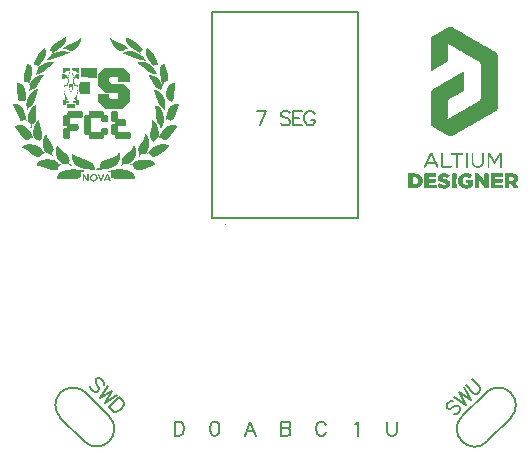
<source format=gbr>
G04*
G04 #@! TF.GenerationSoftware,Altium Limited,Altium Designer,23.8.1 (32)*
G04*
G04 Layer_Color=65535*
%FSLAX44Y44*%
%MOMM*%
G71*
G04*
G04 #@! TF.SameCoordinates,4E8033DB-9698-49A7-8747-1B8CF0FAEC2F*
G04*
G04*
G04 #@! TF.FilePolarity,Positive*
G04*
G01*
G75*
%ADD10C,0.1500*%
%ADD11C,0.1000*%
%ADD12C,0.2000*%
G36*
X101368Y361061D02*
X101429D01*
Y361000D01*
X101490D01*
Y360878D01*
X101551D01*
Y360816D01*
X101612D01*
Y360756D01*
X101673D01*
Y360695D01*
X101734D01*
Y360633D01*
X101795D01*
Y360572D01*
X101856D01*
Y360511D01*
X101978D01*
Y360450D01*
X102039D01*
Y360389D01*
X102100D01*
Y360328D01*
X102161D01*
Y360267D01*
X102222D01*
Y360206D01*
X102283D01*
Y360145D01*
X102405D01*
Y360084D01*
X102466D01*
Y360023D01*
X102527D01*
Y359962D01*
X102588D01*
Y359901D01*
X102711D01*
Y359840D01*
X102772D01*
Y359779D01*
X102833D01*
Y359718D01*
X102955D01*
Y359657D01*
X103077D01*
Y359596D01*
X103138D01*
Y359535D01*
X103260D01*
Y359474D01*
X103321D01*
Y359412D01*
X103443D01*
Y359352D01*
X103504D01*
Y359290D01*
X103626D01*
Y359229D01*
X103687D01*
Y359168D01*
X103809D01*
Y359107D01*
X103931D01*
Y359046D01*
X104053D01*
Y358985D01*
X104115D01*
Y358924D01*
X104237D01*
Y358863D01*
X104359D01*
Y358802D01*
X104420D01*
Y358741D01*
X104542D01*
Y358680D01*
X104664D01*
Y358619D01*
X104786D01*
Y358558D01*
X104908D01*
Y358497D01*
X105030D01*
Y358436D01*
X105091D01*
Y358375D01*
X105274D01*
Y358314D01*
X105335D01*
Y358253D01*
X105519D01*
Y358192D01*
X105641D01*
Y358131D01*
X105702D01*
Y358070D01*
X105885D01*
Y358008D01*
X106007D01*
Y357948D01*
X106129D01*
Y357886D01*
X106251D01*
Y357825D01*
X106373D01*
Y357764D01*
X106495D01*
Y357703D01*
X106678D01*
Y357642D01*
X106739D01*
Y357581D01*
X106923D01*
Y357520D01*
X107045D01*
Y357459D01*
X107167D01*
Y357398D01*
X107350D01*
Y357337D01*
X107472D01*
Y357276D01*
X107655D01*
Y357215D01*
X107777D01*
Y357154D01*
X107899D01*
Y357093D01*
X108082D01*
Y357032D01*
X108204D01*
Y356971D01*
X108387D01*
Y356910D01*
X108510D01*
Y356849D01*
X108632D01*
Y356788D01*
X108815D01*
Y356727D01*
X108998D01*
Y356666D01*
X109120D01*
Y356604D01*
X109303D01*
Y356544D01*
X109425D01*
Y356482D01*
X109608D01*
Y356421D01*
X109792D01*
Y356360D01*
X109914D01*
Y356299D01*
X110097D01*
Y356238D01*
X110219D01*
Y356177D01*
X110341D01*
Y356116D01*
X110585D01*
Y356055D01*
X110646D01*
Y355994D01*
X110829D01*
Y355933D01*
X111012D01*
Y355872D01*
X111074D01*
Y355811D01*
X111257D01*
Y355750D01*
X111379D01*
Y355689D01*
X111501D01*
Y355628D01*
X111684D01*
Y355567D01*
X111745D01*
Y355506D01*
X111928D01*
Y355445D01*
X112050D01*
Y355384D01*
X112172D01*
Y355323D01*
X112294D01*
Y355262D01*
X112416D01*
Y355201D01*
X112538D01*
Y355140D01*
X112661D01*
Y355078D01*
X112783D01*
Y355017D01*
X112905D01*
Y354956D01*
X113027D01*
Y354895D01*
X113088D01*
Y354834D01*
X113271D01*
Y354773D01*
X113393D01*
Y354712D01*
X113454D01*
Y354651D01*
X113576D01*
Y354590D01*
X113698D01*
Y354529D01*
X113759D01*
Y354468D01*
X113882D01*
Y354407D01*
X114003D01*
Y354346D01*
X114065D01*
Y354285D01*
X114187D01*
Y354224D01*
X114248D01*
Y354163D01*
X114370D01*
Y354102D01*
X114492D01*
Y354041D01*
X114553D01*
Y353980D01*
X114675D01*
Y353919D01*
X114736D01*
Y353858D01*
X114858D01*
Y353797D01*
X114919D01*
Y353736D01*
X114980D01*
Y353674D01*
X115102D01*
Y353613D01*
X115163D01*
Y353552D01*
X115224D01*
Y353491D01*
X115346D01*
Y353430D01*
X115407D01*
Y353369D01*
X115469D01*
Y353308D01*
X115591D01*
Y353247D01*
X115652D01*
Y353186D01*
X115713D01*
Y353125D01*
X115774D01*
Y353064D01*
X115835D01*
Y353003D01*
X115896D01*
Y352942D01*
X115957D01*
Y352881D01*
X116079D01*
Y352820D01*
X116140D01*
Y352698D01*
X116262D01*
Y352637D01*
X116323D01*
Y352515D01*
X116445D01*
Y352454D01*
X116506D01*
Y352393D01*
X116567D01*
Y352270D01*
X116628D01*
Y352209D01*
X116690D01*
Y352148D01*
X116750D01*
Y352087D01*
X116812D01*
Y352026D01*
X116873D01*
Y351904D01*
X116934D01*
Y351843D01*
X116995D01*
Y351782D01*
X117056D01*
Y351660D01*
X117117D01*
Y351599D01*
X117178D01*
Y351477D01*
X117239D01*
Y351416D01*
X117300D01*
Y351294D01*
X117239D01*
Y351355D01*
X117178D01*
Y351416D01*
X117056D01*
Y351477D01*
X116995D01*
Y351538D01*
X116873D01*
Y351599D01*
X116812D01*
Y351660D01*
X116690D01*
Y351721D01*
X116506D01*
Y351782D01*
X116384D01*
Y351843D01*
X116018D01*
Y351904D01*
X115835D01*
Y351843D01*
X115469D01*
Y351782D01*
X115346D01*
Y351721D01*
X115163D01*
Y351660D01*
X115041D01*
Y351599D01*
X114980D01*
Y351538D01*
X114858D01*
Y351477D01*
X114797D01*
Y351416D01*
X114736D01*
Y351355D01*
X114614D01*
Y351294D01*
X114553D01*
Y351233D01*
X114492D01*
Y351172D01*
X114370D01*
Y351111D01*
X114309D01*
Y351050D01*
X114248D01*
Y350989D01*
X114126D01*
Y350928D01*
X114065D01*
Y350866D01*
X114003D01*
Y350805D01*
X113882D01*
Y350744D01*
X113820D01*
Y350683D01*
X113698D01*
Y350622D01*
X113637D01*
Y350561D01*
X113515D01*
Y350500D01*
X113454D01*
Y350439D01*
X113332D01*
Y350378D01*
X113210D01*
Y350317D01*
X113149D01*
Y350256D01*
X113027D01*
Y350195D01*
X112905D01*
Y350134D01*
X112844D01*
Y350073D01*
X112661D01*
Y350012D01*
X112538D01*
Y349951D01*
X112355D01*
Y349890D01*
X111012D01*
Y349951D01*
X110524D01*
Y350012D01*
X110219D01*
Y350073D01*
X109914D01*
Y350134D01*
X109731D01*
Y350195D01*
X109547D01*
Y350256D01*
X109303D01*
Y350317D01*
X109181D01*
Y350378D01*
X108998D01*
Y350439D01*
X108815D01*
Y350500D01*
X108693D01*
Y350561D01*
X108571D01*
Y350622D01*
X108449D01*
Y350683D01*
X108327D01*
Y350744D01*
X108204D01*
Y350805D01*
X108082D01*
Y350866D01*
X107960D01*
Y350928D01*
X107838D01*
Y350989D01*
X107777D01*
Y351050D01*
X107655D01*
Y351111D01*
X107533D01*
Y351172D01*
X107472D01*
Y351233D01*
X107350D01*
Y351294D01*
X107289D01*
Y351355D01*
X107167D01*
Y351416D01*
X107106D01*
Y351477D01*
X107045D01*
Y351538D01*
X106923D01*
Y351599D01*
X106861D01*
Y351660D01*
X106739D01*
Y351721D01*
X106678D01*
Y351782D01*
X106617D01*
Y351843D01*
X106556D01*
Y351904D01*
X106434D01*
Y351965D01*
X106373D01*
Y352026D01*
X106312D01*
Y352087D01*
X106251D01*
Y352148D01*
X106190D01*
Y352209D01*
X106129D01*
Y352270D01*
X106068D01*
Y352332D01*
X106007D01*
Y352393D01*
X105885D01*
Y352515D01*
X105763D01*
Y352576D01*
X105702D01*
Y352637D01*
X105641D01*
Y352698D01*
X105580D01*
Y352820D01*
X105519D01*
Y352881D01*
X105457D01*
Y352942D01*
X105396D01*
Y353003D01*
X105335D01*
Y353064D01*
X105274D01*
Y353125D01*
X105213D01*
Y353186D01*
X105152D01*
Y353247D01*
X105091D01*
Y353308D01*
X105030D01*
Y353430D01*
X104969D01*
Y353491D01*
X104908D01*
Y353552D01*
X104847D01*
Y353613D01*
X104786D01*
Y353674D01*
X104725D01*
Y353797D01*
X104664D01*
Y353858D01*
X104603D01*
Y353919D01*
X104542D01*
Y353980D01*
X104481D01*
Y354041D01*
X104420D01*
Y354163D01*
X104359D01*
Y354224D01*
X104298D01*
Y354285D01*
X104237D01*
Y354407D01*
X104176D01*
Y354468D01*
X104115D01*
Y354590D01*
X104053D01*
Y354651D01*
X103992D01*
Y354712D01*
X103931D01*
Y354834D01*
X103870D01*
Y354895D01*
X103809D01*
Y355017D01*
X103748D01*
Y355078D01*
X103687D01*
Y355201D01*
X103626D01*
Y355323D01*
X103565D01*
Y355384D01*
X103504D01*
Y355506D01*
X103443D01*
Y355567D01*
X103382D01*
Y355689D01*
X103321D01*
Y355811D01*
X103260D01*
Y355933D01*
X103199D01*
Y355994D01*
X103138D01*
Y356116D01*
X103077D01*
Y356238D01*
X103016D01*
Y356299D01*
X102955D01*
Y356482D01*
X102894D01*
Y356544D01*
X102833D01*
Y356666D01*
X102772D01*
Y356849D01*
X102711D01*
Y356910D01*
X102649D01*
Y357093D01*
X102588D01*
Y357215D01*
X102527D01*
Y357337D01*
X102466D01*
Y357459D01*
X102405D01*
Y357581D01*
X102344D01*
Y357764D01*
X102283D01*
Y357886D01*
X102222D01*
Y358008D01*
X102161D01*
Y358192D01*
X102100D01*
Y358375D01*
X102039D01*
Y358497D01*
X101978D01*
Y358680D01*
X101917D01*
Y358802D01*
X101856D01*
Y359046D01*
X101795D01*
Y359229D01*
X101734D01*
Y359352D01*
X101673D01*
Y359596D01*
X101612D01*
Y359779D01*
X101551D01*
Y360023D01*
X101490D01*
Y360267D01*
X101429D01*
Y360450D01*
X101368D01*
Y360695D01*
X101306D01*
Y361000D01*
X101245D01*
Y361122D01*
X101368D01*
Y361061D01*
D02*
G37*
G36*
X76950Y360511D02*
X77011D01*
Y360206D01*
X76950D01*
Y359229D01*
X76889D01*
Y358924D01*
X76828D01*
Y358619D01*
X76767D01*
Y358314D01*
X76706D01*
Y358131D01*
X76645D01*
Y357948D01*
X76584D01*
Y357703D01*
X76523D01*
Y357581D01*
X76462D01*
Y357337D01*
X76401D01*
Y357215D01*
X76340D01*
Y357093D01*
X76279D01*
Y356849D01*
X76218D01*
Y356788D01*
X76157D01*
Y356604D01*
X76095D01*
Y356482D01*
X76034D01*
Y356360D01*
X75973D01*
Y356238D01*
X75912D01*
Y356116D01*
X75851D01*
Y355994D01*
X75790D01*
Y355872D01*
X75729D01*
Y355750D01*
X75668D01*
Y355689D01*
X75607D01*
Y355567D01*
X75546D01*
Y355445D01*
X75485D01*
Y355323D01*
X75424D01*
Y355262D01*
X75363D01*
Y355140D01*
X75302D01*
Y355017D01*
X75241D01*
Y354956D01*
X75180D01*
Y354834D01*
X75119D01*
Y354773D01*
X75058D01*
Y354651D01*
X74997D01*
Y354590D01*
X74936D01*
Y354468D01*
X74875D01*
Y354407D01*
X74814D01*
Y354285D01*
X74752D01*
Y354224D01*
X74692D01*
Y354163D01*
X74630D01*
Y354041D01*
X74569D01*
Y353980D01*
X74508D01*
Y353919D01*
X74447D01*
Y353797D01*
X74386D01*
Y353736D01*
X74325D01*
Y353674D01*
X74264D01*
Y353552D01*
X74203D01*
Y353491D01*
X74142D01*
Y353430D01*
X74081D01*
Y353369D01*
X74020D01*
Y353308D01*
X73959D01*
Y353186D01*
X73898D01*
Y353125D01*
X73837D01*
Y353064D01*
X73776D01*
Y353003D01*
X73715D01*
Y352942D01*
X73654D01*
Y352881D01*
X73593D01*
Y352820D01*
X73532D01*
Y352698D01*
X73410D01*
Y352637D01*
X73348D01*
Y352515D01*
X73226D01*
Y352454D01*
X73165D01*
Y352393D01*
X73104D01*
Y352332D01*
X73043D01*
Y352209D01*
X72921D01*
Y352148D01*
X72860D01*
Y352026D01*
X72738D01*
Y351965D01*
X72677D01*
Y351904D01*
X72616D01*
Y351843D01*
X72555D01*
Y351782D01*
X72433D01*
Y351721D01*
X72372D01*
Y351660D01*
X72311D01*
Y351599D01*
X72250D01*
Y351538D01*
X72128D01*
Y351477D01*
X72067D01*
Y351416D01*
X72006D01*
Y351355D01*
X71884D01*
Y351294D01*
X71822D01*
Y351233D01*
X71700D01*
Y351172D01*
X71639D01*
Y351111D01*
X71578D01*
Y351050D01*
X71456D01*
Y350989D01*
X71334D01*
Y350928D01*
X71212D01*
Y350866D01*
X71090D01*
Y350805D01*
X71029D01*
Y350744D01*
X70907D01*
Y350683D01*
X70785D01*
Y350622D01*
X70663D01*
Y350561D01*
X70540D01*
Y350500D01*
X70419D01*
Y350439D01*
X70235D01*
Y350378D01*
X70113D01*
Y350317D01*
X69930D01*
Y350256D01*
X69747D01*
Y350195D01*
X69564D01*
Y350134D01*
X69381D01*
Y350073D01*
X69075D01*
Y350012D01*
X68892D01*
Y349951D01*
X68465D01*
Y349890D01*
X67366D01*
Y349951D01*
X67061D01*
Y350012D01*
X66878D01*
Y350073D01*
X66634D01*
Y350134D01*
X66512D01*
Y350195D01*
X66329D01*
Y350256D01*
X66206D01*
Y350317D01*
X66084D01*
Y350378D01*
X65901D01*
Y350439D01*
X65779D01*
Y350500D01*
X65657D01*
Y350561D01*
X65535D01*
Y350622D01*
X65413D01*
Y350683D01*
X65291D01*
Y350744D01*
X65169D01*
Y350805D01*
X65047D01*
Y350866D01*
X64925D01*
Y350928D01*
X64802D01*
Y350989D01*
X64741D01*
Y351050D01*
X64619D01*
Y351111D01*
X64497D01*
Y351172D01*
X64375D01*
Y351233D01*
X64253D01*
Y351294D01*
X64192D01*
Y351355D01*
X64009D01*
Y351416D01*
X63826D01*
Y351477D01*
X63643D01*
Y351538D01*
X63337D01*
Y351599D01*
X62422D01*
Y351538D01*
X62116D01*
Y351477D01*
X61933D01*
Y351416D01*
X61811D01*
Y351355D01*
X61628D01*
Y351294D01*
X61567D01*
Y351233D01*
X61445D01*
Y351355D01*
X61506D01*
Y351416D01*
X61567D01*
Y351538D01*
X61628D01*
Y351660D01*
X61689D01*
Y351721D01*
X61750D01*
Y351782D01*
X61811D01*
Y351904D01*
X61872D01*
Y351965D01*
X61933D01*
Y352026D01*
X61994D01*
Y352087D01*
X62056D01*
Y352148D01*
X62116D01*
Y352270D01*
X62178D01*
Y352332D01*
X62239D01*
Y352393D01*
X62300D01*
Y352454D01*
X62361D01*
Y352515D01*
X62422D01*
Y352576D01*
X62483D01*
Y352637D01*
X62544D01*
Y352698D01*
X62605D01*
Y352759D01*
X62666D01*
Y352820D01*
X62727D01*
Y352881D01*
X62788D01*
Y352942D01*
X62910D01*
Y353003D01*
X62971D01*
Y353064D01*
X63032D01*
Y353125D01*
X63093D01*
Y353186D01*
X63154D01*
Y353247D01*
X63276D01*
Y353308D01*
X63337D01*
Y353369D01*
X63398D01*
Y353430D01*
X63460D01*
Y353491D01*
X63582D01*
Y353552D01*
X63643D01*
Y353613D01*
X63765D01*
Y353674D01*
X63826D01*
Y353736D01*
X63887D01*
Y353797D01*
X64009D01*
Y353858D01*
X64131D01*
Y353919D01*
X64192D01*
Y353980D01*
X64314D01*
Y354041D01*
X64375D01*
Y354102D01*
X64497D01*
Y354163D01*
X64619D01*
Y354224D01*
X64680D01*
Y354285D01*
X64802D01*
Y354346D01*
X64925D01*
Y354407D01*
X64986D01*
Y354468D01*
X65108D01*
Y354529D01*
X65230D01*
Y354590D01*
X65291D01*
Y354651D01*
X65474D01*
Y354712D01*
X65535D01*
Y354773D01*
X65657D01*
Y354834D01*
X65779D01*
Y354895D01*
X65901D01*
Y354956D01*
X66023D01*
Y355017D01*
X66145D01*
Y355078D01*
X66267D01*
Y355140D01*
X66451D01*
Y355201D01*
X66512D01*
Y355262D01*
X66634D01*
Y355323D01*
X66817D01*
Y355384D01*
X66878D01*
Y355445D01*
X67061D01*
Y355506D01*
X67183D01*
Y355567D01*
X67305D01*
Y355628D01*
X67488D01*
Y355689D01*
X67610D01*
Y355750D01*
X67794D01*
Y355811D01*
X67977D01*
Y355872D01*
X68038D01*
Y355933D01*
X68221D01*
Y355994D01*
X68404D01*
Y356055D01*
X68526D01*
Y356116D01*
X68709D01*
Y356177D01*
X68831D01*
Y356238D01*
X69014D01*
Y356299D01*
X69198D01*
Y356360D01*
X69320D01*
Y356421D01*
X69503D01*
Y356482D01*
X69686D01*
Y356544D01*
X69808D01*
Y356604D01*
X69991D01*
Y356666D01*
X70113D01*
Y356727D01*
X70235D01*
Y356788D01*
X70419D01*
Y356849D01*
X70540D01*
Y356910D01*
X70724D01*
Y356971D01*
X70846D01*
Y357032D01*
X70968D01*
Y357093D01*
X71151D01*
Y357154D01*
X71273D01*
Y357215D01*
X71395D01*
Y357276D01*
X71578D01*
Y357337D01*
X71639D01*
Y357398D01*
X71822D01*
Y357459D01*
X71944D01*
Y357520D01*
X72067D01*
Y357581D01*
X72189D01*
Y357642D01*
X72311D01*
Y357703D01*
X72433D01*
Y357764D01*
X72555D01*
Y357825D01*
X72677D01*
Y357886D01*
X72799D01*
Y357948D01*
X72921D01*
Y358008D01*
X73043D01*
Y358070D01*
X73165D01*
Y358131D01*
X73226D01*
Y358192D01*
X73348D01*
Y358253D01*
X73471D01*
Y358314D01*
X73532D01*
Y358375D01*
X73654D01*
Y358436D01*
X73776D01*
Y358497D01*
X73898D01*
Y358558D01*
X74020D01*
Y358619D01*
X74081D01*
Y358680D01*
X74203D01*
Y358741D01*
X74264D01*
Y358802D01*
X74386D01*
Y358863D01*
X74447D01*
Y358924D01*
X74569D01*
Y358985D01*
X74630D01*
Y359046D01*
X74752D01*
Y359107D01*
X74814D01*
Y359168D01*
X74875D01*
Y359229D01*
X74997D01*
Y359290D01*
X75058D01*
Y359352D01*
X75119D01*
Y359412D01*
X75241D01*
Y359474D01*
X75302D01*
Y359535D01*
X75363D01*
Y359596D01*
X75485D01*
Y359657D01*
X75546D01*
Y359718D01*
X75607D01*
Y359779D01*
X75668D01*
Y359840D01*
X75729D01*
Y359901D01*
X75790D01*
Y359962D01*
X75851D01*
Y360023D01*
X75973D01*
Y360145D01*
X76095D01*
Y360206D01*
X76157D01*
Y360328D01*
X76279D01*
Y360450D01*
X76340D01*
Y360511D01*
X76401D01*
Y360572D01*
X76462D01*
Y360633D01*
X76523D01*
Y360695D01*
X76584D01*
Y360816D01*
X76645D01*
Y360878D01*
X76706D01*
Y360939D01*
X76767D01*
Y361061D01*
X76828D01*
Y361122D01*
X76889D01*
Y361183D01*
X76950D01*
Y360511D01*
D02*
G37*
G36*
X114797Y361183D02*
X115102D01*
Y361122D01*
X115286D01*
Y361061D01*
X115469D01*
Y361000D01*
X115774D01*
Y360939D01*
X115896D01*
Y360878D01*
X116079D01*
Y360816D01*
X116323D01*
Y360756D01*
X116445D01*
Y360695D01*
X116690D01*
Y360633D01*
X116812D01*
Y360572D01*
X116995D01*
Y360511D01*
X117178D01*
Y360450D01*
X117300D01*
Y360389D01*
X117483D01*
Y360328D01*
X117605D01*
Y360267D01*
X117727D01*
Y360206D01*
X117910D01*
Y360145D01*
X118032D01*
Y360084D01*
X118154D01*
Y360023D01*
X118338D01*
Y359962D01*
X118399D01*
Y359901D01*
X118582D01*
Y359840D01*
X118704D01*
Y359779D01*
X118826D01*
Y359718D01*
X118948D01*
Y359657D01*
X119070D01*
Y359596D01*
X119192D01*
Y359535D01*
X119314D01*
Y359474D01*
X119375D01*
Y359412D01*
X119497D01*
Y359352D01*
X119620D01*
Y359290D01*
X119742D01*
Y359229D01*
X119864D01*
Y359168D01*
X119986D01*
Y359107D01*
X120047D01*
Y359046D01*
X120169D01*
Y358985D01*
X120291D01*
Y358924D01*
X120352D01*
Y358863D01*
X120474D01*
Y358802D01*
X120596D01*
Y358741D01*
X120718D01*
Y358680D01*
X120779D01*
Y358619D01*
X120901D01*
Y358558D01*
X120962D01*
Y358497D01*
X121085D01*
Y358436D01*
X121146D01*
Y358375D01*
X121268D01*
Y358314D01*
X121329D01*
Y358253D01*
X121451D01*
Y358192D01*
X121573D01*
Y358131D01*
X121634D01*
Y358070D01*
X121695D01*
Y358008D01*
X121817D01*
Y357948D01*
X121878D01*
Y357886D01*
X122000D01*
Y357825D01*
X122061D01*
Y357764D01*
X122122D01*
Y357703D01*
X122244D01*
Y357642D01*
X122305D01*
Y357581D01*
X122428D01*
Y357520D01*
X122489D01*
Y357459D01*
X122550D01*
Y357398D01*
X122672D01*
Y357337D01*
X122733D01*
Y357276D01*
X122794D01*
Y357215D01*
X122916D01*
Y357154D01*
X122977D01*
Y357093D01*
X123038D01*
Y357032D01*
X123099D01*
Y356971D01*
X123160D01*
Y356910D01*
X123282D01*
Y356849D01*
X123343D01*
Y356788D01*
X123404D01*
Y356727D01*
X123526D01*
Y356666D01*
X123587D01*
Y356604D01*
X123648D01*
Y356544D01*
X123709D01*
Y356482D01*
X123771D01*
Y356421D01*
X123893D01*
Y356360D01*
X123954D01*
Y356299D01*
X124015D01*
Y356238D01*
X124076D01*
Y356177D01*
X124137D01*
Y356116D01*
X124198D01*
Y356055D01*
X124320D01*
Y355994D01*
X124381D01*
Y355933D01*
X124442D01*
Y355872D01*
X124503D01*
Y355811D01*
X124564D01*
Y355750D01*
X124625D01*
Y355689D01*
X124686D01*
Y355628D01*
X124808D01*
Y355567D01*
X124869D01*
Y355506D01*
X124930D01*
Y355445D01*
X124991D01*
Y355384D01*
X125052D01*
Y355323D01*
X125113D01*
Y355262D01*
X125175D01*
Y355201D01*
X125236D01*
Y355140D01*
X125297D01*
Y355078D01*
X125358D01*
Y355017D01*
X125419D01*
Y354956D01*
X125480D01*
Y354895D01*
X125541D01*
Y354834D01*
X125602D01*
Y354773D01*
X125663D01*
Y354712D01*
X125724D01*
Y354651D01*
X125785D01*
Y354590D01*
X125846D01*
Y354529D01*
X125907D01*
Y354468D01*
X125968D01*
Y354407D01*
X126029D01*
Y354346D01*
X126090D01*
Y354285D01*
X126151D01*
Y354224D01*
X126212D01*
Y354163D01*
X126273D01*
Y354102D01*
X126334D01*
Y354041D01*
X126395D01*
Y353980D01*
X126456D01*
Y353919D01*
X126517D01*
Y353858D01*
X126579D01*
Y353797D01*
X126639D01*
Y353736D01*
X126701D01*
Y353674D01*
X126762D01*
Y353613D01*
X126823D01*
Y353552D01*
X126884D01*
Y353491D01*
X126945D01*
Y353430D01*
X127006D01*
Y353369D01*
X127067D01*
Y353308D01*
X127128D01*
Y353247D01*
X127189D01*
Y353186D01*
X127250D01*
Y353064D01*
X127311D01*
Y353003D01*
X127372D01*
Y352942D01*
X127433D01*
Y352881D01*
X127494D01*
Y352820D01*
X127555D01*
Y352759D01*
X127616D01*
Y352698D01*
X127677D01*
Y352576D01*
X127738D01*
Y352515D01*
X127799D01*
Y352454D01*
X127860D01*
Y352393D01*
X127921D01*
Y352332D01*
X127983D01*
Y352270D01*
X128044D01*
Y352209D01*
X128105D01*
Y352087D01*
X128166D01*
Y352026D01*
X128227D01*
Y351965D01*
X128288D01*
Y351904D01*
X128349D01*
Y351843D01*
X128410D01*
Y351782D01*
X128471D01*
Y351721D01*
X128532D01*
Y351599D01*
X128593D01*
Y351538D01*
X128654D01*
Y351477D01*
X128715D01*
Y351355D01*
X128776D01*
Y351294D01*
X128837D01*
Y351111D01*
X128776D01*
Y350989D01*
X128715D01*
Y350928D01*
X128654D01*
Y350866D01*
X128593D01*
Y350744D01*
X128532D01*
Y350683D01*
X128471D01*
Y350622D01*
X128410D01*
Y350561D01*
X128349D01*
Y350500D01*
X128288D01*
Y350439D01*
X128227D01*
Y350378D01*
X128166D01*
Y350317D01*
X128105D01*
Y350256D01*
X128044D01*
Y350195D01*
X127983D01*
Y350134D01*
X127860D01*
Y350073D01*
X127799D01*
Y350012D01*
X127738D01*
Y349951D01*
X127677D01*
Y349890D01*
X127616D01*
Y349829D01*
X127555D01*
Y349768D01*
X127494D01*
Y349707D01*
X127433D01*
Y349646D01*
X127372D01*
Y349585D01*
X127311D01*
Y349462D01*
X127250D01*
Y349401D01*
X127189D01*
Y349279D01*
X127128D01*
Y349157D01*
X127067D01*
Y348913D01*
X127006D01*
Y348547D01*
X127067D01*
Y348181D01*
X127128D01*
Y347997D01*
X127189D01*
Y347875D01*
X127250D01*
Y347692D01*
X127311D01*
Y347631D01*
X127372D01*
Y347448D01*
X127433D01*
Y347326D01*
X127311D01*
Y347387D01*
X127250D01*
Y347448D01*
X127189D01*
Y347509D01*
X127128D01*
Y347570D01*
X127006D01*
Y347631D01*
X126945D01*
Y347692D01*
X126823D01*
Y347753D01*
X126762D01*
Y347814D01*
X126639D01*
Y347875D01*
X126579D01*
Y347936D01*
X126517D01*
Y347997D01*
X126395D01*
Y348058D01*
X126334D01*
Y348120D01*
X126212D01*
Y348181D01*
X126151D01*
Y348242D01*
X126029D01*
Y348303D01*
X125968D01*
Y348364D01*
X125846D01*
Y348425D01*
X125785D01*
Y348486D01*
X125663D01*
Y348547D01*
X125602D01*
Y348608D01*
X125480D01*
Y348669D01*
X125419D01*
Y348730D01*
X125297D01*
Y348791D01*
X125236D01*
Y348852D01*
X125175D01*
Y348913D01*
X125052D01*
Y348974D01*
X124930D01*
Y349035D01*
X124869D01*
Y349096D01*
X124747D01*
Y349157D01*
X124686D01*
Y349218D01*
X124564D01*
Y349279D01*
X124503D01*
Y349340D01*
X124442D01*
Y349401D01*
X124320D01*
Y349462D01*
X124198D01*
Y349524D01*
X124137D01*
Y349585D01*
X124015D01*
Y349646D01*
X123954D01*
Y349707D01*
X123832D01*
Y349768D01*
X123771D01*
Y349829D01*
X123648D01*
Y349890D01*
X123587D01*
Y349951D01*
X123465D01*
Y350012D01*
X123404D01*
Y350073D01*
X123282D01*
Y350134D01*
X123221D01*
Y350195D01*
X123099D01*
Y350256D01*
X123038D01*
Y350317D01*
X122916D01*
Y350378D01*
X122855D01*
Y350439D01*
X122733D01*
Y350500D01*
X122672D01*
Y350561D01*
X122550D01*
Y350622D01*
X122489D01*
Y350683D01*
X122367D01*
Y350744D01*
X122244D01*
Y350805D01*
X122183D01*
Y350866D01*
X122061D01*
Y350928D01*
X122000D01*
Y350989D01*
X121939D01*
Y351050D01*
X121817D01*
Y351111D01*
X121695D01*
Y351172D01*
X121634D01*
Y351233D01*
X121512D01*
Y351294D01*
X121451D01*
Y351355D01*
X121329D01*
Y351416D01*
X121268D01*
Y351477D01*
X121146D01*
Y351538D01*
X121024D01*
Y351599D01*
X120962D01*
Y351660D01*
X120901D01*
Y351721D01*
X120779D01*
Y351782D01*
X120718D01*
Y351843D01*
X120596D01*
Y351904D01*
X120474D01*
Y351965D01*
X120413D01*
Y352026D01*
X120291D01*
Y352087D01*
X120230D01*
Y352148D01*
X120108D01*
Y352209D01*
X120047D01*
Y352270D01*
X119925D01*
Y352332D01*
X119864D01*
Y352393D01*
X119742D01*
Y352454D01*
X119681D01*
Y352515D01*
X119558D01*
Y352576D01*
X119497D01*
Y352637D01*
X119375D01*
Y352698D01*
X119253D01*
Y352759D01*
X119192D01*
Y352820D01*
X119131D01*
Y352881D01*
X119009D01*
Y352942D01*
X118948D01*
Y353003D01*
X118826D01*
Y353064D01*
X118765D01*
Y353125D01*
X118704D01*
Y353186D01*
X118582D01*
Y353247D01*
X118521D01*
Y353308D01*
X118460D01*
Y353369D01*
X118399D01*
Y353430D01*
X118277D01*
Y353491D01*
X118216D01*
Y353552D01*
X118154D01*
Y353613D01*
X118094D01*
Y353674D01*
X117971D01*
Y353736D01*
X117910D01*
Y353797D01*
X117849D01*
Y353858D01*
X117788D01*
Y353919D01*
X117727D01*
Y353980D01*
X117666D01*
Y354041D01*
X117605D01*
Y354102D01*
X117544D01*
Y354163D01*
X117483D01*
Y354224D01*
X117422D01*
Y354285D01*
X117361D01*
Y354346D01*
X117300D01*
Y354407D01*
X117239D01*
Y354468D01*
X117178D01*
Y354529D01*
X117117D01*
Y354590D01*
X117056D01*
Y354651D01*
X116995D01*
Y354712D01*
X116934D01*
Y354834D01*
X116873D01*
Y354895D01*
X116812D01*
Y354956D01*
X116750D01*
Y355017D01*
X116690D01*
Y355078D01*
X116628D01*
Y355201D01*
X116567D01*
Y355262D01*
X116506D01*
Y355323D01*
X116445D01*
Y355445D01*
X116384D01*
Y355506D01*
X116323D01*
Y355628D01*
X116262D01*
Y355689D01*
X116201D01*
Y355750D01*
X116140D01*
Y355872D01*
X116079D01*
Y355933D01*
X116018D01*
Y356055D01*
X115957D01*
Y356177D01*
X115896D01*
Y356238D01*
X115835D01*
Y356360D01*
X115774D01*
Y356482D01*
X115713D01*
Y356604D01*
X115652D01*
Y356727D01*
X115591D01*
Y356849D01*
X115530D01*
Y356971D01*
X115469D01*
Y357093D01*
Y357154D01*
X115407D01*
Y357276D01*
X115346D01*
Y357459D01*
X115286D01*
Y357581D01*
X115224D01*
Y357764D01*
X115163D01*
Y357948D01*
X115102D01*
Y358131D01*
X115041D01*
Y358375D01*
X114980D01*
Y358680D01*
X114919D01*
Y358863D01*
X114858D01*
Y359290D01*
X114797D01*
Y359657D01*
X114736D01*
Y360267D01*
X114675D01*
Y361183D01*
X114736D01*
Y361244D01*
X114797D01*
Y361183D01*
D02*
G37*
G36*
X118521Y349707D02*
X119131D01*
Y349646D01*
X119620D01*
Y349585D01*
X120047D01*
Y349524D01*
X120291D01*
Y349462D01*
X120657D01*
Y349401D01*
X120901D01*
Y349340D01*
X121146D01*
Y349279D01*
X121390D01*
Y349218D01*
X121573D01*
Y349157D01*
X121817D01*
Y349096D01*
X122000D01*
Y349035D01*
X122183D01*
Y348974D01*
X122367D01*
Y348913D01*
X122550D01*
Y348852D01*
X122672D01*
Y348791D01*
X122916D01*
Y348730D01*
X123038D01*
Y348669D01*
X123160D01*
Y348608D01*
X123343D01*
Y348547D01*
X123465D01*
Y348486D01*
X123648D01*
Y348425D01*
X123832D01*
Y348364D01*
X123893D01*
Y348303D01*
X124076D01*
Y348242D01*
X124198D01*
Y348181D01*
X124320D01*
Y348120D01*
X124503D01*
Y348058D01*
X124564D01*
Y347997D01*
X124747D01*
Y347936D01*
X124869D01*
Y347875D01*
X124930D01*
Y347814D01*
X125113D01*
Y347753D01*
X125236D01*
Y347692D01*
X125358D01*
Y347631D01*
X125480D01*
Y347570D01*
X125541D01*
Y347509D01*
X125663D01*
Y347448D01*
X125785D01*
Y347387D01*
X125907D01*
Y347326D01*
X126029D01*
Y347265D01*
X126090D01*
Y347204D01*
X126212D01*
Y347143D01*
X126334D01*
Y347082D01*
X126395D01*
Y347021D01*
X126517D01*
Y346960D01*
X126639D01*
Y346899D01*
X126701D01*
Y346838D01*
X126823D01*
Y346777D01*
X126884D01*
Y346716D01*
X126945D01*
Y346654D01*
X127067D01*
Y346593D01*
X127128D01*
Y346532D01*
X127250D01*
Y346471D01*
X127311D01*
Y346410D01*
X127433D01*
Y346349D01*
X127494D01*
Y346288D01*
X127616D01*
Y346227D01*
X127677D01*
Y346166D01*
X127738D01*
Y346105D01*
X127799D01*
Y346044D01*
X127921D01*
Y345983D01*
X127983D01*
Y345922D01*
X128044D01*
Y345861D01*
X128166D01*
Y345800D01*
X128227D01*
Y345739D01*
X128288D01*
Y345678D01*
X128349D01*
Y345617D01*
X128410D01*
Y345556D01*
X128532D01*
Y345495D01*
X128593D01*
Y345434D01*
X128654D01*
Y345373D01*
X128715D01*
Y345312D01*
X128776D01*
Y345250D01*
X128837D01*
Y345189D01*
X128898D01*
Y345128D01*
X128959D01*
Y345067D01*
X129020D01*
Y345006D01*
X129081D01*
Y344945D01*
X129142D01*
Y344884D01*
X129203D01*
Y344823D01*
X129264D01*
Y344762D01*
X129326D01*
Y344701D01*
X129387D01*
Y344640D01*
X129448D01*
Y344579D01*
X129509D01*
Y344518D01*
X129570D01*
Y344457D01*
X129631D01*
Y344396D01*
X129692D01*
Y344335D01*
X129753D01*
Y344274D01*
X129814D01*
Y344213D01*
X129875D01*
Y344152D01*
X129936D01*
Y344091D01*
X129997D01*
Y344030D01*
X130058D01*
Y343969D01*
X130119D01*
Y343846D01*
X130180D01*
Y343785D01*
X130241D01*
Y343724D01*
X130302D01*
Y343663D01*
X130363D01*
Y343541D01*
X130424D01*
Y343480D01*
X130485D01*
Y343419D01*
X130546D01*
Y343297D01*
X130607D01*
Y343236D01*
X130668D01*
Y343175D01*
X130730D01*
Y343114D01*
X130791D01*
Y342992D01*
X130852D01*
Y342870D01*
X130913D01*
Y342809D01*
X130974D01*
Y342748D01*
X131035D01*
Y342626D01*
X131096D01*
Y342565D01*
X131157D01*
Y342442D01*
X131218D01*
Y342381D01*
X131279D01*
Y342259D01*
X131340D01*
Y342137D01*
X131401D01*
Y342076D01*
X131462D01*
Y341954D01*
X131523D01*
Y341771D01*
X129814D01*
Y341832D01*
X129326D01*
Y341893D01*
X128837D01*
Y341954D01*
X128410D01*
Y342015D01*
X128166D01*
Y342076D01*
X127799D01*
Y342137D01*
X127494D01*
Y342198D01*
X127311D01*
Y342259D01*
X127006D01*
Y342320D01*
X126823D01*
Y342381D01*
X126517D01*
Y342442D01*
X126273D01*
Y342504D01*
X126151D01*
Y342565D01*
X125907D01*
Y342626D01*
X125663D01*
Y342687D01*
X125541D01*
Y342748D01*
X125297D01*
Y342809D01*
X125113D01*
Y342870D01*
X124930D01*
Y342931D01*
X124747D01*
Y342992D01*
X124625D01*
Y343053D01*
X124381D01*
Y343114D01*
X124259D01*
Y343175D01*
X124076D01*
Y343236D01*
X123893D01*
Y343297D01*
X123771D01*
Y343358D01*
X123587D01*
Y343419D01*
X123404D01*
Y343480D01*
X123282D01*
Y343541D01*
X123099D01*
Y343602D01*
X122977D01*
Y343663D01*
X122794D01*
Y343724D01*
X122672D01*
Y343785D01*
X122550D01*
Y343846D01*
X122367D01*
Y343908D01*
X122183D01*
Y343969D01*
X122122D01*
Y344030D01*
X121939D01*
Y344091D01*
X121756D01*
Y344152D01*
X121634D01*
Y344213D01*
X121451D01*
Y344274D01*
X121329D01*
Y344335D01*
X121207D01*
Y344396D01*
X121024D01*
Y344457D01*
X120901D01*
Y344518D01*
X120718D01*
Y344579D01*
X120596D01*
Y344640D01*
X120474D01*
Y344701D01*
X120291D01*
Y344762D01*
X120169D01*
Y344823D01*
X119986D01*
Y344884D01*
X119803D01*
Y344945D01*
X119742D01*
Y345006D01*
X119558D01*
Y345067D01*
X119375D01*
Y345128D01*
X119253D01*
Y345189D01*
X119070D01*
Y345250D01*
X118948D01*
Y345312D01*
X118765D01*
Y345373D01*
X118643D01*
Y345434D01*
X118521D01*
Y345495D01*
X118338D01*
Y345556D01*
X118154D01*
Y345617D01*
X118032D01*
Y345678D01*
X117849D01*
Y345739D01*
X117727D01*
Y345800D01*
X117605D01*
Y345861D01*
X117361D01*
Y345922D01*
X117300D01*
Y345983D01*
X117117D01*
Y346044D01*
X116934D01*
Y346105D01*
X116812D01*
Y346166D01*
X116628D01*
Y346227D01*
X116506D01*
Y346288D01*
X116323D01*
Y346349D01*
X116140D01*
Y346410D01*
X116018D01*
Y346471D01*
X115835D01*
Y346532D01*
X115713D01*
Y346593D01*
X115530D01*
Y346654D01*
X115346D01*
Y346716D01*
X115224D01*
Y346777D01*
X115041D01*
Y346838D01*
X114858D01*
Y346899D01*
X114736D01*
Y346960D01*
X114553D01*
Y347021D01*
X114370D01*
Y347082D01*
X114248D01*
Y347143D01*
X114065D01*
Y347204D01*
X113882D01*
Y347265D01*
X113698D01*
Y347326D01*
X113515D01*
Y347387D01*
X113393D01*
Y347448D01*
X113149D01*
Y347509D01*
X112966D01*
Y347570D01*
X112844D01*
Y347631D01*
X112599D01*
Y347692D01*
X112416D01*
Y347753D01*
X112233D01*
Y347814D01*
X112050D01*
Y347936D01*
X112172D01*
Y347997D01*
X112294D01*
Y348058D01*
X112355D01*
Y348120D01*
X112477D01*
Y348181D01*
X112538D01*
Y348242D01*
X112661D01*
Y348303D01*
X112783D01*
Y348364D01*
X112844D01*
Y348425D01*
X112966D01*
Y348486D01*
X113088D01*
Y348547D01*
X113149D01*
Y348608D01*
X113271D01*
Y348669D01*
X113393D01*
Y348730D01*
X113515D01*
Y348791D01*
X113698D01*
Y348852D01*
X113759D01*
Y348913D01*
X113942D01*
Y348974D01*
X114126D01*
Y349035D01*
X114187D01*
Y349096D01*
X114431D01*
Y349157D01*
X114553D01*
Y349218D01*
X114736D01*
Y349279D01*
X114919D01*
Y349340D01*
X115102D01*
Y349401D01*
X115346D01*
Y349462D01*
X115652D01*
Y349524D01*
X115835D01*
Y349585D01*
X116262D01*
Y349646D01*
X116690D01*
Y349707D01*
X117300D01*
Y349768D01*
X118521D01*
Y349707D01*
D02*
G37*
G36*
X64131Y361671D02*
X64192D01*
Y361366D01*
X64253D01*
Y360695D01*
X64314D01*
Y359535D01*
X64253D01*
Y358985D01*
X64192D01*
Y358619D01*
X64131D01*
Y358375D01*
X64070D01*
Y358131D01*
X64009D01*
Y358008D01*
X63948D01*
Y357764D01*
X63887D01*
Y357581D01*
X63826D01*
Y357459D01*
X63765D01*
Y357337D01*
X63704D01*
Y357154D01*
X63643D01*
Y357093D01*
X63582D01*
Y356910D01*
X63520D01*
Y356849D01*
X63460D01*
Y356727D01*
X63398D01*
Y356604D01*
X63337D01*
Y356482D01*
X63276D01*
Y356360D01*
X63215D01*
Y356299D01*
X63154D01*
Y356177D01*
X63093D01*
Y356116D01*
X63032D01*
Y355994D01*
X62971D01*
Y355933D01*
X62910D01*
Y355811D01*
X62849D01*
Y355750D01*
X62788D01*
Y355689D01*
X62727D01*
Y355628D01*
X62666D01*
Y355506D01*
X62605D01*
Y355445D01*
X62544D01*
Y355384D01*
X62483D01*
Y355323D01*
X62422D01*
Y355201D01*
X62361D01*
Y355140D01*
X62300D01*
Y355078D01*
X62239D01*
Y355017D01*
X62178D01*
Y354956D01*
X62116D01*
Y354895D01*
X62056D01*
Y354834D01*
X61994D01*
Y354773D01*
X61933D01*
Y354712D01*
X61872D01*
Y354651D01*
X61811D01*
Y354590D01*
X61750D01*
Y354529D01*
X61689D01*
Y354468D01*
X61628D01*
Y354407D01*
X61567D01*
Y354346D01*
X61506D01*
Y354285D01*
X61445D01*
Y354224D01*
X61384D01*
Y354163D01*
X61323D01*
Y354102D01*
X61201D01*
Y354041D01*
X61140D01*
Y353980D01*
X61079D01*
Y353919D01*
X61018D01*
Y353858D01*
X60957D01*
Y353797D01*
X60835D01*
Y353736D01*
X60774D01*
Y353674D01*
X60712D01*
Y353613D01*
X60590D01*
Y353552D01*
X60529D01*
Y353491D01*
X60468D01*
Y353430D01*
X60407D01*
Y353369D01*
X60285D01*
Y353308D01*
X60163D01*
Y353247D01*
X60102D01*
Y353186D01*
X60041D01*
Y353125D01*
X59919D01*
Y353064D01*
X59858D01*
Y353003D01*
X59797D01*
Y352942D01*
X59675D01*
Y352881D01*
X59614D01*
Y352820D01*
X59492D01*
Y352759D01*
X59431D01*
Y352698D01*
X59370D01*
Y352637D01*
X59247D01*
Y352576D01*
X59186D01*
Y352515D01*
X59064D01*
Y352454D01*
X59003D01*
Y352393D01*
X58942D01*
Y352332D01*
X58820D01*
Y352270D01*
X58759D01*
Y352209D01*
X58637D01*
Y352148D01*
X58576D01*
Y352087D01*
X58515D01*
Y352026D01*
X58393D01*
Y351965D01*
X58332D01*
Y351904D01*
X58271D01*
Y351843D01*
X58149D01*
Y351782D01*
X58088D01*
Y351721D01*
X57966D01*
Y351660D01*
X57905D01*
Y351599D01*
X57843D01*
Y351538D01*
X57721D01*
Y351477D01*
X57660D01*
Y351416D01*
X57599D01*
Y351355D01*
X57477D01*
Y351294D01*
X57416D01*
Y351233D01*
X57294D01*
Y351172D01*
X57233D01*
Y351111D01*
X57172D01*
Y351050D01*
X57050D01*
Y350989D01*
X56989D01*
Y350928D01*
X56867D01*
Y350866D01*
X56806D01*
Y350805D01*
X56745D01*
Y350744D01*
X56623D01*
Y350683D01*
X56562D01*
Y350622D01*
X56501D01*
Y350561D01*
X56378D01*
Y350500D01*
X56317D01*
Y350439D01*
X56195D01*
Y350378D01*
X56134D01*
Y350317D01*
X56073D01*
Y350256D01*
X55951D01*
Y350195D01*
X55890D01*
Y350134D01*
X55768D01*
Y350073D01*
X55707D01*
Y350012D01*
X55646D01*
Y349951D01*
X55524D01*
Y349890D01*
X55463D01*
Y349829D01*
X55402D01*
Y349768D01*
X55280D01*
Y349707D01*
X55219D01*
Y349646D01*
X55157D01*
Y349585D01*
X55036D01*
Y349524D01*
X54974D01*
Y349462D01*
X54852D01*
Y349401D01*
X54791D01*
Y349340D01*
X54730D01*
Y349279D01*
X54608D01*
Y349218D01*
X54547D01*
Y349157D01*
X54486D01*
Y349096D01*
X54364D01*
Y349035D01*
X54303D01*
Y348974D01*
X54181D01*
Y348913D01*
X54120D01*
Y348852D01*
X54059D01*
Y348791D01*
X53937D01*
Y348730D01*
X53876D01*
Y348669D01*
X53815D01*
Y348608D01*
X53692D01*
Y348547D01*
X53632D01*
Y348486D01*
X53570D01*
Y348425D01*
X53448D01*
Y348364D01*
X53387D01*
Y348303D01*
X53326D01*
Y348242D01*
X53204D01*
Y348181D01*
X53143D01*
Y348120D01*
X53021D01*
Y348058D01*
X52960D01*
Y347997D01*
X52899D01*
Y347936D01*
X52777D01*
Y347875D01*
X52716D01*
Y347814D01*
X52655D01*
Y347753D01*
X52594D01*
Y347692D01*
X52533D01*
Y347631D01*
X52411D01*
Y347570D01*
X52350D01*
Y347509D01*
X52288D01*
Y347448D01*
X52166D01*
Y347326D01*
X52288D01*
Y347387D01*
X52411D01*
Y347448D01*
X52533D01*
Y347509D01*
X52655D01*
Y347570D01*
X52777D01*
Y347631D01*
X52899D01*
Y347692D01*
X53082D01*
Y347753D01*
X53204D01*
Y347814D01*
X53326D01*
Y347875D01*
X53509D01*
Y347936D01*
X53632D01*
Y347997D01*
X53815D01*
Y348058D01*
X53937D01*
Y348120D01*
X54120D01*
Y348181D01*
X54242D01*
Y348242D01*
X54425D01*
Y348303D01*
X54608D01*
Y348364D01*
X54730D01*
Y348425D01*
X54913D01*
Y348486D01*
X55157D01*
Y348547D01*
X55219D01*
Y348608D01*
X55463D01*
Y348669D01*
X55646D01*
Y348730D01*
X55829D01*
Y348791D01*
X56073D01*
Y348852D01*
X56256D01*
Y348913D01*
X56501D01*
Y348974D01*
X56745D01*
Y349035D01*
X56928D01*
Y349096D01*
X57233D01*
Y349157D01*
X57416D01*
Y349218D01*
X57660D01*
Y349279D01*
X58027D01*
Y349340D01*
X58271D01*
Y349401D01*
X58698D01*
Y349462D01*
X59186D01*
Y349524D01*
X59553D01*
Y349585D01*
X60102D01*
Y349646D01*
X60224D01*
Y349585D01*
X60285D01*
Y349646D01*
X62910D01*
Y349585D01*
X62971D01*
Y349646D01*
X63032D01*
Y349585D01*
X63643D01*
Y349524D01*
X64009D01*
Y349462D01*
X64375D01*
Y349401D01*
X64741D01*
Y349340D01*
X64986D01*
Y349279D01*
X65352D01*
Y349218D01*
X65535D01*
Y349157D01*
X65779D01*
Y349096D01*
X66023D01*
Y349035D01*
X66145D01*
Y348974D01*
X66390D01*
Y348913D01*
X66573D01*
Y348852D01*
X66756D01*
Y348791D01*
X66939D01*
Y348730D01*
X67122D01*
Y348669D01*
X67244D01*
Y348608D01*
X67427D01*
Y348486D01*
X67305D01*
Y348425D01*
X67122D01*
Y348364D01*
X67000D01*
Y348303D01*
X66817D01*
Y348242D01*
X66634D01*
Y348181D01*
X66512D01*
Y348120D01*
X66329D01*
Y348058D01*
X66206D01*
Y347997D01*
X66023D01*
Y347936D01*
X65840D01*
Y347875D01*
X65718D01*
Y347814D01*
X65535D01*
Y347753D01*
X65413D01*
Y347692D01*
X65291D01*
Y347631D01*
X65108D01*
Y347570D01*
X64986D01*
Y347509D01*
X64802D01*
Y347448D01*
X64619D01*
Y347387D01*
X64497D01*
Y347326D01*
X64314D01*
Y347265D01*
X64131D01*
Y347204D01*
X64009D01*
Y347143D01*
X63826D01*
Y347082D01*
X63704D01*
Y347021D01*
X63520D01*
Y346960D01*
X63337D01*
Y346899D01*
X63215D01*
Y346838D01*
X63032D01*
Y346777D01*
X62910D01*
Y346716D01*
X62788D01*
Y346654D01*
X62544D01*
Y346593D01*
X62422D01*
Y346532D01*
X62239D01*
Y346471D01*
X62116D01*
Y346410D01*
X61994D01*
Y346349D01*
X61811D01*
Y346288D01*
X61628D01*
Y346227D01*
X61506D01*
Y346166D01*
X61323D01*
Y346105D01*
X61140D01*
Y346044D01*
X61018D01*
Y345983D01*
X60835D01*
Y345922D01*
X60712D01*
Y345861D01*
X60529D01*
Y345800D01*
X60346D01*
Y345739D01*
X60163D01*
Y345678D01*
X60041D01*
Y345617D01*
X59858D01*
Y345556D01*
X59736D01*
Y345495D01*
X59492D01*
Y345434D01*
X59370D01*
Y345373D01*
X59186D01*
Y345312D01*
X59064D01*
Y345250D01*
X58881D01*
Y345189D01*
X58698D01*
Y345128D01*
X58576D01*
Y345067D01*
X58393D01*
Y345006D01*
X58210D01*
Y344945D01*
X58088D01*
Y344884D01*
X57905D01*
Y344823D01*
X57721D01*
Y344762D01*
X57599D01*
Y344701D01*
X57355D01*
Y344640D01*
X57233D01*
Y344579D01*
X57050D01*
Y344518D01*
X56867D01*
Y344457D01*
X56745D01*
Y344396D01*
X56562D01*
Y344335D01*
X56378D01*
Y344274D01*
X56256D01*
Y344213D01*
X56012D01*
Y344152D01*
X55890D01*
Y344091D01*
X55707D01*
Y344030D01*
X55524D01*
Y343969D01*
X55402D01*
Y343908D01*
X55157D01*
Y343846D01*
X54974D01*
Y343785D01*
X54852D01*
Y343724D01*
X54669D01*
Y343663D01*
X54486D01*
Y343602D01*
X54364D01*
Y343541D01*
X54120D01*
Y343480D01*
X53998D01*
Y343419D01*
X53754D01*
Y343358D01*
X53570D01*
Y343297D01*
X53448D01*
Y343236D01*
X53204D01*
Y343175D01*
X53082D01*
Y343114D01*
X52899D01*
Y343053D01*
X52655D01*
Y342992D01*
X52533D01*
Y342931D01*
X52288D01*
Y342870D01*
X52105D01*
Y342809D01*
X51922D01*
Y342748D01*
X51739D01*
Y342687D01*
X51556D01*
Y342626D01*
X51373D01*
Y342565D01*
X51129D01*
Y342504D01*
X50946D01*
Y342442D01*
X50701D01*
Y342381D01*
X50457D01*
Y342320D01*
X50335D01*
Y342259D01*
X50030D01*
Y342198D01*
X49847D01*
Y342137D01*
X49603D01*
Y342076D01*
X49297D01*
Y342015D01*
X49114D01*
Y341954D01*
X48748D01*
Y341893D01*
X48382D01*
Y341832D01*
X47954D01*
Y341771D01*
X47893D01*
Y341893D01*
X47954D01*
Y342076D01*
X48015D01*
Y342137D01*
X48077D01*
Y342259D01*
X48137D01*
Y342381D01*
X48199D01*
Y342442D01*
X48260D01*
Y342565D01*
X48321D01*
Y342626D01*
X48382D01*
Y342687D01*
X48443D01*
Y342809D01*
X48504D01*
Y342870D01*
X48565D01*
Y342992D01*
X48626D01*
Y343053D01*
X48687D01*
Y343114D01*
X48748D01*
Y343236D01*
X48809D01*
Y343297D01*
X48870D01*
Y343358D01*
X48931D01*
Y343480D01*
X48992D01*
Y343541D01*
X49053D01*
Y343602D01*
X49114D01*
Y343724D01*
X49175D01*
Y343785D01*
X49236D01*
Y343908D01*
X49297D01*
Y343969D01*
X49358D01*
Y344030D01*
X49419D01*
Y344091D01*
X49481D01*
Y344152D01*
X49542D01*
Y344274D01*
X49603D01*
Y344335D01*
X49664D01*
Y344396D01*
X49725D01*
Y344518D01*
X49786D01*
Y344579D01*
X49847D01*
Y344640D01*
X49908D01*
Y344762D01*
X49969D01*
Y344823D01*
X50030D01*
Y344884D01*
X50091D01*
Y344945D01*
X50152D01*
Y345067D01*
X50213D01*
Y345128D01*
X50274D01*
Y345189D01*
X50335D01*
Y345250D01*
X50396D01*
Y345373D01*
X50457D01*
Y345434D01*
X50518D01*
Y345495D01*
X50579D01*
Y345617D01*
X50640D01*
Y345678D01*
X50701D01*
Y345800D01*
X50762D01*
Y345861D01*
X50823D01*
Y345922D01*
X50884D01*
Y346044D01*
X50946D01*
Y346105D01*
X51007D01*
Y346166D01*
X51068D01*
Y346288D01*
X51129D01*
Y346349D01*
X51190D01*
Y346471D01*
X51251D01*
Y346532D01*
X51312D01*
Y346654D01*
X51373D01*
Y346716D01*
X51434D01*
Y346838D01*
X51495D01*
Y346899D01*
X51556D01*
Y347021D01*
X51617D01*
Y347082D01*
X51678D01*
Y347204D01*
X51739D01*
Y347326D01*
X51800D01*
Y347387D01*
X51861D01*
Y347509D01*
X51922D01*
Y347631D01*
X51983D01*
Y347753D01*
X52044D01*
Y347875D01*
X52105D01*
Y347936D01*
X52166D01*
Y348120D01*
X52228D01*
Y348181D01*
X52288D01*
Y348364D01*
X52350D01*
Y348547D01*
X52411D01*
Y348608D01*
X52472D01*
Y348791D01*
X52533D01*
Y349035D01*
X52594D01*
Y349279D01*
X52533D01*
Y349401D01*
X52472D01*
Y349462D01*
X52411D01*
Y349524D01*
X52350D01*
Y349585D01*
X52228D01*
Y349646D01*
X52166D01*
Y349707D01*
X51983D01*
Y349768D01*
X51617D01*
Y349829D01*
X51373D01*
Y349890D01*
X51129D01*
Y349951D01*
X50946D01*
Y350012D01*
X50884D01*
Y350073D01*
X50762D01*
Y350134D01*
X50701D01*
Y350256D01*
X50640D01*
Y350683D01*
X50701D01*
Y350928D01*
X50762D01*
Y351050D01*
X50823D01*
Y351233D01*
X50884D01*
Y351416D01*
X50946D01*
Y351538D01*
X51007D01*
Y351721D01*
X51068D01*
Y351843D01*
X51129D01*
Y351965D01*
X51190D01*
Y352087D01*
X51251D01*
Y352209D01*
X51312D01*
Y352332D01*
X51373D01*
Y352454D01*
X51434D01*
Y352515D01*
X51495D01*
Y352637D01*
X51556D01*
Y352759D01*
X51617D01*
Y352820D01*
X51678D01*
Y352942D01*
X51739D01*
Y353003D01*
X51800D01*
Y353125D01*
X51861D01*
Y353186D01*
X51922D01*
Y353308D01*
X51983D01*
Y353369D01*
X52044D01*
Y353491D01*
X52105D01*
Y353552D01*
X52166D01*
Y353613D01*
X52228D01*
Y353736D01*
X52288D01*
Y353797D01*
X52350D01*
Y353858D01*
X52411D01*
Y353919D01*
X52472D01*
Y353980D01*
X52533D01*
Y354102D01*
X52594D01*
Y354163D01*
X52655D01*
Y354224D01*
X52716D01*
Y354285D01*
X52777D01*
Y354346D01*
X52838D01*
Y354407D01*
X52899D01*
Y354468D01*
X52960D01*
Y354590D01*
X53021D01*
Y354651D01*
X53143D01*
Y354773D01*
X53204D01*
Y354834D01*
X53265D01*
Y354895D01*
X53326D01*
Y354956D01*
X53387D01*
Y355017D01*
X53509D01*
Y355078D01*
X53570D01*
Y355140D01*
X53632D01*
Y355201D01*
X53692D01*
Y355262D01*
X53754D01*
Y355323D01*
X53815D01*
Y355384D01*
X53876D01*
Y355445D01*
X53998D01*
Y355506D01*
X54059D01*
Y355567D01*
X54120D01*
Y355628D01*
X54181D01*
Y355689D01*
X54242D01*
Y355750D01*
X54303D01*
Y355811D01*
X54425D01*
Y355872D01*
X54486D01*
Y355933D01*
X54547D01*
Y355994D01*
X54669D01*
Y356055D01*
X54730D01*
Y356116D01*
X54791D01*
Y356177D01*
X54913D01*
Y356238D01*
X54974D01*
Y356299D01*
X55036D01*
Y356360D01*
X55157D01*
Y356421D01*
X55219D01*
Y356482D01*
X55341D01*
Y356544D01*
X55402D01*
Y356604D01*
X55524D01*
Y356666D01*
X55585D01*
Y356727D01*
X55707D01*
Y356788D01*
X55768D01*
Y356849D01*
X55890D01*
Y356910D01*
X55951D01*
Y356971D01*
X56073D01*
Y357032D01*
X56134D01*
Y357093D01*
X56256D01*
Y357154D01*
X56378D01*
Y357215D01*
X56439D01*
Y357276D01*
X56562D01*
Y357337D01*
X56684D01*
Y357398D01*
X56745D01*
Y357459D01*
X56867D01*
Y357520D01*
X56928D01*
Y357581D01*
X57050D01*
Y357642D01*
X57172D01*
Y357703D01*
X57294D01*
Y357764D01*
X57416D01*
Y357825D01*
X57477D01*
Y357886D01*
X57599D01*
Y357948D01*
X57660D01*
Y358008D01*
X57782D01*
Y358070D01*
X57905D01*
Y358131D01*
X57966D01*
Y358192D01*
X58088D01*
Y358253D01*
X58210D01*
Y358314D01*
X58271D01*
Y358375D01*
X58393D01*
Y358436D01*
X58454D01*
Y358497D01*
X58576D01*
Y358558D01*
X58698D01*
Y358619D01*
X58759D01*
Y358680D01*
X58881D01*
Y358741D01*
X59003D01*
Y358802D01*
X59064D01*
Y358863D01*
X59186D01*
Y358924D01*
X59309D01*
Y358985D01*
X59370D01*
Y359046D01*
X59492D01*
Y359107D01*
X59553D01*
Y359168D01*
X59675D01*
Y359229D01*
X59797D01*
Y359290D01*
X59858D01*
Y359352D01*
X59980D01*
Y359412D01*
X60102D01*
Y359474D01*
X60163D01*
Y359535D01*
X60285D01*
Y359596D01*
X60346D01*
Y359657D01*
X60468D01*
Y359718D01*
X60590D01*
Y359779D01*
X60651D01*
Y359840D01*
X60774D01*
Y359901D01*
X60896D01*
Y359962D01*
X60957D01*
Y360023D01*
X61079D01*
Y360084D01*
X61201D01*
Y360145D01*
X61262D01*
Y360206D01*
X61384D01*
Y360267D01*
X61445D01*
Y360328D01*
X61567D01*
Y360389D01*
X61689D01*
Y360450D01*
X61750D01*
Y360511D01*
X61872D01*
Y360572D01*
X61994D01*
Y360633D01*
X62056D01*
Y360695D01*
X62178D01*
Y360756D01*
X62239D01*
Y360816D01*
X62361D01*
Y360878D01*
X62483D01*
Y360939D01*
X62544D01*
Y361000D01*
X62666D01*
Y361061D01*
X62788D01*
Y361122D01*
X62849D01*
Y361183D01*
X62971D01*
Y361244D01*
X63032D01*
Y361305D01*
X63154D01*
Y361366D01*
X63276D01*
Y361427D01*
X63337D01*
Y361488D01*
X63460D01*
Y361549D01*
X63520D01*
Y361610D01*
X63643D01*
Y361671D01*
X63765D01*
Y361732D01*
X63826D01*
Y361793D01*
X63948D01*
Y361854D01*
X64009D01*
Y361915D01*
X64131D01*
Y361671D01*
D02*
G37*
G36*
X132988Y352454D02*
X133049D01*
Y352393D01*
X133110D01*
Y352332D01*
X133171D01*
Y352270D01*
X133232D01*
Y352209D01*
X133354D01*
Y352148D01*
X133415D01*
Y352087D01*
X133476D01*
Y352026D01*
X133538D01*
Y351965D01*
X133598D01*
Y351904D01*
X133660D01*
Y351843D01*
X133721D01*
Y351782D01*
X133782D01*
Y351721D01*
X133904D01*
Y351660D01*
X133965D01*
Y351599D01*
X134026D01*
Y351538D01*
X134087D01*
Y351477D01*
X134148D01*
Y351416D01*
X134209D01*
Y351355D01*
X134270D01*
Y351294D01*
X134331D01*
Y351233D01*
X134392D01*
Y351172D01*
X134453D01*
Y351111D01*
X134514D01*
Y351050D01*
X134575D01*
Y350989D01*
X134636D01*
Y350928D01*
X134697D01*
Y350866D01*
X134758D01*
Y350805D01*
X134819D01*
Y350744D01*
X134881D01*
Y350683D01*
X134942D01*
Y350622D01*
X135002D01*
Y350561D01*
X135064D01*
Y350500D01*
X135125D01*
Y350439D01*
X135186D01*
Y350378D01*
X135247D01*
Y350317D01*
X135308D01*
Y350256D01*
X135369D01*
Y350195D01*
X135430D01*
Y350134D01*
X135491D01*
Y350073D01*
X135552D01*
Y350012D01*
X135613D01*
Y349951D01*
X135674D01*
Y349890D01*
X135735D01*
Y349829D01*
X135796D01*
Y349768D01*
X135857D01*
Y349707D01*
X135918D01*
Y349646D01*
X135979D01*
Y349585D01*
X136040D01*
Y349462D01*
X136162D01*
Y349340D01*
X136223D01*
Y349279D01*
X136284D01*
Y349218D01*
X136346D01*
Y349157D01*
X136406D01*
Y349096D01*
X136468D01*
Y349035D01*
X136529D01*
Y348913D01*
X136590D01*
Y348852D01*
X136651D01*
Y348791D01*
X136712D01*
Y348730D01*
X136773D01*
Y348669D01*
X136834D01*
Y348608D01*
X136895D01*
Y348486D01*
X136956D01*
Y348425D01*
X137017D01*
Y348364D01*
X137078D01*
Y348303D01*
X137139D01*
Y348242D01*
X137200D01*
Y348120D01*
X137261D01*
Y348058D01*
X137322D01*
Y347997D01*
X137383D01*
Y347936D01*
X137444D01*
Y347814D01*
X137505D01*
Y347753D01*
X137566D01*
Y347692D01*
X137627D01*
Y347570D01*
X137688D01*
Y347509D01*
X137750D01*
Y347448D01*
X137810D01*
Y347326D01*
X137872D01*
Y347265D01*
X137933D01*
Y347204D01*
X137994D01*
Y347082D01*
X138055D01*
Y347021D01*
X138116D01*
Y346960D01*
X138177D01*
Y346838D01*
X138238D01*
Y346777D01*
X138299D01*
Y346654D01*
X138360D01*
Y346593D01*
X138421D01*
Y346471D01*
X138482D01*
Y346410D01*
X138543D01*
Y346349D01*
X138604D01*
Y346227D01*
X138665D01*
Y346105D01*
X138726D01*
Y346044D01*
X138787D01*
Y345922D01*
X138848D01*
Y345861D01*
X138909D01*
Y345739D01*
X138970D01*
Y345617D01*
X139031D01*
Y345556D01*
X139093D01*
Y345434D01*
X139153D01*
Y345373D01*
X139214D01*
Y345250D01*
X139276D01*
Y345128D01*
X139337D01*
Y345067D01*
X139398D01*
Y344945D01*
X139459D01*
Y344823D01*
X139520D01*
Y344701D01*
X139581D01*
Y344640D01*
X139642D01*
Y344457D01*
X139703D01*
Y344396D01*
X139764D01*
Y344274D01*
X139825D01*
Y344152D01*
X139886D01*
Y344030D01*
X139947D01*
Y343908D01*
X140008D01*
Y343785D01*
X140069D01*
Y343663D01*
X140130D01*
Y343541D01*
X140191D01*
Y343419D01*
X140252D01*
Y343236D01*
X140313D01*
Y343114D01*
X140374D01*
Y342992D01*
X140435D01*
Y342870D01*
X140496D01*
Y342748D01*
X140557D01*
Y342565D01*
X140618D01*
Y342381D01*
X140680D01*
Y342259D01*
X140741D01*
Y342076D01*
X140802D01*
Y341954D01*
X140863D01*
Y341771D01*
X140924D01*
Y341588D01*
X140985D01*
Y341466D01*
X141046D01*
Y341222D01*
X141107D01*
Y340977D01*
X141168D01*
Y340855D01*
X141229D01*
Y340611D01*
X141290D01*
Y340428D01*
X141351D01*
Y340184D01*
X141412D01*
Y339879D01*
X141473D01*
Y339696D01*
X141534D01*
Y339329D01*
X141595D01*
Y339024D01*
X141656D01*
Y338719D01*
X141717D01*
Y338414D01*
X141656D01*
Y338353D01*
X141595D01*
Y338291D01*
X141534D01*
Y338230D01*
X141473D01*
Y338169D01*
X141351D01*
Y338108D01*
X141229D01*
Y338047D01*
X140863D01*
Y337986D01*
X140374D01*
Y338047D01*
X139886D01*
Y338108D01*
X139642D01*
Y338169D01*
X139337D01*
Y338108D01*
X139214D01*
Y338047D01*
X139153D01*
Y337986D01*
X139093D01*
Y337864D01*
X139031D01*
Y337742D01*
X138970D01*
Y336704D01*
X139031D01*
Y336521D01*
X138970D01*
Y336582D01*
X138909D01*
Y336643D01*
X138848D01*
Y336704D01*
X138787D01*
Y336765D01*
X138726D01*
Y336826D01*
X138665D01*
Y336888D01*
X138604D01*
Y336949D01*
X138543D01*
Y337010D01*
X138482D01*
Y337071D01*
X138421D01*
Y337132D01*
X138360D01*
Y337193D01*
X138299D01*
Y337254D01*
X138238D01*
Y337315D01*
X138177D01*
Y337376D01*
X138116D01*
Y337437D01*
X138055D01*
Y337498D01*
X137994D01*
Y337559D01*
X137933D01*
Y337681D01*
X137810D01*
Y337803D01*
X137750D01*
Y337864D01*
X137688D01*
Y337925D01*
X137627D01*
Y337986D01*
X137566D01*
Y338047D01*
X137505D01*
Y338108D01*
X137444D01*
Y338169D01*
X137383D01*
Y338230D01*
X137322D01*
Y338353D01*
X137261D01*
Y338414D01*
X137200D01*
Y338475D01*
X137139D01*
Y338536D01*
X137078D01*
Y338597D01*
X137017D01*
Y338658D01*
X136956D01*
Y338719D01*
X136895D01*
Y338780D01*
X136834D01*
Y338841D01*
X136773D01*
Y338902D01*
X136712D01*
Y338963D01*
X136651D01*
Y339085D01*
X136590D01*
Y339146D01*
X136529D01*
Y339207D01*
X136468D01*
Y339268D01*
X136406D01*
Y339329D01*
X136346D01*
Y339390D01*
X136284D01*
Y339451D01*
X136223D01*
Y339512D01*
X136162D01*
Y339634D01*
X136101D01*
Y339696D01*
X136040D01*
Y339757D01*
X135979D01*
Y339818D01*
X135918D01*
Y339879D01*
X135857D01*
Y339940D01*
X135796D01*
Y340001D01*
X135735D01*
Y340123D01*
X135674D01*
Y340184D01*
X135613D01*
Y340245D01*
X135552D01*
Y340306D01*
X135491D01*
Y340367D01*
X135430D01*
Y340428D01*
X135369D01*
Y340550D01*
X135308D01*
Y340611D01*
X135247D01*
Y340672D01*
X135186D01*
Y340733D01*
X135125D01*
Y340794D01*
X135064D01*
Y340916D01*
X135002D01*
Y340977D01*
X134942D01*
Y341038D01*
X134881D01*
Y341161D01*
X134819D01*
Y341222D01*
X134758D01*
Y341283D01*
X134697D01*
Y341344D01*
X134636D01*
Y341466D01*
X134575D01*
Y341527D01*
X134514D01*
Y341649D01*
X134453D01*
Y341710D01*
X134392D01*
Y341771D01*
X134331D01*
Y341832D01*
X134270D01*
Y341954D01*
X134209D01*
Y342015D01*
X134148D01*
Y342137D01*
X134087D01*
Y342198D01*
X134026D01*
Y342320D01*
X133965D01*
Y342381D01*
X133904D01*
Y342442D01*
X133843D01*
Y342565D01*
X133782D01*
Y342626D01*
X133721D01*
Y342748D01*
X133660D01*
Y342870D01*
X133598D01*
Y342931D01*
X133538D01*
Y343053D01*
X133476D01*
Y343114D01*
X133415D01*
Y343236D01*
X133354D01*
Y343358D01*
X133293D01*
Y343419D01*
X133232D01*
Y343541D01*
X133171D01*
Y343602D01*
X133110D01*
Y343785D01*
X133049D01*
Y343846D01*
X132988D01*
Y343969D01*
X132927D01*
Y344091D01*
X132866D01*
Y344213D01*
X132805D01*
Y344274D01*
X132744D01*
Y344457D01*
X132683D01*
Y344579D01*
X132622D01*
Y344701D01*
X132561D01*
Y344884D01*
X132500D01*
Y344945D01*
X132439D01*
Y345128D01*
X132378D01*
Y345250D01*
X132317D01*
Y345434D01*
X132256D01*
Y345617D01*
X132194D01*
Y345739D01*
X132134D01*
Y345983D01*
X132072D01*
Y346166D01*
X132011D01*
Y346349D01*
X131950D01*
Y346593D01*
X131889D01*
Y346838D01*
X131828D01*
Y347021D01*
Y347082D01*
Y347143D01*
X131767D01*
Y347692D01*
X131706D01*
Y349340D01*
X131767D01*
Y349829D01*
X131828D01*
Y350073D01*
X131889D01*
Y350378D01*
X131950D01*
Y350622D01*
X132011D01*
Y350744D01*
X132072D01*
Y350928D01*
X132134D01*
Y351111D01*
X132194D01*
Y351233D01*
X132256D01*
Y351416D01*
X132317D01*
Y351538D01*
X132378D01*
Y351660D01*
X132439D01*
Y351782D01*
X132500D01*
Y351904D01*
X132561D01*
Y352026D01*
X132622D01*
Y352148D01*
X132683D01*
Y352270D01*
X132744D01*
Y352393D01*
X132805D01*
Y352454D01*
X132866D01*
Y352515D01*
X132988D01*
Y352454D01*
D02*
G37*
G36*
X112538Y335606D02*
X112599D01*
Y335545D01*
X112661D01*
Y335484D01*
X112722D01*
Y335361D01*
X112844D01*
Y335239D01*
X112966D01*
Y335178D01*
X113027D01*
Y335117D01*
X113088D01*
Y335056D01*
X113149D01*
Y334995D01*
X113210D01*
Y334934D01*
X113271D01*
Y334873D01*
X113332D01*
Y334751D01*
X113454D01*
Y334690D01*
X113515D01*
Y334629D01*
X113576D01*
Y334568D01*
X113637D01*
Y334507D01*
X113698D01*
Y334446D01*
X113759D01*
Y334385D01*
X113820D01*
Y334324D01*
X113882D01*
Y334263D01*
X113942D01*
Y334202D01*
X114003D01*
Y334141D01*
X114065D01*
Y334079D01*
X114126D01*
Y334018D01*
D01*
D01*
X114187D01*
Y333957D01*
X114248D01*
Y333896D01*
X114309D01*
Y333835D01*
X114370D01*
Y333774D01*
X114431D01*
Y333713D01*
X114492D01*
Y333652D01*
X114553D01*
Y333591D01*
X114614D01*
Y333530D01*
X114675D01*
Y333469D01*
X114736D01*
Y333408D01*
X114797D01*
Y333347D01*
X114858D01*
Y333286D01*
X114919D01*
Y333225D01*
X114980D01*
Y333164D01*
X115041D01*
Y333103D01*
X115102D01*
Y333042D01*
X115163D01*
Y332981D01*
X115224D01*
Y332920D01*
X115286D01*
Y332859D01*
X115346D01*
Y332798D01*
X115407D01*
Y332737D01*
X115469D01*
Y332676D01*
X115530D01*
Y332614D01*
X115591D01*
Y332553D01*
D01*
D01*
X115652D01*
Y332492D01*
X115713D01*
Y332431D01*
X115774D01*
Y332370D01*
X115835D01*
Y332309D01*
X115896D01*
Y332248D01*
X115957D01*
Y332187D01*
X116018D01*
Y332126D01*
X116079D01*
Y332065D01*
X116140D01*
Y332004D01*
X116201D01*
Y331943D01*
X116262D01*
Y331882D01*
X116323D01*
Y331821D01*
X116384D01*
Y331760D01*
X116445D01*
Y331699D01*
X116506D01*
Y331638D01*
X116567D01*
Y331577D01*
X116628D01*
Y331516D01*
X116690D01*
Y331455D01*
X116750D01*
Y331394D01*
X116812D01*
Y331333D01*
X116873D01*
Y331271D01*
D01*
D01*
X116934D01*
Y331210D01*
X116995D01*
Y331149D01*
X117056D01*
Y331088D01*
X117117D01*
Y331027D01*
X117178D01*
Y330966D01*
X117239D01*
Y330905D01*
X117300D01*
Y330844D01*
X117361D01*
Y330783D01*
X117422D01*
Y330722D01*
X117483D01*
Y330661D01*
X117544D01*
Y330600D01*
X117605D01*
Y330539D01*
X117666D01*
Y330478D01*
X117727D01*
Y330417D01*
X117788D01*
Y330356D01*
X117849D01*
Y330295D01*
X117910D01*
Y330234D01*
X117971D01*
Y323458D01*
X108510D01*
Y323580D01*
X108571D01*
Y323641D01*
X108510D01*
Y326815D01*
X108449D01*
Y326876D01*
X108387D01*
Y326937D01*
X108327D01*
Y326998D01*
X108265D01*
Y327059D01*
X108204D01*
Y327121D01*
X108143D01*
Y327243D01*
X108082D01*
Y327304D01*
X107960D01*
Y327365D01*
X107899D01*
Y327487D01*
X107777D01*
Y327609D01*
X107716D01*
Y327670D01*
X107594D01*
Y327792D01*
X107472D01*
Y327914D01*
X107411D01*
Y327975D01*
X102161D01*
Y327853D01*
X102100D01*
Y327792D01*
X102039D01*
Y327731D01*
X101978D01*
Y327670D01*
X101917D01*
Y327609D01*
X101795D01*
Y327548D01*
X101734D01*
Y327609D01*
X101673D01*
Y327548D01*
X101734D01*
Y327487D01*
X101673D01*
Y327426D01*
X101612D01*
Y327365D01*
X101551D01*
Y327426D01*
X101429D01*
Y327365D01*
X101551D01*
Y327304D01*
X101490D01*
Y327243D01*
X101429D01*
Y327365D01*
X101368D01*
Y327243D01*
X101429D01*
Y327182D01*
X101368D01*
Y327121D01*
X101306D01*
Y327059D01*
X101245D01*
Y327121D01*
X101184D01*
Y327059D01*
X101245D01*
Y326998D01*
X101184D01*
Y326937D01*
X101123D01*
Y326876D01*
X101062D01*
Y323275D01*
X101123D01*
Y323214D01*
X101184D01*
Y323153D01*
X101245D01*
Y323092D01*
X101306D01*
Y323031D01*
X101368D01*
Y322970D01*
X101429D01*
Y322909D01*
X101490D01*
Y322847D01*
X101551D01*
Y322786D01*
X101612D01*
Y322725D01*
X101673D01*
Y322664D01*
X101734D01*
Y322603D01*
X101795D01*
Y322542D01*
X101856D01*
Y322481D01*
X101917D01*
Y322420D01*
X102039D01*
Y322359D01*
X102100D01*
Y322298D01*
X102161D01*
Y322176D01*
X112538D01*
Y322115D01*
X112599D01*
Y322054D01*
X112661D01*
Y321993D01*
X112722D01*
Y321932D01*
X112783D01*
Y321871D01*
X112844D01*
Y321810D01*
X112905D01*
Y321749D01*
X112966D01*
Y321627D01*
X113088D01*
Y321566D01*
X113149D01*
Y321505D01*
X113210D01*
Y321443D01*
X113271D01*
Y321382D01*
X113332D01*
Y321321D01*
X113393D01*
Y321260D01*
X113454D01*
Y321138D01*
X113576D01*
Y321077D01*
X113637D01*
Y321016D01*
X113698D01*
Y320894D01*
X113759D01*
Y320833D01*
D01*
D01*
X113820D01*
Y320772D01*
X113882D01*
Y320711D01*
X113942D01*
Y320650D01*
X114003D01*
Y320589D01*
X114065D01*
Y320528D01*
X114126D01*
Y320467D01*
X114187D01*
Y320406D01*
X114248D01*
Y320345D01*
X114309D01*
Y320284D01*
X114370D01*
Y320223D01*
X114431D01*
Y320162D01*
X114492D01*
Y320101D01*
X114553D01*
Y320039D01*
X114614D01*
Y319978D01*
X114675D01*
Y319917D01*
X114736D01*
Y319856D01*
X114797D01*
Y319795D01*
X114858D01*
Y319734D01*
X114919D01*
Y319673D01*
X114980D01*
Y319612D01*
X115041D01*
Y319551D01*
X115102D01*
Y319490D01*
X115163D01*
Y319429D01*
X115224D01*
Y319368D01*
X115286D01*
Y319307D01*
X115346D01*
Y319246D01*
X115407D01*
Y319185D01*
X115469D01*
Y319124D01*
X115530D01*
Y319063D01*
X115591D01*
Y319002D01*
X115652D01*
Y318941D01*
X115713D01*
Y318880D01*
X115774D01*
Y318819D01*
X115835D01*
Y318757D01*
X115896D01*
Y318696D01*
D01*
D01*
X115957D01*
Y318635D01*
X116018D01*
Y318574D01*
X116079D01*
Y318513D01*
X116140D01*
Y318452D01*
X116201D01*
Y318391D01*
X116262D01*
Y318330D01*
X116323D01*
Y318269D01*
X116384D01*
Y318208D01*
X116445D01*
Y318147D01*
X116506D01*
Y318086D01*
X116567D01*
Y318025D01*
X116628D01*
Y317964D01*
X116690D01*
Y317903D01*
X116750D01*
Y317842D01*
X116812D01*
Y317781D01*
X116873D01*
Y317720D01*
X116934D01*
Y317659D01*
X116995D01*
Y317598D01*
X117056D01*
Y317537D01*
X117117D01*
Y317476D01*
X117178D01*
Y317415D01*
X117239D01*
Y317353D01*
X117300D01*
Y317292D01*
X117361D01*
Y317231D01*
D01*
D01*
X117422D01*
Y317170D01*
X117483D01*
Y317109D01*
X117544D01*
Y317048D01*
X117605D01*
Y316987D01*
X117666D01*
Y316926D01*
X117727D01*
Y316865D01*
X117788D01*
Y316804D01*
X117849D01*
Y316743D01*
X117910D01*
Y316682D01*
X117971D01*
Y306488D01*
X117910D01*
Y306427D01*
X117849D01*
Y306366D01*
X117788D01*
Y306305D01*
X117727D01*
Y306244D01*
X117666D01*
Y306182D01*
X117605D01*
Y306122D01*
X117544D01*
Y306060D01*
X117483D01*
Y305999D01*
X117422D01*
Y305938D01*
X117361D01*
Y305877D01*
X117300D01*
Y305816D01*
X117239D01*
Y305755D01*
X117178D01*
Y305694D01*
X117117D01*
Y305633D01*
X117056D01*
Y305572D01*
X116995D01*
Y305511D01*
X116934D01*
Y305450D01*
X116873D01*
Y305389D01*
X116812D01*
Y305328D01*
X116750D01*
Y305267D01*
X116690D01*
Y305206D01*
X116628D01*
Y305145D01*
X116567D01*
Y305084D01*
X116506D01*
Y305023D01*
X116445D01*
Y304962D01*
X116384D01*
Y304901D01*
X116323D01*
Y304840D01*
X116262D01*
Y304778D01*
X116201D01*
Y304718D01*
X116140D01*
Y304657D01*
X116079D01*
Y304595D01*
X116018D01*
Y304534D01*
X115957D01*
Y304473D01*
X115896D01*
Y304412D01*
X115835D01*
Y304351D01*
X115774D01*
Y304290D01*
X115713D01*
Y304229D01*
X115652D01*
Y304168D01*
X115591D01*
Y304107D01*
X115530D01*
Y304046D01*
X115469D01*
Y303985D01*
X115407D01*
Y303924D01*
X115346D01*
Y303863D01*
X115286D01*
Y303802D01*
X115163D01*
Y303741D01*
X115102D01*
Y303802D01*
X115041D01*
Y303741D01*
X115102D01*
Y303680D01*
X115041D01*
Y303619D01*
X114980D01*
Y303558D01*
X114919D01*
Y303619D01*
X114858D01*
Y303558D01*
X114919D01*
Y303497D01*
X114858D01*
Y303436D01*
X114797D01*
Y303497D01*
X114736D01*
Y303436D01*
X114797D01*
Y303375D01*
X114736D01*
Y303314D01*
X114675D01*
Y303253D01*
X114614D01*
Y303314D01*
X114553D01*
Y303253D01*
X114614D01*
Y303191D01*
X114553D01*
Y303130D01*
X114492D01*
Y303069D01*
X114431D01*
Y303130D01*
X114370D01*
Y303069D01*
X114431D01*
Y303008D01*
X114370D01*
Y302947D01*
X114309D01*
Y303008D01*
X114248D01*
Y302947D01*
X114309D01*
Y302886D01*
X114248D01*
Y302825D01*
X114187D01*
Y302764D01*
X114126D01*
Y302825D01*
X114065D01*
Y302764D01*
X114126D01*
Y302703D01*
X114065D01*
Y302642D01*
X114003D01*
Y302581D01*
X113942D01*
Y302642D01*
X113882D01*
Y302581D01*
X113942D01*
Y302520D01*
X113882D01*
Y302459D01*
X113820D01*
Y302520D01*
X113759D01*
Y302459D01*
X113820D01*
Y302398D01*
X113759D01*
Y302337D01*
X113698D01*
Y302276D01*
X113637D01*
Y302337D01*
X113576D01*
Y302276D01*
X113637D01*
Y302215D01*
X113576D01*
Y302154D01*
X113515D01*
Y302093D01*
X113454D01*
Y302154D01*
X113393D01*
Y302093D01*
X113454D01*
Y302032D01*
X113393D01*
Y301971D01*
X113332D01*
Y302032D01*
X113271D01*
Y301971D01*
X113332D01*
Y301910D01*
X113271D01*
Y301848D01*
X113210D01*
Y301787D01*
X113149D01*
Y301848D01*
X113088D01*
Y301787D01*
X113149D01*
Y301726D01*
X113088D01*
Y301665D01*
X113027D01*
Y301604D01*
X112966D01*
Y301665D01*
X112905D01*
Y301604D01*
X112966D01*
Y301543D01*
X112905D01*
Y301482D01*
X112844D01*
Y301543D01*
X112783D01*
Y301482D01*
X112844D01*
Y301421D01*
X112783D01*
Y301360D01*
X112722D01*
Y301299D01*
X112661D01*
Y301360D01*
X112599D01*
Y301299D01*
X112661D01*
Y301238D01*
X112599D01*
Y301177D01*
X112538D01*
Y301116D01*
X112477D01*
Y301055D01*
X97033D01*
Y301116D01*
X96972D01*
Y301177D01*
X96911D01*
Y301238D01*
X96850D01*
Y301299D01*
X96789D01*
Y301360D01*
X96728D01*
Y301421D01*
X96667D01*
Y301482D01*
X96606D01*
Y301543D01*
X96545D01*
Y301604D01*
X96484D01*
Y301665D01*
X96423D01*
Y301726D01*
X96362D01*
Y301787D01*
X96301D01*
Y301848D01*
X96240D01*
Y301910D01*
X96179D01*
Y301971D01*
X96118D01*
Y302032D01*
X96057D01*
Y302093D01*
X95996D01*
Y302154D01*
X95935D01*
Y302215D01*
X95874D01*
Y302276D01*
X95813D01*
Y302337D01*
X95751D01*
Y302398D01*
X95690D01*
Y302459D01*
X95629D01*
Y302520D01*
X95568D01*
Y302581D01*
X95507D01*
Y302642D01*
X95446D01*
Y302703D01*
X95385D01*
Y302764D01*
X95324D01*
Y302825D01*
X95263D01*
Y302886D01*
X95202D01*
Y302947D01*
X95141D01*
Y303008D01*
X95080D01*
Y303069D01*
X95019D01*
Y303130D01*
X94958D01*
Y303191D01*
X94897D01*
Y303253D01*
X94836D01*
Y303314D01*
X94775D01*
Y303375D01*
X94714D01*
Y303436D01*
X94653D01*
Y303497D01*
X94592D01*
Y303558D01*
X94531D01*
Y303619D01*
X94470D01*
Y303680D01*
X94409D01*
Y303741D01*
X94347D01*
Y303802D01*
X94286D01*
Y303863D01*
X94225D01*
Y303924D01*
X94164D01*
Y303985D01*
X94103D01*
Y304046D01*
X94042D01*
Y304107D01*
X93981D01*
Y304168D01*
X93920D01*
Y304229D01*
X93859D01*
Y304290D01*
X93798D01*
Y304351D01*
X93737D01*
Y304412D01*
X93676D01*
Y304473D01*
X93615D01*
Y304534D01*
X93554D01*
Y304595D01*
X93432D01*
Y304718D01*
D01*
D01*
X93310D01*
Y304840D01*
X93188D01*
Y304901D01*
X93127D01*
Y305023D01*
X93005D01*
Y305084D01*
X92943D01*
Y305206D01*
X92821D01*
Y305328D01*
X92699D01*
Y305389D01*
X92638D01*
Y305511D01*
X92516D01*
Y305572D01*
X92455D01*
Y305694D01*
X92333D01*
Y305816D01*
X92211D01*
Y305877D01*
X92150D01*
Y305999D01*
X92028D01*
Y306060D01*
X91967D01*
Y306182D01*
D01*
D01*
X91845D01*
Y306244D01*
X91784D01*
Y306305D01*
X91723D01*
Y306366D01*
X91662D01*
Y306488D01*
X91539D01*
Y313141D01*
X91662D01*
Y313081D01*
X91723D01*
Y313141D01*
X100879D01*
Y309967D01*
X100940D01*
Y313141D01*
X101062D01*
Y309906D01*
X101123D01*
Y309845D01*
X101184D01*
Y309784D01*
X101245D01*
Y309723D01*
X101306D01*
Y309662D01*
X101368D01*
Y309601D01*
X101429D01*
Y309540D01*
X101490D01*
Y309479D01*
X101551D01*
Y309418D01*
D01*
D01*
X101612D01*
Y309357D01*
X101673D01*
Y309296D01*
X101734D01*
Y309235D01*
D01*
D01*
X101795D01*
Y309174D01*
X101856D01*
Y309113D01*
X101917D01*
Y309052D01*
X101978D01*
Y308990D01*
X102039D01*
Y308930D01*
X102100D01*
Y308869D01*
X102161D01*
Y308807D01*
X107411D01*
Y308869D01*
X107472D01*
Y308930D01*
X107533D01*
Y308990D01*
X107594D01*
Y309052D01*
X107655D01*
Y309113D01*
X107716D01*
Y309174D01*
X107777D01*
Y309235D01*
X107838D01*
Y309296D01*
X107899D01*
Y309357D01*
X107960D01*
Y309418D01*
X108021D01*
Y309479D01*
X108082D01*
Y309540D01*
X108143D01*
Y309601D01*
X108204D01*
Y309662D01*
X108265D01*
Y309723D01*
X108327D01*
Y309784D01*
X108387D01*
Y309845D01*
X108449D01*
Y309906D01*
X108510D01*
Y313264D01*
X108449D01*
Y313386D01*
X108327D01*
Y313447D01*
X108265D01*
Y313508D01*
X108204D01*
Y313569D01*
X108143D01*
Y313630D01*
X108082D01*
Y313752D01*
X108021D01*
Y313813D01*
X107960D01*
Y313874D01*
X107899D01*
Y313935D01*
X107838D01*
Y313996D01*
X107777D01*
Y314057D01*
X107716D01*
Y314118D01*
X107655D01*
Y314179D01*
X107594D01*
Y314240D01*
X107533D01*
Y314301D01*
X107472D01*
Y314362D01*
X107411D01*
Y314423D01*
X107350D01*
Y314485D01*
X96972D01*
Y314545D01*
X96911D01*
Y314607D01*
X96850D01*
Y314668D01*
X96789D01*
Y314729D01*
X96728D01*
Y314851D01*
X96606D01*
Y314912D01*
X96545D01*
Y314973D01*
X96484D01*
Y315034D01*
X96423D01*
Y315095D01*
X96362D01*
Y315156D01*
X96301D01*
Y315217D01*
X96240D01*
Y315278D01*
X96179D01*
Y315339D01*
X96118D01*
Y315400D01*
X96057D01*
Y315461D01*
X95996D01*
Y315522D01*
X95935D01*
Y315583D01*
X95874D01*
Y315644D01*
X95813D01*
Y315705D01*
X95751D01*
Y315766D01*
X95690D01*
Y315827D01*
X95629D01*
Y315889D01*
X95568D01*
Y315949D01*
X95507D01*
Y316011D01*
X95446D01*
Y316133D01*
X95324D01*
Y316194D01*
X95263D01*
Y316255D01*
X95202D01*
Y316316D01*
X95141D01*
Y316377D01*
X95080D01*
Y316438D01*
X95019D01*
Y316499D01*
X94958D01*
Y316560D01*
X94897D01*
Y316621D01*
X94836D01*
Y316682D01*
X94775D01*
Y316743D01*
X94714D01*
Y316804D01*
X94653D01*
Y316865D01*
X94592D01*
Y316926D01*
X94531D01*
Y316987D01*
X94470D01*
Y317048D01*
X94409D01*
Y317109D01*
X94347D01*
Y317170D01*
X94286D01*
Y317231D01*
X94225D01*
Y317292D01*
X94164D01*
Y317353D01*
X94103D01*
Y317415D01*
X94042D01*
Y317476D01*
X93981D01*
Y317537D01*
X93920D01*
Y317598D01*
X93859D01*
Y317659D01*
X93798D01*
Y317720D01*
X93737D01*
Y317781D01*
X93676D01*
Y317842D01*
X93615D01*
Y317903D01*
X93554D01*
Y317964D01*
X93493D01*
Y318025D01*
X93432D01*
Y318086D01*
X93371D01*
Y318147D01*
X93310D01*
Y318208D01*
X93249D01*
Y318269D01*
X93188D01*
Y318330D01*
X93127D01*
Y318391D01*
X93066D01*
Y318452D01*
X93005D01*
Y318513D01*
X92943D01*
Y318574D01*
X92882D01*
Y318635D01*
X92821D01*
Y318696D01*
X92760D01*
Y318757D01*
X92699D01*
Y318819D01*
X92638D01*
Y318880D01*
X92577D01*
Y318941D01*
X92516D01*
Y319002D01*
X92455D01*
Y319063D01*
X92394D01*
Y319124D01*
X92333D01*
Y319185D01*
X92272D01*
Y319246D01*
X92150D01*
Y319368D01*
D01*
D01*
X92028D01*
Y319490D01*
X91967D01*
Y319551D01*
X91845D01*
Y319673D01*
X91784D01*
Y319734D01*
X91662D01*
Y319856D01*
X91539D01*
Y330234D01*
X91662D01*
Y330112D01*
X91723D01*
Y330234D01*
X91662D01*
Y330295D01*
X91723D01*
Y330417D01*
X91845D01*
Y330295D01*
D01*
D01*
X91906D01*
Y330417D01*
X91845D01*
Y330539D01*
X91906D01*
Y330600D01*
X92028D01*
Y330539D01*
X92150D01*
Y330600D01*
X92028D01*
Y330722D01*
X92150D01*
Y330661D01*
Y330600D01*
X92211D01*
Y330722D01*
X92150D01*
Y330783D01*
X92211D01*
Y330905D01*
X92333D01*
Y330783D01*
X92394D01*
Y330905D01*
X92333D01*
Y331027D01*
X92394D01*
Y331088D01*
X92516D01*
Y331027D01*
X92638D01*
Y331088D01*
X92516D01*
Y331210D01*
X92638D01*
Y331271D01*
X92699D01*
Y331394D01*
X92821D01*
Y331271D01*
X92882D01*
Y331394D01*
X92821D01*
Y331516D01*
X92882D01*
Y331577D01*
X93005D01*
Y331516D01*
X93127D01*
Y331577D01*
X93005D01*
Y331699D01*
X93127D01*
Y331760D01*
X93188D01*
Y331882D01*
X93310D01*
Y331760D01*
D01*
D01*
X93371D01*
Y331882D01*
X93310D01*
Y332004D01*
X93371D01*
Y332065D01*
X93493D01*
Y332004D01*
X93615D01*
Y332065D01*
D01*
D01*
X93493D01*
Y332187D01*
X93615D01*
Y332248D01*
X93676D01*
Y332370D01*
X93798D01*
Y332248D01*
X93859D01*
Y332370D01*
X93798D01*
Y332492D01*
X93859D01*
Y332553D01*
X93981D01*
Y332492D01*
X94103D01*
Y332553D01*
X93981D01*
Y332676D01*
X94103D01*
Y332737D01*
X94164D01*
Y332859D01*
X94286D01*
Y332737D01*
X94347D01*
Y332859D01*
X94286D01*
Y332981D01*
X94347D01*
Y333042D01*
X94470D01*
Y332981D01*
X94592D01*
Y333042D01*
X94470D01*
Y333164D01*
X94592D01*
Y333225D01*
X94653D01*
Y333347D01*
X94775D01*
Y333225D01*
D01*
D01*
X94836D01*
Y333347D01*
X94775D01*
Y333469D01*
X94836D01*
Y333530D01*
X94958D01*
Y333469D01*
X95080D01*
Y333530D01*
D01*
D01*
X94958D01*
Y333652D01*
X95080D01*
Y333713D01*
X95141D01*
Y333835D01*
X95263D01*
Y333713D01*
X95324D01*
Y333835D01*
X95263D01*
Y333957D01*
X95324D01*
Y334018D01*
X95446D01*
Y333957D01*
X95568D01*
Y334018D01*
X95446D01*
Y334141D01*
X95568D01*
Y334202D01*
X95629D01*
Y334324D01*
X95751D01*
Y334202D01*
X95813D01*
Y334324D01*
X95751D01*
Y334446D01*
X95813D01*
Y334507D01*
X95935D01*
Y334446D01*
X96057D01*
Y334507D01*
X95935D01*
Y334629D01*
X96057D01*
Y334690D01*
X96118D01*
Y334812D01*
X96240D01*
Y334690D01*
D01*
D01*
X96301D01*
Y334812D01*
X96240D01*
Y334934D01*
X96301D01*
Y334995D01*
X96423D01*
Y334934D01*
X96545D01*
Y334995D01*
D01*
D01*
X96423D01*
Y335117D01*
X96545D01*
Y335178D01*
X96606D01*
Y335300D01*
X96728D01*
Y335178D01*
X96789D01*
Y335300D01*
X96728D01*
Y335422D01*
X96789D01*
Y335484D01*
X96911D01*
Y335422D01*
X97033D01*
Y335484D01*
D01*
D01*
X96911D01*
Y335606D01*
X97033D01*
Y335667D01*
X112538D01*
Y335606D01*
D02*
G37*
G36*
X68831Y335728D02*
X68892D01*
Y335667D01*
X75241D01*
Y335606D01*
X75180D01*
Y335545D01*
X75119D01*
Y335484D01*
X75180D01*
Y331638D01*
X75058D01*
Y331821D01*
X74997D01*
Y331638D01*
X75058D01*
Y331577D01*
X74875D01*
Y331516D01*
X74752D01*
Y331455D01*
X74325D01*
Y331516D01*
X74142D01*
Y331577D01*
X73776D01*
Y331638D01*
X73593D01*
Y331699D01*
X73532D01*
Y331760D01*
X73410D01*
Y331821D01*
X73288D01*
Y331882D01*
X73226D01*
Y331943D01*
X73104D01*
Y332004D01*
X73043D01*
Y332065D01*
X72921D01*
Y332126D01*
X72799D01*
Y332187D01*
X72738D01*
Y332248D01*
D01*
D01*
X72616D01*
Y332309D01*
X72555D01*
Y332370D01*
X72372D01*
Y332431D01*
X72250D01*
Y332492D01*
X72189D01*
Y332553D01*
X72067D01*
Y332614D01*
X71944D01*
Y332676D01*
X71884D01*
Y332737D01*
X71761D01*
Y332798D01*
X71639D01*
Y332859D01*
X71578D01*
Y332920D01*
X71456D01*
Y332981D01*
X71395D01*
Y333042D01*
X71212D01*
Y333103D01*
X71029D01*
Y333164D01*
X70907D01*
Y333225D01*
X70540D01*
Y333286D01*
X70357D01*
Y333225D01*
X69503D01*
Y332248D01*
X69564D01*
Y331577D01*
X69625D01*
Y330783D01*
X69686D01*
Y329501D01*
X69747D01*
Y329440D01*
X70174D01*
Y329379D01*
X70296D01*
Y329318D01*
X70907D01*
Y329257D01*
X71212D01*
Y329196D01*
X71334D01*
Y329257D01*
X71395D01*
Y329196D01*
X71639D01*
Y329135D01*
X72128D01*
Y329074D01*
X72555D01*
Y329135D01*
X72738D01*
Y329257D01*
X72799D01*
Y330112D01*
X72860D01*
Y330173D01*
X72921D01*
Y330234D01*
X72982D01*
Y330295D01*
X73043D01*
Y330356D01*
X73104D01*
Y330417D01*
X73226D01*
Y330478D01*
X73410D01*
Y330539D01*
X73471D01*
Y330600D01*
X74081D01*
Y330661D01*
X74386D01*
Y330600D01*
X74508D01*
Y330661D01*
X74569D01*
Y330600D01*
X74997D01*
Y330539D01*
X75058D01*
Y330478D01*
X75241D01*
Y330417D01*
X75363D01*
Y330356D01*
X75424D01*
Y330295D01*
X75485D01*
Y330234D01*
X75546D01*
Y329990D01*
X75607D01*
Y329929D01*
X75668D01*
Y327059D01*
X75607D01*
Y326937D01*
X75546D01*
Y326693D01*
X75485D01*
Y326571D01*
X75424D01*
Y326510D01*
X75363D01*
Y326632D01*
X75302D01*
Y326510D01*
X75363D01*
Y326388D01*
X75241D01*
Y326327D01*
X75180D01*
Y326266D01*
X75058D01*
Y326327D01*
X74997D01*
Y326266D01*
X75058D01*
Y326205D01*
X74752D01*
Y326144D01*
X74630D01*
Y326083D01*
X73837D01*
Y326144D01*
X73776D01*
Y326205D01*
X73471D01*
Y326266D01*
X73348D01*
Y326327D01*
X73288D01*
Y326388D01*
X73165D01*
Y326510D01*
X73104D01*
Y326632D01*
X73043D01*
Y326693D01*
X72982D01*
Y327365D01*
X72921D01*
Y327426D01*
X72860D01*
Y327487D01*
X72616D01*
Y327426D01*
X72555D01*
Y327365D01*
X72372D01*
Y327426D01*
X72250D01*
Y327365D01*
X72372D01*
Y327304D01*
X72311D01*
Y327243D01*
X72250D01*
Y327182D01*
X72128D01*
Y327121D01*
X72067D01*
Y327059D01*
X72006D01*
Y326998D01*
X71944D01*
Y326937D01*
X71822D01*
Y326876D01*
X71761D01*
Y326937D01*
X71639D01*
Y326876D01*
X71761D01*
Y326815D01*
X71700D01*
Y326754D01*
X71578D01*
Y326693D01*
X71517D01*
Y326632D01*
X71456D01*
Y326571D01*
X71334D01*
Y326632D01*
X71273D01*
Y326571D01*
X71334D01*
Y326510D01*
X71273D01*
Y326449D01*
X71212D01*
Y326388D01*
X71090D01*
Y326449D01*
X70968D01*
Y326388D01*
X71090D01*
Y326266D01*
X70968D01*
Y326388D01*
X70907D01*
Y326266D01*
X70968D01*
Y326205D01*
X70907D01*
Y326144D01*
X70846D01*
Y326083D01*
X70724D01*
Y326022D01*
X70663D01*
Y325961D01*
X70602D01*
Y325900D01*
X70479D01*
Y325778D01*
X70419D01*
Y325655D01*
X70479D01*
Y325350D01*
X70540D01*
Y325045D01*
X70602D01*
Y324923D01*
X70663D01*
Y324618D01*
X70724D01*
Y324496D01*
X70785D01*
Y324190D01*
X70846D01*
Y323824D01*
X70907D01*
Y323763D01*
X70968D01*
Y323458D01*
X71029D01*
Y323336D01*
X71090D01*
Y323275D01*
X71029D01*
Y323153D01*
X71090D01*
Y323031D01*
X71151D01*
Y322664D01*
D01*
D01*
X71212D01*
Y322603D01*
X71273D01*
Y322298D01*
X71334D01*
Y321932D01*
X71395D01*
Y321871D01*
X71456D01*
Y321566D01*
X71517D01*
Y321382D01*
X71578D01*
Y321321D01*
X71639D01*
Y321260D01*
X71700D01*
Y321199D01*
X71822D01*
Y321138D01*
X71884D01*
Y321077D01*
X71944D01*
Y321016D01*
X72006D01*
Y320955D01*
X72128D01*
Y320894D01*
X72189D01*
Y320833D01*
X72250D01*
Y320772D01*
X72311D01*
Y320711D01*
X72921D01*
Y320772D01*
X72982D01*
Y320833D01*
X73043D01*
Y320894D01*
X73104D01*
Y321016D01*
X73165D01*
Y321077D01*
X73226D01*
Y321138D01*
X73165D01*
Y321199D01*
X73226D01*
Y321260D01*
X73348D01*
Y321321D01*
X73837D01*
Y321260D01*
X73898D01*
Y321199D01*
X73959D01*
Y321138D01*
X74020D01*
Y321016D01*
X74081D01*
Y320833D01*
X74020D01*
Y313081D01*
X73959D01*
Y313019D01*
X74020D01*
Y312897D01*
X73715D01*
Y312836D01*
X73654D01*
Y312775D01*
X73593D01*
Y312714D01*
X73532D01*
Y312653D01*
X73471D01*
Y312592D01*
X73410D01*
Y312714D01*
X73348D01*
Y312592D01*
X73410D01*
Y312470D01*
X73348D01*
Y312348D01*
X73288D01*
Y309723D01*
X73348D01*
Y308624D01*
X74203D01*
Y308563D01*
X74325D01*
Y308502D01*
X74508D01*
Y308441D01*
X74630D01*
Y308380D01*
X74692D01*
Y308319D01*
X74814D01*
Y308258D01*
X74875D01*
Y308136D01*
X74936D01*
Y308014D01*
X74997D01*
Y307892D01*
X75058D01*
Y304657D01*
X74997D01*
Y304534D01*
X74936D01*
Y304473D01*
X74875D01*
Y304412D01*
X74814D01*
Y304351D01*
X74752D01*
Y304290D01*
X74630D01*
Y304229D01*
X74447D01*
Y304168D01*
X74325D01*
Y304107D01*
X72982D01*
Y304168D01*
X72921D01*
Y304229D01*
X72677D01*
Y304290D01*
X72616D01*
Y304351D01*
X72555D01*
Y304412D01*
X72433D01*
Y304534D01*
X72372D01*
Y304595D01*
X72311D01*
Y304657D01*
X72250D01*
Y305084D01*
X72189D01*
Y305572D01*
X72067D01*
Y305633D01*
X71944D01*
Y305694D01*
X71700D01*
Y305633D01*
X71456D01*
Y305572D01*
X70968D01*
Y305511D01*
X70419D01*
Y305450D01*
X70357D01*
Y305389D01*
X70296D01*
Y305023D01*
X72067D01*
Y304901D01*
X72006D01*
Y301543D01*
X71944D01*
Y301604D01*
X71884D01*
Y301543D01*
X64680D01*
Y301604D01*
X64619D01*
Y301543D01*
X64497D01*
Y305023D01*
X66267D01*
Y305389D01*
X66206D01*
Y305450D01*
X66145D01*
Y305511D01*
X65657D01*
Y305572D01*
X65169D01*
Y305633D01*
X64986D01*
Y305694D01*
X64497D01*
Y305633D01*
X64436D01*
Y305572D01*
X64314D01*
Y304718D01*
X64253D01*
Y304595D01*
X64192D01*
Y304534D01*
X64131D01*
Y304473D01*
X64070D01*
Y304412D01*
X64009D01*
Y304351D01*
X63948D01*
Y304290D01*
X63826D01*
Y304229D01*
X63582D01*
Y304290D01*
X63032D01*
Y304229D01*
X63582D01*
Y304168D01*
X63520D01*
Y304107D01*
X62239D01*
Y304168D01*
X62178D01*
Y304229D01*
X61933D01*
Y304290D01*
X61811D01*
Y304351D01*
X61750D01*
Y304412D01*
X61628D01*
Y304534D01*
X61567D01*
Y304657D01*
D01*
D01*
X61506D01*
Y307892D01*
X61567D01*
Y308075D01*
X61628D01*
Y308197D01*
X61689D01*
Y308258D01*
X61750D01*
Y308136D01*
D01*
D01*
X61811D01*
Y308258D01*
X61750D01*
Y308319D01*
X61811D01*
Y308380D01*
X61872D01*
Y308441D01*
X61994D01*
Y308380D01*
X62178D01*
Y308441D01*
X61994D01*
Y308502D01*
X62239D01*
Y308563D01*
X62300D01*
Y308624D01*
X63154D01*
Y308990D01*
X63215D01*
Y312348D01*
X63154D01*
Y312592D01*
X63032D01*
Y312714D01*
D01*
D01*
X62910D01*
Y312836D01*
X62788D01*
Y312897D01*
X62544D01*
Y318452D01*
X62483D01*
Y321077D01*
X62544D01*
Y319307D01*
X62605D01*
Y319429D01*
X62666D01*
Y319551D01*
X62605D01*
Y321077D01*
X62544D01*
Y321199D01*
X62605D01*
Y321260D01*
X62666D01*
Y321321D01*
X63215D01*
Y321199D01*
D01*
D01*
X63337D01*
Y321016D01*
X63398D01*
Y320955D01*
X63460D01*
Y320833D01*
X63582D01*
Y320711D01*
X64192D01*
Y320772D01*
X64253D01*
Y320833D01*
X64375D01*
Y320894D01*
X64436D01*
Y320955D01*
X64497D01*
Y321016D01*
X64558D01*
Y321077D01*
X64619D01*
Y321138D01*
X64741D01*
Y321199D01*
X64802D01*
Y321260D01*
X64864D01*
Y321321D01*
X64925D01*
Y321382D01*
X64986D01*
Y321505D01*
X65047D01*
Y321566D01*
X65108D01*
Y321932D01*
X65169D01*
Y322237D01*
X65230D01*
Y322298D01*
X65291D01*
Y322664D01*
X65352D01*
Y322786D01*
X65413D01*
Y323092D01*
X65474D01*
Y323397D01*
X65535D01*
Y323458D01*
X65596D01*
Y323824D01*
X65657D01*
Y324129D01*
X65718D01*
Y324251D01*
X65779D01*
Y324557D01*
X65840D01*
Y324679D01*
X65901D01*
Y324984D01*
X65962D01*
Y325289D01*
X66023D01*
Y325350D01*
X66084D01*
Y325900D01*
X65962D01*
Y325961D01*
X65901D01*
Y326022D01*
X65840D01*
Y326083D01*
X65718D01*
Y326144D01*
X65657D01*
Y326205D01*
X65535D01*
Y326266D01*
X65474D01*
Y326327D01*
X65413D01*
Y326388D01*
X65291D01*
Y326449D01*
X65230D01*
Y326510D01*
X65169D01*
Y326571D01*
D01*
D01*
X65047D01*
Y326693D01*
X64925D01*
Y326754D01*
X64864D01*
Y326815D01*
X64802D01*
Y326876D01*
X64680D01*
Y326937D01*
X64619D01*
Y326998D01*
X64558D01*
Y327059D01*
X64436D01*
Y327121D01*
X64375D01*
Y327182D01*
X64314D01*
Y327243D01*
D01*
D01*
X64192D01*
Y327304D01*
X64131D01*
Y327365D01*
X63948D01*
Y327426D01*
X63887D01*
Y327487D01*
X63643D01*
Y327365D01*
X63582D01*
Y327304D01*
X63520D01*
Y326632D01*
X63460D01*
Y326510D01*
X63398D01*
Y326449D01*
X63337D01*
Y326388D01*
X63276D01*
Y326327D01*
X63215D01*
Y326266D01*
X63093D01*
Y326205D01*
X62788D01*
Y326144D01*
X62727D01*
Y326083D01*
X61872D01*
Y326144D01*
X61750D01*
Y326205D01*
X61506D01*
Y326266D01*
X61384D01*
Y326327D01*
X61323D01*
Y326388D01*
X61201D01*
Y326449D01*
X61140D01*
Y326510D01*
X61079D01*
Y326632D01*
X61018D01*
Y326815D01*
X60957D01*
Y326937D01*
X60896D01*
Y329990D01*
X60957D01*
Y330051D01*
X61018D01*
Y330112D01*
X60957D01*
Y330173D01*
X61018D01*
Y330234D01*
X61079D01*
Y330295D01*
X61140D01*
Y330356D01*
X61201D01*
Y330417D01*
X61323D01*
Y330356D01*
X61384D01*
Y330417D01*
X61323D01*
Y330478D01*
X61506D01*
Y330539D01*
X61567D01*
Y330600D01*
X63032D01*
Y330539D01*
X63093D01*
Y330478D01*
X63276D01*
Y330417D01*
X63398D01*
Y330356D01*
X63460D01*
Y330295D01*
X63520D01*
Y330234D01*
X63643D01*
Y330112D01*
D01*
D01*
X63704D01*
Y329990D01*
X63765D01*
Y329196D01*
X63826D01*
Y329135D01*
X63887D01*
Y329074D01*
X64436D01*
Y329135D01*
X64986D01*
Y329196D01*
X65108D01*
Y329257D01*
X65169D01*
Y329196D01*
X65291D01*
Y329257D01*
X65657D01*
Y329318D01*
X66267D01*
Y329379D01*
X66390D01*
Y329440D01*
X66817D01*
Y329562D01*
X66878D01*
Y330844D01*
X66939D01*
Y332187D01*
X67000D01*
Y332492D01*
X67061D01*
Y333225D01*
X66267D01*
Y333286D01*
X65901D01*
Y333225D01*
X65535D01*
Y333286D01*
X65352D01*
Y333225D01*
X65535D01*
Y333164D01*
X65474D01*
Y333103D01*
X65291D01*
Y333042D01*
X65108D01*
Y333103D01*
X64986D01*
Y333042D01*
X65108D01*
Y332920D01*
X64925D01*
Y332981D01*
X64802D01*
Y332920D01*
X64925D01*
Y332859D01*
X64864D01*
Y332798D01*
X64741D01*
Y332737D01*
X64619D01*
Y332798D01*
X64497D01*
Y332737D01*
X64619D01*
Y332676D01*
X64558D01*
Y332614D01*
X64436D01*
Y332553D01*
X64314D01*
Y332492D01*
X64253D01*
Y332431D01*
X64131D01*
Y332492D01*
X64009D01*
Y332431D01*
X64131D01*
Y332370D01*
X64009D01*
Y332309D01*
X63948D01*
Y332248D01*
X63765D01*
Y332309D01*
X63643D01*
Y332248D01*
X63765D01*
Y332187D01*
X63704D01*
Y332126D01*
X63582D01*
Y332065D01*
X63460D01*
Y332004D01*
X63398D01*
Y331943D01*
X63276D01*
Y331882D01*
X63215D01*
Y331821D01*
X63154D01*
Y331882D01*
X63093D01*
Y331760D01*
X62971D01*
Y331699D01*
X62910D01*
Y331638D01*
X62727D01*
Y331577D01*
X62300D01*
Y331516D01*
X61750D01*
Y331577D01*
X61506D01*
Y331638D01*
X61445D01*
Y331699D01*
X61384D01*
Y331943D01*
X61323D01*
Y335484D01*
X61384D01*
Y335545D01*
X61323D01*
Y335667D01*
X67671D01*
Y335789D01*
X67733D01*
Y335300D01*
X67671D01*
Y334995D01*
X67610D01*
Y334507D01*
X67549D01*
Y333835D01*
X67488D01*
Y333713D01*
X67427D01*
Y333103D01*
X67366D01*
Y332431D01*
X67305D01*
Y332370D01*
X67244D01*
Y333164D01*
X67183D01*
Y332370D01*
X67244D01*
Y331699D01*
X67183D01*
Y331333D01*
X67122D01*
Y330905D01*
X67061D01*
Y330234D01*
X66939D01*
Y329440D01*
X66878D01*
Y328769D01*
X66817D01*
Y328586D01*
X66756D01*
Y328464D01*
X66817D01*
Y328402D01*
X64619D01*
Y328341D01*
X64558D01*
Y328280D01*
X64497D01*
Y327853D01*
X64558D01*
Y327792D01*
X64619D01*
Y327731D01*
X64741D01*
Y327670D01*
X64864D01*
Y327548D01*
D01*
D01*
X65352D01*
Y327487D01*
X66206D01*
Y327426D01*
X66573D01*
Y327609D01*
X66634D01*
Y327487D01*
X66695D01*
Y326937D01*
X66634D01*
Y326266D01*
X66695D01*
Y326205D01*
X66634D01*
Y326083D01*
X66573D01*
Y325961D01*
X66634D01*
Y325900D01*
X66573D01*
Y325106D01*
X66512D01*
Y324923D01*
X66451D01*
Y324251D01*
X66390D01*
Y323763D01*
X66329D01*
Y323641D01*
X66267D01*
Y323214D01*
X66206D01*
Y323031D01*
X66145D01*
Y322970D01*
X66206D01*
Y322909D01*
X66145D01*
Y322786D01*
X66084D01*
Y323092D01*
X66023D01*
Y322786D01*
X66084D01*
Y322481D01*
X66145D01*
Y322420D01*
Y322359D01*
Y322298D01*
X66084D01*
Y322481D01*
X66023D01*
Y322298D01*
X66084D01*
Y321749D01*
X66023D01*
Y321688D01*
X65962D01*
Y321138D01*
X65901D01*
Y320589D01*
X65840D01*
Y320528D01*
X65779D01*
Y320284D01*
X65718D01*
Y320162D01*
X65657D01*
Y320101D01*
X65596D01*
Y320039D01*
X65474D01*
Y320101D01*
X63276D01*
Y320039D01*
X65474D01*
Y319978D01*
X65413D01*
Y319917D01*
X63215D01*
Y319856D01*
X63032D01*
Y319795D01*
X62971D01*
Y319734D01*
X62849D01*
Y319795D01*
X62788D01*
Y319734D01*
X62849D01*
Y319612D01*
X62788D01*
Y319490D01*
X62727D01*
Y319368D01*
X62666D01*
Y316865D01*
X62727D01*
Y316194D01*
X62788D01*
Y315766D01*
X62849D01*
Y315156D01*
X62910D01*
Y315034D01*
X62971D01*
Y314545D01*
X63032D01*
Y314179D01*
X63093D01*
Y314118D01*
X63154D01*
Y313752D01*
X63215D01*
Y313691D01*
X63276D01*
Y313630D01*
X63215D01*
Y313508D01*
X63276D01*
Y313447D01*
X63337D01*
Y313202D01*
X63398D01*
Y313141D01*
X63460D01*
Y312958D01*
X63520D01*
Y312775D01*
X63582D01*
Y312714D01*
X63643D01*
Y312531D01*
D01*
D01*
X63704D01*
Y312470D01*
X63765D01*
Y312348D01*
X63826D01*
Y312226D01*
X63887D01*
Y312165D01*
X63948D01*
Y312104D01*
X64009D01*
Y311982D01*
X64070D01*
Y311921D01*
X64131D01*
Y311799D01*
X64192D01*
Y311677D01*
X64253D01*
Y311615D01*
X64314D01*
Y311432D01*
X64375D01*
Y311371D01*
X64436D01*
Y311249D01*
X64497D01*
Y311127D01*
X64558D01*
Y311066D01*
X64619D01*
Y310944D01*
X64680D01*
Y310883D01*
X64741D01*
Y310700D01*
X64802D01*
Y310578D01*
X64864D01*
Y310517D01*
X64925D01*
Y310333D01*
X64986D01*
Y310211D01*
X65047D01*
Y310150D01*
X65108D01*
Y309967D01*
X65169D01*
Y309845D01*
X65230D01*
Y309784D01*
X65291D01*
Y309601D01*
D01*
D01*
X65352D01*
Y309540D01*
X65413D01*
Y309357D01*
X65474D01*
Y309174D01*
X65535D01*
Y309113D01*
X65596D01*
Y308930D01*
X65657D01*
Y308807D01*
X65718D01*
Y308685D01*
X65779D01*
Y308380D01*
X65840D01*
Y308319D01*
X65901D01*
Y308258D01*
X65962D01*
Y308075D01*
X66084D01*
Y307892D01*
D01*
D01*
X66145D01*
Y307709D01*
X66206D01*
Y307648D01*
X66267D01*
Y307465D01*
X66329D01*
Y307403D01*
X66390D01*
Y307098D01*
X66451D01*
Y306915D01*
X66512D01*
Y306854D01*
X66573D01*
Y306610D01*
X66634D01*
Y306427D01*
X66695D01*
Y306366D01*
X66756D01*
Y306060D01*
X66817D01*
Y305938D01*
X66878D01*
Y305389D01*
X66939D01*
Y305267D01*
X66878D01*
Y305145D01*
X66939D01*
Y305023D01*
X69625D01*
Y305084D01*
X69686D01*
Y305938D01*
X69747D01*
Y306122D01*
X69808D01*
Y306366D01*
X69869D01*
Y306122D01*
X69930D01*
Y306366D01*
X69869D01*
Y306549D01*
X69930D01*
Y306610D01*
X69991D01*
Y306854D01*
X70052D01*
Y307098D01*
X70113D01*
Y307159D01*
X70174D01*
Y307403D01*
X70235D01*
Y307526D01*
X70296D01*
Y307648D01*
X70357D01*
Y307465D01*
X70419D01*
Y307648D01*
X70357D01*
Y307831D01*
X70419D01*
Y307892D01*
X70479D01*
Y308075D01*
X70540D01*
Y308197D01*
X70602D01*
Y308258D01*
X70663D01*
Y308075D01*
X70724D01*
Y308258D01*
X70663D01*
Y308380D01*
X70724D01*
Y308441D01*
X70785D01*
Y308746D01*
X70846D01*
Y308563D01*
X70907D01*
Y308746D01*
X70846D01*
Y308930D01*
X70907D01*
Y308990D01*
X70968D01*
Y309174D01*
X71029D01*
Y309357D01*
X71090D01*
Y309418D01*
X71151D01*
Y309601D01*
X71212D01*
Y309662D01*
X71273D01*
Y309845D01*
X71334D01*
Y309967D01*
X71395D01*
Y310028D01*
X71456D01*
Y310211D01*
X71517D01*
Y310333D01*
X71578D01*
Y310395D01*
X71639D01*
Y310273D01*
X71700D01*
Y310395D01*
X71639D01*
Y310578D01*
X71700D01*
Y310639D01*
X71761D01*
Y310761D01*
X71822D01*
Y310639D01*
X71884D01*
Y310761D01*
X71822D01*
Y310944D01*
X71944D01*
Y310822D01*
X72006D01*
Y310944D01*
X71944D01*
Y311127D01*
X72006D01*
Y311249D01*
X72067D01*
Y311310D01*
X72128D01*
Y311432D01*
X72189D01*
Y311554D01*
X72250D01*
Y311615D01*
X72311D01*
Y311493D01*
X72372D01*
Y311615D01*
X72311D01*
Y311799D01*
X72433D01*
Y311677D01*
X72494D01*
Y311799D01*
X72433D01*
Y311982D01*
X72494D01*
Y312104D01*
X72555D01*
Y312165D01*
X72616D01*
Y312226D01*
X72677D01*
Y312348D01*
X72738D01*
Y312409D01*
X72799D01*
Y312287D01*
X72860D01*
Y312409D01*
X72799D01*
Y312531D01*
X72860D01*
Y312592D01*
X72921D01*
Y312775D01*
X72982D01*
Y312958D01*
X73104D01*
Y312836D01*
X73165D01*
Y312958D01*
X73104D01*
Y313202D01*
X73165D01*
Y313264D01*
X73226D01*
Y313325D01*
X73165D01*
Y313386D01*
X73226D01*
Y313508D01*
X73288D01*
Y313325D01*
X73348D01*
Y313508D01*
X73288D01*
Y313813D01*
X73348D01*
Y313874D01*
X73410D01*
Y314179D01*
X73471D01*
Y314545D01*
X73532D01*
Y314668D01*
X73593D01*
Y315156D01*
X73654D01*
Y315400D01*
X73715D01*
Y315889D01*
X73776D01*
Y315339D01*
X73837D01*
Y315889D01*
X73776D01*
Y316987D01*
X73837D01*
Y317415D01*
X73898D01*
Y319307D01*
X73837D01*
Y319368D01*
X73776D01*
Y319551D01*
X73715D01*
Y319612D01*
X73654D01*
Y319734D01*
X73593D01*
Y319795D01*
X73532D01*
Y319856D01*
X73348D01*
Y319917D01*
X71151D01*
Y319978D01*
X71090D01*
Y320039D01*
D01*
D01*
X70907D01*
Y320101D01*
X70846D01*
Y320223D01*
D01*
D01*
X70785D01*
Y320406D01*
X70724D01*
Y320467D01*
X70663D01*
Y321016D01*
X70602D01*
Y321199D01*
X70540D01*
Y321627D01*
X70479D01*
Y322176D01*
X70419D01*
Y322298D01*
X70357D01*
Y322420D01*
X70479D01*
Y322298D01*
X70540D01*
Y322420D01*
X70479D01*
Y322725D01*
X70419D01*
Y322786D01*
X70357D01*
Y323153D01*
X70296D01*
Y323519D01*
X70235D01*
Y323702D01*
X70174D01*
Y324251D01*
X70113D01*
Y324374D01*
X70052D01*
Y325045D01*
X69991D01*
Y325900D01*
X69930D01*
Y326144D01*
X69869D01*
Y327670D01*
X69808D01*
Y328036D01*
X69869D01*
Y327975D01*
Y327914D01*
Y327670D01*
X69930D01*
Y327609D01*
X69991D01*
Y327426D01*
X70296D01*
Y327487D01*
X71151D01*
Y327548D01*
X71639D01*
Y327609D01*
X71700D01*
Y327670D01*
X71822D01*
Y327609D01*
X71884D01*
Y327670D01*
X71822D01*
Y327731D01*
X71884D01*
Y327792D01*
X71944D01*
Y327853D01*
X72006D01*
Y328341D01*
X71944D01*
Y328402D01*
X69747D01*
Y328647D01*
X69686D01*
Y329440D01*
X69625D01*
Y329562D01*
X69564D01*
Y330234D01*
X69503D01*
Y330844D01*
X69442D01*
Y330966D01*
X69381D01*
Y331638D01*
X69320D01*
Y332065D01*
X69259D01*
Y332370D01*
X69198D01*
Y333042D01*
X69137D01*
Y333164D01*
X69075D01*
Y333835D01*
X69014D01*
Y334446D01*
X68953D01*
Y334568D01*
X68892D01*
Y335178D01*
X68831D01*
Y335667D01*
X68770D01*
Y335789D01*
X68831D01*
Y335728D01*
D02*
G37*
G36*
X129203Y340489D02*
X129875D01*
Y340428D01*
X130241D01*
Y340367D01*
X130546D01*
Y340306D01*
X130913D01*
Y340245D01*
X131096D01*
Y340184D01*
X131340D01*
Y340123D01*
X131523D01*
Y340062D01*
X131706D01*
Y340001D01*
X131889D01*
Y339940D01*
X132072D01*
Y339879D01*
X132256D01*
Y339818D01*
X132439D01*
Y339757D01*
X132500D01*
Y339696D01*
X132683D01*
Y339634D01*
X132805D01*
Y339573D01*
X132927D01*
Y339512D01*
X133110D01*
Y339451D01*
X133232D01*
Y339390D01*
X133293D01*
Y339329D01*
X133476D01*
Y339268D01*
X133538D01*
Y339207D01*
X133660D01*
Y339146D01*
X133782D01*
Y339085D01*
X133904D01*
Y339024D01*
X133965D01*
Y338963D01*
X134087D01*
Y338902D01*
X134209D01*
Y338841D01*
X134270D01*
Y338780D01*
X134392D01*
Y338719D01*
X134453D01*
Y338658D01*
X134575D01*
Y338597D01*
X134636D01*
Y338536D01*
X134758D01*
Y338475D01*
X134819D01*
Y338414D01*
X134881D01*
Y338353D01*
X135002D01*
Y338291D01*
X135064D01*
Y338230D01*
X135186D01*
Y338169D01*
X135247D01*
Y338108D01*
X135308D01*
Y338047D01*
X135369D01*
Y337986D01*
X135491D01*
Y337925D01*
X135552D01*
Y337864D01*
X135613D01*
Y337803D01*
X135674D01*
Y337742D01*
X135735D01*
Y337681D01*
X135857D01*
Y337620D01*
X135918D01*
Y337559D01*
X135979D01*
Y337498D01*
X136040D01*
Y337437D01*
X136101D01*
Y337376D01*
X136162D01*
Y337315D01*
X136223D01*
Y337254D01*
X136284D01*
Y337193D01*
X136406D01*
Y337132D01*
X136468D01*
Y337071D01*
X136529D01*
Y337010D01*
X136590D01*
Y336949D01*
X136651D01*
Y336888D01*
X136712D01*
Y336826D01*
X136773D01*
Y336765D01*
X136834D01*
Y336704D01*
X136895D01*
Y336643D01*
X136956D01*
Y336582D01*
X137017D01*
Y336460D01*
X137078D01*
Y336399D01*
X137139D01*
Y336338D01*
X137200D01*
Y336277D01*
X137261D01*
Y336216D01*
X137322D01*
Y336155D01*
X137383D01*
Y336094D01*
X137444D01*
Y336033D01*
X137505D01*
Y335911D01*
X137627D01*
Y335789D01*
X137688D01*
Y335728D01*
X137750D01*
Y335667D01*
X137810D01*
Y335606D01*
X137872D01*
Y335484D01*
X137933D01*
Y335422D01*
X137994D01*
Y335361D01*
X138055D01*
Y335300D01*
X138116D01*
Y335239D01*
X138177D01*
Y335117D01*
X138238D01*
Y335056D01*
X138299D01*
Y334995D01*
X138360D01*
Y334873D01*
X138421D01*
Y334812D01*
X138482D01*
Y334751D01*
X138543D01*
Y334629D01*
X138604D01*
Y334568D01*
X138665D01*
Y334446D01*
X138726D01*
Y334385D01*
X138787D01*
Y334324D01*
X138848D01*
Y334202D01*
X138909D01*
Y334141D01*
X138970D01*
Y334018D01*
X139031D01*
Y333957D01*
X139093D01*
Y333835D01*
X139153D01*
Y333774D01*
X139214D01*
Y333652D01*
X139276D01*
Y333591D01*
X139337D01*
Y333469D01*
X139398D01*
Y333408D01*
X139459D01*
Y333286D01*
X139520D01*
Y333225D01*
X139581D01*
Y333103D01*
X139642D01*
Y332981D01*
X139703D01*
Y332920D01*
X139764D01*
Y332798D01*
X139825D01*
Y332676D01*
X139886D01*
Y332553D01*
X139947D01*
Y332431D01*
X140008D01*
Y332370D01*
X140069D01*
Y332248D01*
X140130D01*
Y332126D01*
X140191D01*
Y332065D01*
X140252D01*
Y331943D01*
X140313D01*
Y331821D01*
X140374D01*
Y331699D01*
X140435D01*
Y331577D01*
X140496D01*
Y331455D01*
X140557D01*
Y331333D01*
X140618D01*
Y331210D01*
X140680D01*
Y331088D01*
X140741D01*
Y330966D01*
X140802D01*
Y330844D01*
X140863D01*
Y330722D01*
X140924D01*
Y330600D01*
X140985D01*
Y330417D01*
X140802D01*
Y330356D01*
X140374D01*
Y330295D01*
X138848D01*
Y330356D01*
X138421D01*
Y330417D01*
X138177D01*
Y330478D01*
X137933D01*
Y330539D01*
X137688D01*
Y330600D01*
X137505D01*
Y330661D01*
X137322D01*
Y330722D01*
X137139D01*
Y330783D01*
X137017D01*
Y330844D01*
X136834D01*
Y330905D01*
X136651D01*
Y330966D01*
X136529D01*
Y331027D01*
X136406D01*
Y331088D01*
X136284D01*
Y331149D01*
X136162D01*
Y331210D01*
X135979D01*
Y331271D01*
X135918D01*
Y331333D01*
X135796D01*
Y331394D01*
X135674D01*
Y331455D01*
X135552D01*
Y331516D01*
X135430D01*
Y331577D01*
X135369D01*
Y331638D01*
X135247D01*
Y331699D01*
X135125D01*
Y331760D01*
X135064D01*
Y331821D01*
X134942D01*
Y331882D01*
X134819D01*
Y331943D01*
X134758D01*
Y332004D01*
X134636D01*
Y332065D01*
X134575D01*
Y332126D01*
X134453D01*
Y332187D01*
X134331D01*
Y332248D01*
X134270D01*
Y332309D01*
X134209D01*
Y332370D01*
X134087D01*
Y332431D01*
X134026D01*
Y332492D01*
X133904D01*
Y332553D01*
X133843D01*
Y332614D01*
X133782D01*
Y332676D01*
X133660D01*
Y332737D01*
X133598D01*
Y332798D01*
X133476D01*
Y332859D01*
X133415D01*
Y332920D01*
X133354D01*
Y332981D01*
X133232D01*
Y333042D01*
X133171D01*
Y333103D01*
X133110D01*
Y333164D01*
X133049D01*
Y333225D01*
X132988D01*
Y333286D01*
X132866D01*
Y333347D01*
X132805D01*
Y333408D01*
X132744D01*
Y333469D01*
X132622D01*
Y333530D01*
X132561D01*
Y333591D01*
X132500D01*
Y333652D01*
X132439D01*
Y333713D01*
X132378D01*
Y333774D01*
X132256D01*
Y333835D01*
X132194D01*
Y333896D01*
X132134D01*
Y333957D01*
X132072D01*
Y334018D01*
X132011D01*
Y334079D01*
X131889D01*
Y334141D01*
X131828D01*
Y334202D01*
X131767D01*
Y334263D01*
X131645D01*
Y334324D01*
X131584D01*
Y334385D01*
X131523D01*
Y334446D01*
X131401D01*
Y334507D01*
X131340D01*
Y334568D01*
X131279D01*
Y334629D01*
X131218D01*
Y334690D01*
X131157D01*
Y334751D01*
X131035D01*
Y334812D01*
X130974D01*
Y334873D01*
X130913D01*
Y334934D01*
X130791D01*
Y334995D01*
X130730D01*
Y335056D01*
X130668D01*
Y335117D01*
X130607D01*
Y335178D01*
X130546D01*
Y335239D01*
X130424D01*
Y335300D01*
X130363D01*
Y335361D01*
X130302D01*
Y335422D01*
X130180D01*
Y335484D01*
X130119D01*
Y335545D01*
X130058D01*
Y335606D01*
X129997D01*
Y335667D01*
X129875D01*
Y335728D01*
X129814D01*
Y335789D01*
X129753D01*
Y335850D01*
X129692D01*
Y335911D01*
X129570D01*
Y335972D01*
X129509D01*
Y336033D01*
X129448D01*
Y336094D01*
X129326D01*
Y336155D01*
X129264D01*
Y336216D01*
X129203D01*
Y336277D01*
X129142D01*
Y336338D01*
X129020D01*
Y336399D01*
X128959D01*
Y336460D01*
X128898D01*
Y336521D01*
X128837D01*
Y336582D01*
X128715D01*
Y336643D01*
X128654D01*
Y336704D01*
X128593D01*
Y336765D01*
X128471D01*
Y336826D01*
X128410D01*
Y336888D01*
X128349D01*
Y336949D01*
X128288D01*
Y337010D01*
X128166D01*
Y337071D01*
X128105D01*
Y337132D01*
X128044D01*
Y337193D01*
X127921D01*
Y337254D01*
X127860D01*
Y337315D01*
X127799D01*
Y337376D01*
X127677D01*
Y337437D01*
X127616D01*
Y337498D01*
X127555D01*
Y337559D01*
X127433D01*
Y337620D01*
X127372D01*
Y337681D01*
X127311D01*
Y337742D01*
X127189D01*
Y337803D01*
X127128D01*
Y337864D01*
X127006D01*
Y337925D01*
X126945D01*
Y337986D01*
X126884D01*
Y338047D01*
X126762D01*
Y338108D01*
X126701D01*
Y338169D01*
X126579D01*
Y338230D01*
X126517D01*
Y338291D01*
X126456D01*
Y338353D01*
X126334D01*
Y338414D01*
X126273D01*
Y338475D01*
X126212D01*
Y338536D01*
X126090D01*
Y338597D01*
X126029D01*
Y338658D01*
X125907D01*
Y338719D01*
X125846D01*
Y338780D01*
X125785D01*
Y338841D01*
X125663D01*
Y338902D01*
X125602D01*
Y338963D01*
X125480D01*
Y339024D01*
X125358D01*
Y339085D01*
X125297D01*
Y339146D01*
X125236D01*
Y339207D01*
X125113D01*
Y339268D01*
X124991D01*
Y339329D01*
X124930D01*
Y339390D01*
X124808D01*
Y339451D01*
X124747D01*
Y339512D01*
X124625D01*
Y339573D01*
X124503D01*
Y339634D01*
X124381D01*
Y339696D01*
X124259D01*
Y339757D01*
X124198D01*
Y339818D01*
X124320D01*
Y339879D01*
X124503D01*
Y339940D01*
X124686D01*
Y340001D01*
X124930D01*
Y340062D01*
X125113D01*
Y340123D01*
X125358D01*
Y340184D01*
X125663D01*
Y340245D01*
X125846D01*
Y340306D01*
X126212D01*
Y340367D01*
X126579D01*
Y340428D01*
X126945D01*
Y340489D01*
X127677D01*
Y340550D01*
X129203D01*
Y340489D01*
D02*
G37*
G36*
X45940Y352454D02*
X46001D01*
Y352332D01*
X46062D01*
Y352209D01*
X46123D01*
Y352087D01*
X46184D01*
Y351965D01*
X46245D01*
Y351843D01*
X46306D01*
Y351721D01*
X46367D01*
Y351538D01*
X46428D01*
Y351477D01*
X46489D01*
Y351294D01*
X46550D01*
Y351111D01*
X46611D01*
Y350989D01*
X46673D01*
Y350744D01*
X46733D01*
Y350622D01*
X46795D01*
Y350378D01*
X46856D01*
Y350073D01*
X46917D01*
Y349829D01*
X46978D01*
Y349462D01*
X47039D01*
Y348608D01*
X47100D01*
Y348120D01*
X47039D01*
Y347387D01*
X46978D01*
Y346899D01*
X46917D01*
Y346716D01*
X46856D01*
Y346410D01*
X46795D01*
Y346166D01*
X46733D01*
Y345983D01*
X46673D01*
Y345739D01*
X46611D01*
Y345617D01*
X46550D01*
Y345434D01*
X46489D01*
Y345250D01*
X46428D01*
Y345128D01*
X46367D01*
Y344945D01*
X46306D01*
Y344823D01*
X46245D01*
Y344701D01*
X46184D01*
Y344579D01*
X46123D01*
Y344457D01*
X46062D01*
Y344274D01*
X46001D01*
Y344152D01*
X45940D01*
Y344091D01*
X45879D01*
Y343969D01*
X45818D01*
Y343846D01*
X45757D01*
Y343724D01*
X45696D01*
Y343602D01*
X45635D01*
Y343541D01*
X45574D01*
Y343419D01*
X45513D01*
Y343358D01*
X45452D01*
Y343236D01*
X45391D01*
Y343114D01*
X45330D01*
Y343053D01*
X45269D01*
Y342992D01*
X45208D01*
Y342870D01*
X45146D01*
Y342809D01*
X45085D01*
Y342687D01*
X45024D01*
Y342626D01*
X44963D01*
Y342504D01*
X44902D01*
Y342442D01*
X44841D01*
Y342320D01*
X44780D01*
Y342259D01*
X44719D01*
Y342198D01*
X44658D01*
Y342076D01*
X44597D01*
Y342015D01*
X44536D01*
Y341893D01*
X44475D01*
Y341832D01*
X44414D01*
Y341771D01*
X44353D01*
Y341649D01*
X44292D01*
Y341588D01*
X44231D01*
Y341527D01*
X44170D01*
Y341405D01*
X44109D01*
Y341344D01*
X44048D01*
Y341283D01*
X43987D01*
Y341222D01*
X43925D01*
Y341100D01*
X43864D01*
Y341038D01*
X43803D01*
Y340977D01*
X43742D01*
Y340855D01*
X43681D01*
Y340794D01*
X43620D01*
Y340733D01*
X43559D01*
Y340611D01*
X43498D01*
Y340550D01*
X43437D01*
Y340489D01*
X43376D01*
Y340367D01*
X43315D01*
Y340306D01*
X43254D01*
Y340245D01*
X43193D01*
Y340184D01*
X43132D01*
Y340062D01*
X43071D01*
Y340001D01*
X43010D01*
Y339940D01*
X42949D01*
Y339879D01*
X42888D01*
Y339757D01*
X42827D01*
Y339696D01*
X42766D01*
Y339634D01*
X42705D01*
Y339512D01*
X42644D01*
Y339451D01*
X42583D01*
Y339390D01*
X42522D01*
Y339268D01*
X42460D01*
Y339207D01*
X42400D01*
Y339146D01*
X42338D01*
Y339085D01*
X42277D01*
Y338963D01*
X42216D01*
Y338902D01*
X42155D01*
Y338841D01*
X42094D01*
Y338719D01*
X42033D01*
Y338658D01*
X41972D01*
Y338536D01*
X41911D01*
Y338475D01*
X41850D01*
Y338414D01*
X41789D01*
Y338291D01*
X41728D01*
Y338230D01*
X41667D01*
Y338169D01*
X41606D01*
Y338047D01*
X41545D01*
Y337986D01*
X41484D01*
Y337925D01*
X41423D01*
Y337803D01*
X41362D01*
Y337742D01*
X41301D01*
Y337620D01*
X41240D01*
Y337559D01*
X41179D01*
Y337498D01*
X41118D01*
Y337376D01*
X41056D01*
Y337315D01*
X40995D01*
Y337193D01*
X40934D01*
Y337132D01*
X40873D01*
Y337071D01*
X40812D01*
Y336949D01*
X40751D01*
Y336888D01*
X40690D01*
Y336765D01*
X40629D01*
Y336704D01*
X40568D01*
Y336521D01*
X40629D01*
Y336582D01*
X40812D01*
Y336643D01*
X40934D01*
Y336704D01*
X41056D01*
Y336765D01*
X41240D01*
Y336826D01*
X41301D01*
Y336888D01*
X41484D01*
Y336949D01*
X41545D01*
Y337010D01*
X41667D01*
Y337071D01*
X41789D01*
Y337132D01*
X41911D01*
Y337193D01*
X42033D01*
Y337254D01*
X42155D01*
Y337315D01*
X42216D01*
Y337376D01*
X42338D01*
Y337437D01*
X42460D01*
Y337498D01*
X42583D01*
Y337559D01*
X42705D01*
Y337620D01*
X42766D01*
Y337681D01*
X42888D01*
Y337742D01*
X43010D01*
Y337803D01*
X43071D01*
Y337864D01*
X43193D01*
Y337925D01*
X43315D01*
Y337986D01*
X43376D01*
Y338047D01*
X43559D01*
Y338108D01*
X43620D01*
Y338169D01*
X43742D01*
Y338230D01*
X43864D01*
Y338291D01*
X43925D01*
Y338353D01*
X44048D01*
Y338414D01*
X44170D01*
Y338475D01*
X44231D01*
Y338536D01*
X44353D01*
Y338597D01*
X44475D01*
Y338658D01*
X44597D01*
Y338719D01*
X44719D01*
Y338780D01*
X44780D01*
Y338841D01*
X44902D01*
Y338902D01*
X45024D01*
Y338963D01*
X45146D01*
Y339024D01*
X45269D01*
Y339085D01*
X45391D01*
Y339146D01*
X45513D01*
Y339207D01*
X45635D01*
Y339268D01*
X45696D01*
Y339329D01*
X45879D01*
Y339390D01*
X46001D01*
Y339451D01*
X46123D01*
Y339512D01*
X46306D01*
Y339573D01*
X46428D01*
Y339634D01*
X46550D01*
Y339696D01*
X46733D01*
Y339757D01*
X46856D01*
Y339818D01*
X47039D01*
Y339879D01*
X47222D01*
Y339940D01*
X47405D01*
Y340001D01*
X47588D01*
Y340062D01*
X47771D01*
Y340123D01*
X47954D01*
Y340184D01*
X48199D01*
Y340245D01*
X48382D01*
Y340306D01*
X48626D01*
Y340367D01*
X48870D01*
Y340428D01*
X49175D01*
Y340489D01*
X49542D01*
Y340550D01*
X49786D01*
Y340611D01*
X50274D01*
Y340672D01*
X50946D01*
Y340733D01*
X51495D01*
Y340794D01*
X52472D01*
Y340733D01*
X53021D01*
Y340672D01*
X53754D01*
Y340611D01*
X54181D01*
Y340550D01*
X54425D01*
Y340489D01*
X54608D01*
Y340428D01*
X54547D01*
Y340367D01*
X54486D01*
Y340306D01*
X54364D01*
Y340245D01*
X54303D01*
Y340184D01*
X54242D01*
Y340123D01*
X54120D01*
Y340062D01*
X54059D01*
Y340001D01*
X53998D01*
Y339940D01*
X53876D01*
Y339879D01*
X53815D01*
Y339818D01*
X53754D01*
Y339757D01*
X53692D01*
Y339696D01*
X53570D01*
Y339634D01*
X53509D01*
Y339573D01*
X53448D01*
Y339512D01*
X53387D01*
Y339451D01*
X53265D01*
Y339390D01*
X53204D01*
Y339329D01*
X53143D01*
Y339268D01*
X53082D01*
Y339207D01*
X53021D01*
Y339146D01*
X52899D01*
Y339085D01*
X52838D01*
Y339024D01*
X52777D01*
Y338963D01*
X52716D01*
Y338902D01*
X52655D01*
Y338841D01*
X52533D01*
Y338780D01*
X52472D01*
Y338719D01*
X52411D01*
Y338658D01*
X52350D01*
Y338597D01*
X52288D01*
Y338536D01*
X52166D01*
Y338475D01*
X52105D01*
Y338414D01*
X52044D01*
Y338353D01*
X51983D01*
Y338291D01*
X51922D01*
Y338230D01*
X51861D01*
Y338169D01*
X51739D01*
Y338047D01*
X51617D01*
Y337986D01*
X51556D01*
Y337925D01*
X51495D01*
Y337864D01*
X51434D01*
Y337803D01*
X51373D01*
Y337742D01*
X51251D01*
Y337681D01*
X51190D01*
Y337620D01*
X51129D01*
Y337559D01*
X51068D01*
Y337498D01*
X51007D01*
Y337437D01*
X50946D01*
Y337376D01*
X50884D01*
Y337315D01*
X50823D01*
Y337254D01*
X50762D01*
Y337193D01*
X50640D01*
Y337132D01*
X50579D01*
Y337071D01*
X50518D01*
Y337010D01*
X50457D01*
Y336949D01*
X50396D01*
Y336888D01*
X50335D01*
Y336826D01*
X50274D01*
Y336765D01*
X50152D01*
Y336704D01*
X50091D01*
Y336643D01*
X50030D01*
Y336582D01*
X49969D01*
Y336521D01*
X49908D01*
Y336460D01*
X49847D01*
Y336399D01*
X49725D01*
Y336338D01*
X49664D01*
Y336277D01*
X49603D01*
Y336216D01*
X49542D01*
Y336155D01*
X49481D01*
Y336094D01*
X49419D01*
Y336033D01*
X49358D01*
Y335972D01*
X49297D01*
Y335911D01*
X49175D01*
Y335850D01*
X49114D01*
Y335789D01*
X49053D01*
Y335728D01*
X48992D01*
Y335667D01*
X48931D01*
Y335606D01*
X48870D01*
Y335545D01*
X48748D01*
Y335422D01*
X48626D01*
Y335361D01*
X48565D01*
Y335300D01*
X48504D01*
Y335239D01*
X48443D01*
Y335178D01*
X48382D01*
Y335117D01*
X48260D01*
Y335056D01*
X48199D01*
Y334995D01*
X48137D01*
Y334934D01*
X48077D01*
Y334873D01*
X48015D01*
Y334812D01*
X47954D01*
Y334751D01*
X47832D01*
Y334629D01*
X47710D01*
Y334568D01*
X47649D01*
Y334507D01*
X47588D01*
Y334446D01*
X47466D01*
Y334385D01*
X47405D01*
Y334324D01*
X47344D01*
Y334263D01*
X47283D01*
Y334202D01*
X47222D01*
Y334141D01*
X47161D01*
Y334079D01*
X47039D01*
Y334018D01*
X46978D01*
Y333957D01*
X46917D01*
Y333896D01*
X46856D01*
Y333835D01*
X46733D01*
Y333774D01*
X46673D01*
Y333713D01*
X46611D01*
Y333652D01*
X46489D01*
Y333591D01*
X46428D01*
Y333530D01*
X46367D01*
Y333469D01*
X46306D01*
Y333408D01*
X46184D01*
Y333347D01*
X46123D01*
Y333286D01*
X46001D01*
Y333225D01*
X45940D01*
Y333164D01*
X45879D01*
Y333103D01*
X45757D01*
Y333042D01*
X45696D01*
Y332981D01*
X45635D01*
Y332920D01*
X45574D01*
Y332859D01*
X45452D01*
Y332798D01*
X45330D01*
Y332737D01*
X45269D01*
Y332676D01*
X45208D01*
Y332614D01*
X45085D01*
Y332553D01*
X45024D01*
Y332492D01*
X44902D01*
Y332431D01*
X44841D01*
Y332370D01*
X44719D01*
Y332309D01*
X44658D01*
Y332248D01*
X44597D01*
Y332187D01*
X44475D01*
Y332126D01*
X44353D01*
Y332065D01*
X44292D01*
Y332004D01*
X44170D01*
Y331943D01*
X44048D01*
Y331882D01*
X43987D01*
Y331821D01*
X43864D01*
Y331760D01*
X43803D01*
Y331699D01*
X43681D01*
Y331638D01*
X43559D01*
Y331577D01*
X43498D01*
Y331516D01*
X43315D01*
Y331455D01*
X43254D01*
Y331394D01*
X43132D01*
Y331333D01*
X43010D01*
Y331271D01*
X42888D01*
Y331210D01*
X42766D01*
Y331149D01*
X42644D01*
Y331088D01*
X42583D01*
Y331027D01*
X42400D01*
Y330966D01*
X42277D01*
Y330905D01*
X42155D01*
Y330844D01*
X42033D01*
Y330783D01*
X41911D01*
Y330722D01*
X41789D01*
Y330661D01*
X41606D01*
Y330600D01*
X41484D01*
Y330539D01*
X41301D01*
Y330478D01*
X41179D01*
Y330417D01*
X40995D01*
Y330356D01*
X40812D01*
Y330295D01*
X40690D01*
Y330234D01*
X40446D01*
Y330173D01*
X40263D01*
Y330112D01*
X40080D01*
Y330051D01*
X39836D01*
Y329990D01*
X39591D01*
Y329929D01*
X39347D01*
Y329867D01*
X38981D01*
Y329806D01*
X38676D01*
Y329745D01*
X38432D01*
Y329867D01*
X38493D01*
Y330051D01*
X38554D01*
Y330173D01*
X38615D01*
Y330295D01*
X38676D01*
Y330478D01*
X38737D01*
Y330600D01*
X38798D01*
Y330783D01*
X38859D01*
Y330966D01*
X38920D01*
Y331088D01*
X38981D01*
Y331271D01*
X39042D01*
Y331394D01*
X39103D01*
Y331577D01*
X39164D01*
Y331760D01*
X39225D01*
Y331882D01*
X39286D01*
Y332004D01*
X39347D01*
Y332187D01*
X39408D01*
Y332309D01*
X39469D01*
Y332553D01*
X39530D01*
Y332676D01*
X39591D01*
Y332798D01*
X39653D01*
Y333103D01*
X39713D01*
Y333225D01*
X39775D01*
Y333469D01*
X39836D01*
Y333713D01*
X39897D01*
Y333896D01*
X39958D01*
Y334263D01*
X40019D01*
Y334629D01*
X40080D01*
Y335117D01*
X40141D01*
Y335911D01*
X40080D01*
Y336338D01*
X40019D01*
Y336521D01*
X39958D01*
Y336765D01*
X39897D01*
Y336888D01*
X39836D01*
Y337010D01*
X39775D01*
Y337132D01*
X39713D01*
Y337193D01*
X39653D01*
Y337315D01*
X39591D01*
Y337376D01*
X39530D01*
Y337437D01*
X39469D01*
Y337559D01*
X39408D01*
Y337620D01*
X39347D01*
Y337681D01*
X39225D01*
Y337742D01*
X39164D01*
Y337803D01*
X39103D01*
Y337864D01*
X38981D01*
Y337925D01*
X38920D01*
Y337986D01*
X38798D01*
Y338047D01*
X38676D01*
Y338108D01*
X38554D01*
Y338169D01*
X38371D01*
Y338230D01*
X38187D01*
Y338291D01*
X38004D01*
Y338353D01*
X37638D01*
Y338414D01*
X37150D01*
Y338475D01*
X37089D01*
Y338719D01*
X37150D01*
Y339024D01*
X37211D01*
Y339390D01*
X37272D01*
Y339573D01*
X37333D01*
Y339818D01*
X37394D01*
Y340123D01*
X37455D01*
Y340306D01*
X37516D01*
Y340550D01*
X37577D01*
Y340733D01*
X37638D01*
Y340916D01*
X37699D01*
Y341100D01*
X37760D01*
Y341283D01*
X37821D01*
Y341466D01*
X37882D01*
Y341649D01*
X37943D01*
Y341771D01*
X38004D01*
Y341954D01*
X38065D01*
Y342137D01*
X38126D01*
Y342259D01*
X38187D01*
Y342442D01*
X38249D01*
Y342504D01*
X38310D01*
Y342687D01*
X38371D01*
Y342870D01*
X38432D01*
Y342931D01*
X38493D01*
Y343114D01*
X38554D01*
Y343236D01*
X38615D01*
Y343358D01*
X38676D01*
Y343480D01*
X38737D01*
Y343602D01*
X38798D01*
Y343724D01*
X38859D01*
Y343846D01*
X38920D01*
Y343969D01*
X38981D01*
Y344091D01*
X39042D01*
Y344213D01*
X39103D01*
Y344274D01*
X39164D01*
Y344457D01*
X39225D01*
Y344518D01*
X39286D01*
Y344640D01*
X39347D01*
Y344762D01*
X39408D01*
Y344823D01*
X39469D01*
Y344945D01*
X39530D01*
Y345067D01*
X39591D01*
Y345128D01*
X39653D01*
Y345250D01*
X39713D01*
Y345373D01*
X39775D01*
Y345434D01*
X39836D01*
Y345556D01*
X39897D01*
Y345617D01*
X39958D01*
Y345739D01*
X40019D01*
Y345861D01*
X40080D01*
Y345922D01*
X40141D01*
Y346044D01*
X40202D01*
Y346105D01*
X40263D01*
Y346227D01*
X40324D01*
Y346349D01*
X40385D01*
Y346410D01*
X40446D01*
Y346471D01*
X40507D01*
Y346593D01*
X40568D01*
Y346654D01*
X40629D01*
Y346777D01*
X40690D01*
Y346838D01*
X40751D01*
Y346899D01*
X40812D01*
Y347021D01*
X40873D01*
Y347082D01*
X40934D01*
Y347204D01*
X40995D01*
Y347265D01*
X41056D01*
Y347326D01*
X41118D01*
Y347448D01*
X41179D01*
Y347509D01*
X41240D01*
Y347570D01*
X41301D01*
Y347692D01*
X41362D01*
Y347753D01*
X41423D01*
Y347814D01*
X41484D01*
Y347875D01*
X41545D01*
Y347997D01*
X41606D01*
Y348058D01*
X41667D01*
Y348120D01*
X41728D01*
Y348181D01*
X41789D01*
Y348303D01*
X41850D01*
Y348364D01*
X41911D01*
Y348425D01*
X41972D01*
Y348486D01*
X42033D01*
Y348608D01*
X42094D01*
Y348669D01*
X42155D01*
Y348730D01*
X42216D01*
Y348791D01*
X42277D01*
Y348852D01*
X42338D01*
Y348913D01*
X42400D01*
Y349035D01*
X42460D01*
Y349096D01*
X42522D01*
Y349157D01*
X42583D01*
Y349218D01*
X42644D01*
Y349279D01*
X42705D01*
Y349340D01*
X42766D01*
Y349462D01*
X42827D01*
Y349524D01*
X42888D01*
Y349585D01*
X42949D01*
Y349646D01*
X43010D01*
Y349707D01*
X43071D01*
Y349768D01*
X43132D01*
Y349829D01*
X43193D01*
Y349890D01*
X43254D01*
Y349951D01*
X43315D01*
Y350012D01*
X43376D01*
Y350134D01*
X43437D01*
Y350195D01*
X43498D01*
Y350256D01*
X43559D01*
Y350317D01*
X43620D01*
Y350378D01*
X43681D01*
Y350439D01*
X43742D01*
Y350500D01*
X43803D01*
Y350561D01*
X43864D01*
Y350622D01*
X43925D01*
Y350683D01*
X43987D01*
Y350744D01*
X44048D01*
Y350805D01*
X44109D01*
Y350866D01*
X44170D01*
Y350928D01*
X44231D01*
Y350989D01*
X44292D01*
Y351050D01*
X44353D01*
Y351111D01*
X44414D01*
Y351172D01*
X44475D01*
Y351233D01*
X44536D01*
Y351294D01*
X44597D01*
Y351355D01*
X44658D01*
Y351416D01*
X44719D01*
Y351477D01*
X44780D01*
Y351538D01*
X44841D01*
Y351599D01*
X44902D01*
Y351660D01*
X44963D01*
Y351721D01*
X45024D01*
Y351782D01*
X45085D01*
Y351843D01*
X45146D01*
Y351904D01*
X45208D01*
Y351965D01*
X45269D01*
Y352026D01*
X45330D01*
Y352087D01*
X45391D01*
Y352148D01*
X45452D01*
Y352209D01*
X45574D01*
Y352270D01*
X45635D01*
Y352332D01*
X45696D01*
Y352393D01*
X45757D01*
Y352454D01*
X45818D01*
Y352515D01*
X45940D01*
Y352454D01*
D02*
G37*
G36*
X66756Y327914D02*
X66695D01*
Y327609D01*
X66634D01*
Y327670D01*
Y327975D01*
X66756D01*
Y327914D01*
D02*
G37*
G36*
X90380Y331760D02*
Y331699D01*
Y326632D01*
X90319D01*
Y326693D01*
X90197D01*
Y326632D01*
X82749D01*
Y327914D01*
X82688D01*
Y326632D01*
X82566D01*
Y327975D01*
X76462D01*
Y328036D01*
X82505D01*
Y328097D01*
X76523D01*
Y328158D01*
X76462D01*
Y335484D01*
X76523D01*
Y335545D01*
X76462D01*
Y335667D01*
X90319D01*
Y335728D01*
X90380D01*
Y331760D01*
D02*
G37*
G36*
X147761Y339024D02*
X147822D01*
Y338658D01*
X147883D01*
Y338169D01*
X147944D01*
Y337864D01*
X148005D01*
Y337620D01*
X148066D01*
Y337315D01*
X148127D01*
Y337071D01*
X148188D01*
Y336826D01*
X148249D01*
Y336521D01*
X148310D01*
Y336338D01*
X148371D01*
Y336094D01*
X148432D01*
Y335850D01*
X148493D01*
Y335667D01*
X148554D01*
Y335422D01*
X148615D01*
Y335239D01*
X148676D01*
Y334995D01*
X148737D01*
Y334812D01*
X148798D01*
Y334629D01*
X148859D01*
Y334385D01*
X148920D01*
Y334141D01*
X148982D01*
Y334018D01*
X149043D01*
Y333774D01*
X149104D01*
Y333652D01*
X149165D01*
Y333408D01*
X149226D01*
Y333225D01*
X149287D01*
Y333042D01*
X149348D01*
Y332859D01*
X149409D01*
Y332614D01*
X149470D01*
Y332492D01*
X149531D01*
Y332248D01*
X149592D01*
Y332126D01*
X149653D01*
Y331943D01*
X149714D01*
Y331699D01*
X149775D01*
Y331577D01*
Y331516D01*
X149836D01*
Y331271D01*
X149897D01*
Y331027D01*
X149958D01*
Y330844D01*
X150019D01*
Y330539D01*
X150080D01*
Y330295D01*
X150141D01*
Y330051D01*
X150202D01*
Y329684D01*
X150263D01*
Y329501D01*
X150324D01*
Y329013D01*
X150386D01*
Y328647D01*
X150447D01*
Y328280D01*
X150508D01*
Y327487D01*
X150569D01*
Y324984D01*
X150508D01*
Y324435D01*
X150447D01*
Y324374D01*
X149897D01*
Y324313D01*
X149409D01*
Y324251D01*
X149226D01*
Y324190D01*
X148982D01*
Y324129D01*
X148798D01*
Y324068D01*
X148615D01*
Y324007D01*
X148493D01*
Y323946D01*
X148371D01*
Y323885D01*
X148249D01*
Y323824D01*
X148127D01*
Y323763D01*
X148066D01*
Y323702D01*
X147944D01*
Y323641D01*
X147883D01*
Y323580D01*
X147761D01*
Y323519D01*
X147700D01*
Y323458D01*
X147639D01*
Y323397D01*
X147577D01*
Y323336D01*
X147516D01*
Y323275D01*
X147455D01*
Y323214D01*
X147394D01*
Y323153D01*
X147333D01*
Y323092D01*
X147272D01*
Y323031D01*
X147211D01*
Y322970D01*
X147150D01*
Y322909D01*
X147089D01*
Y322847D01*
X147028D01*
Y322786D01*
X146967D01*
Y322664D01*
X146906D01*
Y322603D01*
X146845D01*
Y322542D01*
X146784D01*
Y322420D01*
X146723D01*
Y322298D01*
X146662D01*
Y322237D01*
X146601D01*
Y322115D01*
X146540D01*
Y321993D01*
X146479D01*
Y321871D01*
X146418D01*
Y321749D01*
X146357D01*
Y321627D01*
X146296D01*
Y321382D01*
X146235D01*
Y321260D01*
X146173D01*
Y321077D01*
X146112D01*
Y320894D01*
X146051D01*
Y320772D01*
X145990D01*
Y320589D01*
X145929D01*
Y320406D01*
X145868D01*
Y320284D01*
X145807D01*
Y320039D01*
X145746D01*
Y319917D01*
X145685D01*
Y319734D01*
X145624D01*
Y319551D01*
X145563D01*
Y319429D01*
X145502D01*
Y319246D01*
X145441D01*
Y319063D01*
X145380D01*
Y318941D01*
X145319D01*
Y318757D01*
X145258D01*
Y318635D01*
X145197D01*
Y318452D01*
X145136D01*
Y318330D01*
X145075D01*
Y318208D01*
X145014D01*
Y318025D01*
X144953D01*
Y317903D01*
X144892D01*
Y317842D01*
X144831D01*
Y317659D01*
X144769D01*
Y317537D01*
X144708D01*
Y317476D01*
X144647D01*
Y317353D01*
X144586D01*
Y317231D01*
X144525D01*
Y317109D01*
X144464D01*
Y317048D01*
X144403D01*
Y316987D01*
X144281D01*
Y317048D01*
X143976D01*
Y317109D01*
X143793D01*
Y317170D01*
X143549D01*
Y317231D01*
X143427D01*
Y317292D01*
X143243D01*
Y317353D01*
X143060D01*
Y317415D01*
X142938D01*
Y317476D01*
X142755D01*
Y317537D01*
X142633D01*
Y317598D01*
X142572D01*
Y317659D01*
X142389D01*
Y317720D01*
X142328D01*
Y317781D01*
X142206D01*
Y317842D01*
X142084D01*
Y317903D01*
X142022D01*
Y317964D01*
X141901D01*
Y318025D01*
X141778D01*
Y318086D01*
X141717D01*
Y318147D01*
X141595D01*
Y318208D01*
X141534D01*
Y318269D01*
X141473D01*
Y318330D01*
X141351D01*
Y318391D01*
X141290D01*
Y318452D01*
X141229D01*
Y318513D01*
X141107D01*
Y318574D01*
X141046D01*
Y318635D01*
X140985D01*
Y318696D01*
X140924D01*
Y318757D01*
X140863D01*
Y318819D01*
X140741D01*
Y318880D01*
X140680D01*
Y318941D01*
X140618D01*
Y319002D01*
X140557D01*
Y319063D01*
X140496D01*
Y319124D01*
X140435D01*
Y319185D01*
X140374D01*
Y319246D01*
X140313D01*
Y319307D01*
X140252D01*
Y319368D01*
X140191D01*
Y319429D01*
X140130D01*
Y319490D01*
X140069D01*
Y319551D01*
X140008D01*
Y319612D01*
X139947D01*
Y319673D01*
X139886D01*
Y319734D01*
X139825D01*
Y319795D01*
X139764D01*
Y319856D01*
X139703D01*
Y319917D01*
X139642D01*
Y319978D01*
X139581D01*
Y320101D01*
X139520D01*
Y320162D01*
X139459D01*
Y320223D01*
X139398D01*
Y320284D01*
X139337D01*
Y320345D01*
X139276D01*
Y320467D01*
X139214D01*
Y320528D01*
X139153D01*
Y320589D01*
X139093D01*
Y320711D01*
X139031D01*
Y320772D01*
X138970D01*
Y320833D01*
X138909D01*
Y320955D01*
X138848D01*
Y321016D01*
X138787D01*
Y321077D01*
X138726D01*
Y321199D01*
X138665D01*
Y321260D01*
X138604D01*
Y321321D01*
X138543D01*
Y321443D01*
X138482D01*
Y321505D01*
X138421D01*
Y321627D01*
X138360D01*
Y321688D01*
X138299D01*
Y321810D01*
X138238D01*
Y321871D01*
X138177D01*
Y321993D01*
X138116D01*
Y322115D01*
X138055D01*
Y322176D01*
X137994D01*
Y322237D01*
X137933D01*
Y322359D01*
X137872D01*
Y322481D01*
X137810D01*
Y322603D01*
X137750D01*
Y322664D01*
X137688D01*
Y322786D01*
X137627D01*
Y322909D01*
X137566D01*
Y322970D01*
X137505D01*
Y323092D01*
X137444D01*
Y323214D01*
X137383D01*
Y323275D01*
X137322D01*
Y323397D01*
X137261D01*
Y323519D01*
X137200D01*
Y323641D01*
X137139D01*
Y323763D01*
X137078D01*
Y323824D01*
X137017D01*
Y323946D01*
X136956D01*
Y324068D01*
X136895D01*
Y324129D01*
X136834D01*
Y324251D01*
X136773D01*
Y324374D01*
X136712D01*
Y324435D01*
X136651D01*
Y324618D01*
X136590D01*
Y324679D01*
X136529D01*
Y324801D01*
X136468D01*
Y324923D01*
X136406D01*
Y324984D01*
X136346D01*
Y325106D01*
X136284D01*
Y325228D01*
X136223D01*
Y325289D01*
X136162D01*
Y325411D01*
X136101D01*
Y325533D01*
X136040D01*
Y325655D01*
X135979D01*
Y325778D01*
X135918D01*
Y325839D01*
X135857D01*
Y325961D01*
X135796D01*
Y326083D01*
X135735D01*
Y326144D01*
X135674D01*
Y326266D01*
X135613D01*
Y326388D01*
X135552D01*
Y326510D01*
X135491D01*
Y326632D01*
X135430D01*
Y326693D01*
X135369D01*
Y326815D01*
X135308D01*
Y326876D01*
X135247D01*
Y326998D01*
X135186D01*
Y327121D01*
X135125D01*
Y327243D01*
X135064D01*
Y327304D01*
X135002D01*
Y327426D01*
X134942D01*
Y327548D01*
X134881D01*
Y327670D01*
X134819D01*
Y327731D01*
X134758D01*
Y327853D01*
X134697D01*
Y327975D01*
X134636D01*
Y328036D01*
X134575D01*
Y328158D01*
X134514D01*
Y328280D01*
X134453D01*
Y328341D01*
X134392D01*
Y328464D01*
X134331D01*
Y328586D01*
X134270D01*
Y328708D01*
X134209D01*
Y328830D01*
X134148D01*
Y328891D01*
X134087D01*
Y329013D01*
X134026D01*
Y329135D01*
X133965D01*
Y329196D01*
X133904D01*
Y329318D01*
X133843D01*
Y329440D01*
X133782D01*
Y329501D01*
X133721D01*
Y329623D01*
X133660D01*
Y329684D01*
X133598D01*
Y329745D01*
X134026D01*
Y329684D01*
X134453D01*
Y329623D01*
X134881D01*
Y329562D01*
X135247D01*
Y329501D01*
X135552D01*
Y329440D01*
X135857D01*
Y329379D01*
X136162D01*
Y329318D01*
X136346D01*
Y329257D01*
X136651D01*
Y329196D01*
X136895D01*
Y329135D01*
X137078D01*
Y329074D01*
X137322D01*
Y329013D01*
X137505D01*
Y328952D01*
X137688D01*
Y328891D01*
X137933D01*
Y328830D01*
X137994D01*
Y328769D01*
X138238D01*
Y328708D01*
X138360D01*
Y328647D01*
X138543D01*
Y328586D01*
X138726D01*
Y328525D01*
X138787D01*
Y328464D01*
X138970D01*
Y328402D01*
X139093D01*
Y328341D01*
X139214D01*
Y328280D01*
X139398D01*
Y328219D01*
X139520D01*
Y328158D01*
X139581D01*
Y328097D01*
X139764D01*
Y328036D01*
X139825D01*
Y327975D01*
X139947D01*
Y327914D01*
X140069D01*
Y327853D01*
X140191D01*
Y327792D01*
X140313D01*
Y327731D01*
X140374D01*
Y327670D01*
X140496D01*
Y327609D01*
X140618D01*
Y327548D01*
X140680D01*
Y327487D01*
X140802D01*
Y327426D01*
X140863D01*
Y327365D01*
X140924D01*
Y327304D01*
X141046D01*
Y327243D01*
X141168D01*
Y327182D01*
X141229D01*
Y327121D01*
X141290D01*
Y327059D01*
X141351D01*
Y326998D01*
X141473D01*
Y326937D01*
X141534D01*
Y326876D01*
X141595D01*
Y326815D01*
X141717D01*
Y326754D01*
X141778D01*
Y326693D01*
X141839D01*
Y326632D01*
X141901D01*
Y326571D01*
X141961D01*
Y326510D01*
X142022D01*
Y326449D01*
X142145D01*
Y326388D01*
X142206D01*
Y326327D01*
X142267D01*
Y326266D01*
X142328D01*
Y326205D01*
X142389D01*
Y326144D01*
X142450D01*
Y326083D01*
X142511D01*
Y326022D01*
X142572D01*
Y325961D01*
X142633D01*
Y325900D01*
X142694D01*
Y325839D01*
X142755D01*
Y325778D01*
X142816D01*
Y325655D01*
X142877D01*
Y325594D01*
X142938D01*
Y325533D01*
X142999D01*
Y325472D01*
X143060D01*
Y325411D01*
X143121D01*
Y325350D01*
X143182D01*
Y325228D01*
X143243D01*
Y325167D01*
X143305D01*
Y325106D01*
X143365D01*
Y324984D01*
X143427D01*
Y324923D01*
X143488D01*
Y324862D01*
X143549D01*
Y324740D01*
X143610D01*
Y324679D01*
X143671D01*
Y324618D01*
X143732D01*
Y324496D01*
X143793D01*
Y324435D01*
X143854D01*
Y324313D01*
X143915D01*
Y324251D01*
X143976D01*
Y324129D01*
X144037D01*
Y324007D01*
X144098D01*
Y323885D01*
X144159D01*
Y323763D01*
X144220D01*
Y323702D01*
X144281D01*
Y323580D01*
X144342D01*
Y323458D01*
X144403D01*
Y323336D01*
X144464D01*
Y323214D01*
X144525D01*
Y323092D01*
X144586D01*
Y322970D01*
X144647D01*
Y322786D01*
X144708D01*
Y322664D01*
X144769D01*
Y322542D01*
X144831D01*
Y322359D01*
X144892D01*
Y322237D01*
X144953D01*
Y322054D01*
X145014D01*
Y321871D01*
X145075D01*
Y321810D01*
X145136D01*
Y322176D01*
X145075D01*
Y322725D01*
X145014D01*
Y323153D01*
X144953D01*
Y323641D01*
X144892D01*
Y323946D01*
X144831D01*
Y324374D01*
X144769D01*
Y324801D01*
X144708D01*
Y325106D01*
X144647D01*
Y325472D01*
X144586D01*
Y325839D01*
X144525D01*
Y326144D01*
X144464D01*
Y326571D01*
X144403D01*
Y326815D01*
X144342D01*
Y327182D01*
X144281D01*
Y327609D01*
X144220D01*
Y327853D01*
X144159D01*
Y328219D01*
X144098D01*
Y328586D01*
X144037D01*
Y328891D01*
X143976D01*
Y329257D01*
X143915D01*
Y329501D01*
X143854D01*
Y329867D01*
X143793D01*
Y330234D01*
X143732D01*
Y330478D01*
X143671D01*
Y330844D01*
X143610D01*
Y331149D01*
X143549D01*
Y331516D01*
X143488D01*
Y332004D01*
X143427D01*
Y332431D01*
X143365D01*
Y334446D01*
X143427D01*
Y334812D01*
X143488D01*
Y335178D01*
X143549D01*
Y335422D01*
X143610D01*
Y335606D01*
X143671D01*
Y335850D01*
X143732D01*
Y335911D01*
X143793D01*
Y336094D01*
X143854D01*
Y336277D01*
X143915D01*
Y336399D01*
X143976D01*
Y336521D01*
X144037D01*
Y336643D01*
X144098D01*
Y336704D01*
X144159D01*
Y336826D01*
X144220D01*
Y336888D01*
X144281D01*
Y337010D01*
X144342D01*
Y337132D01*
X144403D01*
Y337193D01*
X144464D01*
Y337254D01*
X144525D01*
Y337315D01*
X144586D01*
Y337376D01*
X144647D01*
Y337498D01*
X144708D01*
Y337559D01*
X144769D01*
Y337620D01*
X144831D01*
Y337681D01*
X144892D01*
Y337742D01*
X144953D01*
Y337803D01*
X145075D01*
Y337864D01*
X145136D01*
Y337925D01*
X145197D01*
Y337986D01*
X145258D01*
Y338047D01*
X145380D01*
Y338108D01*
X145441D01*
Y338169D01*
X145502D01*
Y338230D01*
X145624D01*
Y338291D01*
X145685D01*
Y338353D01*
X145807D01*
Y338414D01*
X145929D01*
Y338475D01*
X145990D01*
Y338536D01*
X146173D01*
Y338597D01*
X146235D01*
Y338658D01*
X146418D01*
Y338719D01*
X146540D01*
Y338780D01*
X146662D01*
Y338841D01*
X146845D01*
Y338902D01*
X147028D01*
Y338963D01*
X147211D01*
Y339024D01*
X147455D01*
Y339085D01*
X147577D01*
Y339146D01*
X147761D01*
Y339024D01*
D02*
G37*
G36*
X69259Y322420D02*
X69381D01*
Y322359D01*
X69503D01*
Y322237D01*
D01*
D01*
X69564D01*
Y322176D01*
X69625D01*
Y322115D01*
X69564D01*
Y322054D01*
X69625D01*
Y317170D01*
X69564D01*
Y316987D01*
X69503D01*
Y316926D01*
X69320D01*
Y316865D01*
X69259D01*
Y316804D01*
X69075D01*
Y316865D01*
X69137D01*
Y316926D01*
X69198D01*
Y316987D01*
X69259D01*
Y317048D01*
X69320D01*
Y317109D01*
X69381D01*
Y317048D01*
X69503D01*
Y317109D01*
X69381D01*
Y317292D01*
X69503D01*
Y317537D01*
X69564D01*
Y318147D01*
X69503D01*
Y318391D01*
X69442D01*
Y318452D01*
X69381D01*
Y318574D01*
D01*
D01*
X69320D01*
Y318635D01*
X69259D01*
Y318757D01*
X69198D01*
Y318819D01*
X69137D01*
Y318880D01*
X69014D01*
Y318941D01*
X68953D01*
Y319002D01*
X68831D01*
Y319063D01*
X68709D01*
Y319124D01*
X68587D01*
Y319185D01*
X67855D01*
Y319124D01*
X67794D01*
Y319063D01*
X67610D01*
Y319002D01*
X67549D01*
Y318941D01*
X67427D01*
Y318880D01*
X67366D01*
Y318819D01*
X67305D01*
Y318757D01*
X67244D01*
Y318696D01*
X67183D01*
Y318635D01*
X67122D01*
Y318513D01*
X67061D01*
Y318391D01*
X66939D01*
Y317964D01*
X66878D01*
Y317720D01*
X66939D01*
Y317353D01*
X67000D01*
Y317292D01*
X67061D01*
Y317109D01*
X67122D01*
Y317048D01*
X67183D01*
Y316987D01*
X67244D01*
Y316926D01*
X67366D01*
Y316865D01*
X67427D01*
Y316804D01*
X67305D01*
Y316865D01*
X67244D01*
Y316926D01*
X67122D01*
Y316987D01*
X67061D01*
Y317048D01*
X67000D01*
Y317109D01*
X66939D01*
Y317292D01*
X66878D01*
Y317659D01*
X66817D01*
Y318086D01*
X66878D01*
Y318391D01*
X66817D01*
Y321932D01*
X66878D01*
Y322176D01*
X66939D01*
Y322237D01*
X67000D01*
Y322298D01*
X67061D01*
Y322359D01*
X67183D01*
Y322420D01*
X67366D01*
Y322481D01*
X69259D01*
Y322420D01*
D02*
G37*
G36*
X31228Y339085D02*
X31412D01*
Y339024D01*
X31656D01*
Y338963D01*
X31839D01*
Y338902D01*
X32022D01*
Y338841D01*
X32205D01*
Y338780D01*
X32327D01*
Y338719D01*
X32510D01*
Y338658D01*
X32633D01*
Y338597D01*
X32755D01*
Y338536D01*
X32877D01*
Y338475D01*
X32999D01*
Y338414D01*
X33060D01*
Y338353D01*
X33182D01*
Y338291D01*
X33304D01*
Y338230D01*
X33365D01*
Y338169D01*
X33487D01*
Y338108D01*
X33548D01*
Y338047D01*
X33670D01*
Y337986D01*
X33731D01*
Y337925D01*
X33792D01*
Y337864D01*
X33853D01*
Y337803D01*
X33914D01*
Y337742D01*
X33975D01*
Y337681D01*
X34097D01*
Y337620D01*
X34159D01*
Y337559D01*
X34220D01*
Y337437D01*
X34281D01*
Y337376D01*
X34342D01*
Y337315D01*
X34403D01*
Y337254D01*
X34464D01*
Y337193D01*
X34525D01*
Y337132D01*
X34586D01*
Y337010D01*
X34647D01*
Y336949D01*
X34708D01*
Y336826D01*
X34769D01*
Y336704D01*
X34830D01*
Y336643D01*
X34891D01*
Y336521D01*
X34952D01*
Y336399D01*
X35013D01*
Y336277D01*
X35074D01*
Y336155D01*
X35135D01*
Y336033D01*
X35196D01*
Y335911D01*
X35257D01*
Y335667D01*
X35318D01*
Y335545D01*
X35379D01*
Y335300D01*
X35440D01*
Y335056D01*
X35501D01*
Y334812D01*
X35563D01*
Y334385D01*
X35624D01*
Y333652D01*
X35685D01*
Y332798D01*
X35624D01*
Y332004D01*
X35563D01*
Y331394D01*
X35501D01*
Y331149D01*
X35440D01*
Y330722D01*
X35379D01*
Y330417D01*
X35318D01*
Y330173D01*
X35257D01*
Y329867D01*
X35196D01*
Y329684D01*
X35135D01*
Y329440D01*
X35074D01*
Y329135D01*
X35013D01*
Y328952D01*
X34952D01*
Y328708D01*
X34891D01*
Y328464D01*
X34830D01*
Y328280D01*
X34769D01*
Y327975D01*
X34708D01*
Y327853D01*
X34647D01*
Y327609D01*
X34586D01*
Y327365D01*
X34525D01*
Y327243D01*
X34464D01*
Y326998D01*
X34403D01*
Y326754D01*
X34342D01*
Y326571D01*
X34281D01*
Y326327D01*
X34220D01*
Y326205D01*
X34159D01*
Y325961D01*
X34097D01*
Y325778D01*
X34037D01*
Y325594D01*
X33975D01*
Y325350D01*
X33914D01*
Y325167D01*
X33853D01*
Y324984D01*
X33792D01*
Y324740D01*
X33731D01*
Y324557D01*
X33670D01*
Y324313D01*
X33609D01*
Y324068D01*
X33548D01*
Y323885D01*
X33487D01*
Y323641D01*
X33426D01*
Y323397D01*
X33365D01*
Y323214D01*
X33304D01*
Y322847D01*
X33243D01*
Y322664D01*
X33182D01*
Y322359D01*
X33121D01*
Y321993D01*
X33060D01*
Y321871D01*
X33182D01*
Y321932D01*
X33243D01*
Y322054D01*
X33304D01*
Y322115D01*
X33365D01*
Y322176D01*
X33426D01*
Y322298D01*
X33487D01*
Y322359D01*
X33548D01*
Y322420D01*
X33609D01*
Y322542D01*
X33670D01*
Y322603D01*
X33731D01*
Y322725D01*
X33792D01*
Y322786D01*
X33853D01*
Y322847D01*
X33914D01*
Y322970D01*
X33975D01*
Y323031D01*
X34037D01*
Y323092D01*
X34097D01*
Y323214D01*
X34159D01*
Y323275D01*
X34220D01*
Y323336D01*
X34281D01*
Y323458D01*
X34342D01*
Y323519D01*
X34403D01*
Y323580D01*
X34464D01*
Y323702D01*
X34525D01*
Y323763D01*
X34586D01*
Y323824D01*
X34647D01*
Y323885D01*
X34708D01*
Y323946D01*
X34769D01*
Y324068D01*
X34830D01*
Y324129D01*
X34891D01*
Y324190D01*
X34952D01*
Y324251D01*
X35013D01*
Y324313D01*
X35074D01*
Y324435D01*
X35135D01*
Y324496D01*
X35196D01*
Y324557D01*
X35257D01*
Y324618D01*
X35318D01*
Y324679D01*
X35379D01*
Y324801D01*
X35440D01*
Y324862D01*
X35501D01*
Y324923D01*
X35563D01*
Y324984D01*
X35624D01*
Y325045D01*
X35685D01*
Y325106D01*
X35746D01*
Y325228D01*
X35807D01*
Y325289D01*
X35868D01*
Y325350D01*
X35929D01*
Y325411D01*
X35990D01*
Y325472D01*
X36051D01*
Y325533D01*
X36112D01*
Y325594D01*
X36173D01*
Y325655D01*
X36234D01*
Y325717D01*
X36295D01*
Y325778D01*
X36356D01*
Y325839D01*
X36417D01*
Y325900D01*
X36478D01*
Y325961D01*
X36539D01*
Y326022D01*
X36600D01*
Y326083D01*
X36661D01*
Y326144D01*
X36722D01*
Y326205D01*
X36783D01*
Y326266D01*
X36844D01*
Y326327D01*
X36906D01*
Y326388D01*
X36967D01*
Y326449D01*
X37028D01*
Y326510D01*
X37150D01*
Y326571D01*
X37211D01*
Y326632D01*
X37272D01*
Y326693D01*
X37333D01*
Y326754D01*
X37394D01*
Y326815D01*
X37516D01*
Y326876D01*
X37577D01*
Y326937D01*
X37638D01*
Y326998D01*
X37699D01*
Y327059D01*
X37760D01*
Y327121D01*
X37882D01*
Y327182D01*
X37943D01*
Y327243D01*
X38004D01*
Y327304D01*
X38126D01*
Y327365D01*
X38187D01*
Y327426D01*
X38310D01*
Y327487D01*
X38371D01*
Y327548D01*
X38432D01*
Y327609D01*
X38554D01*
Y327670D01*
X38615D01*
Y327731D01*
X38737D01*
Y327792D01*
X38859D01*
Y327853D01*
X38920D01*
Y327914D01*
X39042D01*
Y327975D01*
X39164D01*
Y328036D01*
X39225D01*
Y328097D01*
X39347D01*
Y328158D01*
X39469D01*
Y328219D01*
X39530D01*
Y328280D01*
X39713D01*
Y328341D01*
X39775D01*
Y328402D01*
X39897D01*
Y328464D01*
X40080D01*
Y328525D01*
X40202D01*
Y328586D01*
X40324D01*
Y328647D01*
X40446D01*
Y328708D01*
X40568D01*
Y328769D01*
X40751D01*
Y328830D01*
X40873D01*
Y328891D01*
X41056D01*
Y328952D01*
X41301D01*
Y329013D01*
X41423D01*
Y329074D01*
X41606D01*
Y329135D01*
X41789D01*
Y329196D01*
X42033D01*
Y329257D01*
X42277D01*
Y329318D01*
X42460D01*
Y329379D01*
X42766D01*
Y329440D01*
X43071D01*
Y329501D01*
X43315D01*
Y329562D01*
X43803D01*
Y329623D01*
X44170D01*
Y329684D01*
X44841D01*
Y329745D01*
X45879D01*
Y329684D01*
X45818D01*
Y329623D01*
X45757D01*
Y329562D01*
X45635D01*
Y329501D01*
X45574D01*
Y329440D01*
X45513D01*
Y329379D01*
X45452D01*
Y329318D01*
X45391D01*
Y329257D01*
X45330D01*
Y329135D01*
X45269D01*
Y329074D01*
X45208D01*
Y329013D01*
X45146D01*
Y328952D01*
X45085D01*
Y328891D01*
X45024D01*
Y328830D01*
X44963D01*
Y328769D01*
X44902D01*
Y328708D01*
X44841D01*
Y328647D01*
X44780D01*
Y328586D01*
X44719D01*
Y328464D01*
X44658D01*
Y328402D01*
X44597D01*
Y328341D01*
X44536D01*
Y328280D01*
X44475D01*
Y328219D01*
X44414D01*
Y328097D01*
X44353D01*
Y328036D01*
X44292D01*
Y327975D01*
X44231D01*
Y327914D01*
X44170D01*
Y327792D01*
X44109D01*
Y327731D01*
X44048D01*
Y327670D01*
X43987D01*
Y327548D01*
X43925D01*
Y327487D01*
X43864D01*
Y327426D01*
X43803D01*
Y327304D01*
X43742D01*
Y327243D01*
X43681D01*
Y327182D01*
X43620D01*
Y327059D01*
X43559D01*
Y326998D01*
X43498D01*
Y326876D01*
X43437D01*
Y326815D01*
X43376D01*
Y326693D01*
X43315D01*
Y326632D01*
X43254D01*
Y326510D01*
X43193D01*
Y326449D01*
X43132D01*
Y326388D01*
X43071D01*
Y326266D01*
X43010D01*
Y326205D01*
X42949D01*
Y326083D01*
X42888D01*
Y325961D01*
X42827D01*
Y325900D01*
X42766D01*
Y325778D01*
X42705D01*
Y325717D01*
X42644D01*
Y325594D01*
X42583D01*
Y325472D01*
X42522D01*
Y325411D01*
X42460D01*
Y325289D01*
X42400D01*
Y325167D01*
X42338D01*
Y325106D01*
X42277D01*
Y324984D01*
X42216D01*
Y324923D01*
X42155D01*
Y324801D01*
X42094D01*
Y324679D01*
X42033D01*
Y324618D01*
X41972D01*
Y324496D01*
X41911D01*
Y324374D01*
X41850D01*
Y324313D01*
X41789D01*
Y324129D01*
X41728D01*
Y324068D01*
X41667D01*
Y323946D01*
X41606D01*
Y323885D01*
Y323824D01*
X41545D01*
Y323763D01*
X41484D01*
Y323641D01*
X41423D01*
Y323519D01*
X41362D01*
Y323458D01*
X41301D01*
Y323275D01*
X41240D01*
Y323214D01*
X41179D01*
Y323092D01*
X41118D01*
Y322970D01*
X41056D01*
Y322909D01*
X40995D01*
Y322786D01*
X40934D01*
Y322664D01*
X40873D01*
Y322603D01*
X40812D01*
Y322481D01*
X40751D01*
Y322359D01*
X40690D01*
Y322237D01*
X40629D01*
Y322115D01*
X40568D01*
Y322054D01*
X40507D01*
Y321932D01*
X40446D01*
Y321810D01*
X40385D01*
Y321749D01*
X40324D01*
Y321627D01*
X40263D01*
Y321505D01*
X40202D01*
Y321443D01*
X40141D01*
Y321321D01*
X40080D01*
Y321260D01*
X40019D01*
Y321138D01*
X39958D01*
Y321016D01*
X39897D01*
Y320955D01*
X39836D01*
Y320833D01*
X39775D01*
Y320711D01*
X39713D01*
Y320650D01*
X39653D01*
Y320528D01*
X39591D01*
Y320406D01*
X39530D01*
Y320345D01*
X39469D01*
Y320223D01*
X39408D01*
Y320101D01*
X39347D01*
Y319978D01*
X39286D01*
Y319917D01*
X39225D01*
Y319795D01*
X39164D01*
Y319673D01*
X39103D01*
Y319612D01*
X39042D01*
Y319551D01*
X38981D01*
Y319429D01*
X38920D01*
Y319368D01*
X38859D01*
Y319246D01*
X38798D01*
Y319124D01*
X38737D01*
Y319063D01*
X38676D01*
Y318941D01*
X38615D01*
Y318880D01*
X38554D01*
Y318757D01*
X38493D01*
Y318635D01*
X38432D01*
Y318574D01*
X38371D01*
Y318452D01*
X38310D01*
Y318391D01*
X38249D01*
Y318330D01*
X38187D01*
Y318208D01*
X38126D01*
Y318147D01*
X38065D01*
Y318025D01*
X38004D01*
Y317964D01*
X37943D01*
Y317842D01*
X37882D01*
Y317781D01*
X37821D01*
Y317720D01*
X37760D01*
Y317659D01*
X37455D01*
Y317598D01*
X37211D01*
Y317537D01*
X36906D01*
Y317476D01*
X36539D01*
Y317415D01*
X36356D01*
Y317353D01*
X35990D01*
Y317292D01*
X35685D01*
Y317231D01*
X35440D01*
Y317170D01*
X35074D01*
Y317109D01*
X34830D01*
Y317048D01*
X34586D01*
Y316987D01*
X34281D01*
Y316926D01*
X34220D01*
Y316865D01*
X34037D01*
Y316804D01*
X33914D01*
Y316743D01*
X33792D01*
Y316682D01*
X33670D01*
Y316621D01*
X33609D01*
Y316560D01*
X33548D01*
Y316499D01*
X33487D01*
Y316438D01*
X33426D01*
Y316377D01*
X33365D01*
Y316316D01*
X33304D01*
Y316194D01*
X33243D01*
Y316072D01*
X33182D01*
Y315949D01*
X33121D01*
Y317842D01*
X33182D01*
Y319063D01*
X33243D01*
Y320467D01*
X33304D01*
Y321199D01*
X33243D01*
Y321321D01*
X33182D01*
Y321382D01*
X33121D01*
Y321566D01*
X33060D01*
Y321627D01*
X32999D01*
Y321810D01*
X32938D01*
Y321932D01*
X32877D01*
Y321993D01*
X32816D01*
Y322176D01*
X32755D01*
Y322298D01*
X32694D01*
Y322359D01*
X32633D01*
Y322542D01*
X32571D01*
Y322603D01*
X32510D01*
Y322786D01*
X32449D01*
Y322909D01*
X32388D01*
Y322970D01*
X32327D01*
Y323153D01*
X32266D01*
Y323275D01*
X32205D01*
Y323336D01*
X32144D01*
Y323458D01*
X32083D01*
Y323519D01*
X32022D01*
Y323580D01*
X31900D01*
Y323641D01*
X31778D01*
Y323702D01*
X31534D01*
Y323763D01*
X31473D01*
Y323702D01*
X31045D01*
Y323641D01*
X30862D01*
Y323580D01*
X30740D01*
Y323519D01*
X30557D01*
Y323458D01*
X30496D01*
Y323397D01*
X30313D01*
Y323336D01*
X30069D01*
Y323275D01*
X29702D01*
Y323214D01*
X29641D01*
Y323275D01*
X29458D01*
Y323336D01*
X29275D01*
Y323397D01*
X29214D01*
Y323458D01*
X29153D01*
Y323519D01*
X29092D01*
Y323641D01*
X29031D01*
Y323763D01*
X28970D01*
Y323885D01*
X28909D01*
Y324068D01*
X28848D01*
Y324251D01*
X28787D01*
Y324435D01*
X28726D01*
Y324679D01*
X28665D01*
Y324801D01*
X28604D01*
Y325106D01*
X28543D01*
Y325411D01*
X28482D01*
Y325717D01*
X28421D01*
Y326205D01*
X28359D01*
Y328280D01*
X28421D01*
Y328830D01*
X28482D01*
Y329135D01*
X28543D01*
Y329562D01*
X28604D01*
Y329867D01*
X28665D01*
Y330112D01*
X28726D01*
Y330417D01*
X28787D01*
Y330600D01*
X28848D01*
Y330844D01*
X28909D01*
Y331088D01*
X28970D01*
Y331210D01*
X29031D01*
Y331455D01*
X29092D01*
Y331699D01*
X29153D01*
Y331821D01*
X29214D01*
Y332004D01*
X29275D01*
Y332248D01*
X29336D01*
Y332370D01*
X29397D01*
Y332614D01*
X29458D01*
Y332798D01*
X29519D01*
Y332981D01*
X29580D01*
Y333225D01*
X29641D01*
Y333347D01*
X29702D01*
Y333591D01*
X29763D01*
Y333835D01*
X29825D01*
Y334018D01*
X29885D01*
Y334263D01*
X29947D01*
Y334385D01*
X30008D01*
Y334629D01*
X30069D01*
Y334873D01*
X30130D01*
Y335056D01*
X30191D01*
Y335300D01*
X30252D01*
Y335484D01*
X30313D01*
Y335728D01*
X30374D01*
Y335972D01*
X30435D01*
Y336155D01*
X30496D01*
Y336399D01*
X30557D01*
Y336704D01*
X30618D01*
Y336888D01*
X30679D01*
Y337193D01*
X30740D01*
Y337437D01*
X30801D01*
Y337742D01*
X30862D01*
Y338108D01*
X30923D01*
Y338414D01*
X30984D01*
Y339146D01*
X31228D01*
Y339085D01*
D02*
G37*
G36*
X68831Y315889D02*
X68892D01*
Y315827D01*
X68953D01*
Y315766D01*
X69014D01*
Y315644D01*
X69075D01*
Y315095D01*
X69014D01*
Y315583D01*
Y315644D01*
X68953D01*
Y315095D01*
X69014D01*
Y314973D01*
X68953D01*
Y314912D01*
X68892D01*
Y314851D01*
X68831D01*
Y314912D01*
X68709D01*
Y314851D01*
X68831D01*
Y314790D01*
X67610D01*
Y314851D01*
X67549D01*
Y314912D01*
X67488D01*
Y314973D01*
X67427D01*
Y315156D01*
X67366D01*
Y315583D01*
X67427D01*
Y315766D01*
X67488D01*
Y315827D01*
X67549D01*
Y315889D01*
X67610D01*
Y315949D01*
X68831D01*
Y315889D01*
D02*
G37*
G36*
X84092Y323458D02*
X76401D01*
Y323397D01*
X84092D01*
Y313386D01*
X84031D01*
Y313325D01*
X84092D01*
Y313202D01*
X76279D01*
Y313325D01*
X76340D01*
Y313386D01*
X76279D01*
Y314545D01*
X74936D01*
Y314668D01*
X74997D01*
Y314729D01*
X74936D01*
Y322237D01*
X76279D01*
Y322298D01*
X76340D01*
Y323458D01*
X76279D01*
Y323580D01*
X84092D01*
Y323458D01*
D02*
G37*
G36*
X156490Y322970D02*
X156551D01*
Y322909D01*
X156490D01*
Y322725D01*
X156429D01*
Y322481D01*
X156368D01*
Y321993D01*
X156307D01*
Y321627D01*
X156246D01*
Y321016D01*
X156185D01*
Y320223D01*
X156124D01*
Y319612D01*
X156063D01*
Y318452D01*
X156002D01*
Y317415D01*
X155941D01*
Y315949D01*
X155879D01*
Y315889D01*
Y315827D01*
Y313935D01*
X155818D01*
Y313325D01*
X155757D01*
Y313202D01*
X155818D01*
Y313081D01*
X155757D01*
Y312409D01*
X155696D01*
Y311799D01*
X155635D01*
Y311493D01*
X155574D01*
Y311066D01*
X155513D01*
Y310761D01*
X155452D01*
Y310517D01*
X155391D01*
Y310273D01*
X155330D01*
Y310089D01*
X155269D01*
Y309845D01*
X155208D01*
Y309662D01*
X155147D01*
Y309479D01*
X155086D01*
Y309296D01*
X155025D01*
Y309174D01*
X154964D01*
Y309052D01*
X154903D01*
Y308869D01*
X154842D01*
Y308746D01*
X154781D01*
Y308624D01*
X154720D01*
Y308502D01*
X154658D01*
Y308441D01*
X154598D01*
Y308319D01*
X154537D01*
Y308197D01*
X154475D01*
Y308136D01*
X154414D01*
Y308014D01*
X154353D01*
Y307953D01*
X154292D01*
Y307892D01*
X154231D01*
Y307831D01*
X154170D01*
Y307770D01*
X154109D01*
Y307709D01*
X154048D01*
Y307587D01*
X153987D01*
Y307526D01*
X153926D01*
Y307465D01*
X153804D01*
Y307403D01*
X153743D01*
Y307342D01*
X153682D01*
Y307281D01*
X153621D01*
Y307220D01*
X153499D01*
Y307159D01*
X153438D01*
Y307098D01*
X153377D01*
Y307037D01*
X153255D01*
Y306976D01*
X153010D01*
Y307037D01*
X152827D01*
Y307098D01*
X152583D01*
Y307159D01*
X152522D01*
Y307220D01*
X152339D01*
Y307281D01*
X152156D01*
Y307342D01*
X152034D01*
Y307403D01*
X151912D01*
Y307465D01*
X151851D01*
Y307526D01*
X151728D01*
Y307587D01*
X151606D01*
Y307648D01*
X151545D01*
Y307709D01*
X151423D01*
Y307770D01*
X151301D01*
Y307831D01*
X151240D01*
Y307892D01*
X151118D01*
Y307953D01*
X151057D01*
Y308014D01*
X150996D01*
Y308075D01*
X150935D01*
Y308136D01*
X150874D01*
Y308197D01*
X150813D01*
Y308258D01*
X150691D01*
Y308380D01*
X150630D01*
Y308441D01*
X150569D01*
Y308502D01*
X150508D01*
Y308563D01*
X150447D01*
Y308624D01*
X150386D01*
Y308685D01*
X150324D01*
Y308746D01*
X150263D01*
Y308807D01*
X150202D01*
Y308869D01*
X150141D01*
Y308990D01*
X150080D01*
Y309052D01*
X150019D01*
Y309113D01*
X149958D01*
Y309235D01*
X149897D01*
Y309296D01*
X149836D01*
Y309418D01*
X149775D01*
Y309479D01*
X149714D01*
Y309601D01*
X149653D01*
Y309723D01*
X149592D01*
Y309845D01*
X149531D01*
Y309967D01*
X149470D01*
Y310089D01*
X149409D01*
Y310211D01*
X149348D01*
Y310395D01*
X149287D01*
Y310517D01*
X149226D01*
Y310700D01*
X149165D01*
Y310944D01*
X149104D01*
Y311066D01*
X149043D01*
Y311371D01*
X148982D01*
Y311554D01*
X148920D01*
Y311860D01*
X148859D01*
Y312287D01*
X148798D01*
Y312775D01*
X148737D01*
Y314301D01*
X148798D01*
Y314790D01*
X148859D01*
Y315278D01*
X148920D01*
Y315644D01*
X148982D01*
Y315889D01*
X149043D01*
Y316194D01*
X149104D01*
Y316377D01*
X149165D01*
Y316621D01*
X149226D01*
Y316865D01*
X149287D01*
Y316987D01*
X149348D01*
Y317170D01*
X149409D01*
Y317353D01*
X149470D01*
Y317476D01*
X149531D01*
Y317659D01*
X149592D01*
Y317781D01*
X149653D01*
Y317964D01*
X149714D01*
Y318086D01*
X149775D01*
Y318208D01*
X149836D01*
Y318330D01*
X149897D01*
Y318452D01*
X149958D01*
Y318574D01*
X150019D01*
Y318696D01*
X150080D01*
Y318819D01*
X150141D01*
Y318941D01*
X150202D01*
Y319063D01*
X150263D01*
Y319124D01*
X150324D01*
Y319246D01*
X150386D01*
Y319307D01*
X150447D01*
Y319429D01*
X150508D01*
Y319551D01*
X150569D01*
Y319612D01*
X150630D01*
Y319673D01*
X150691D01*
Y319795D01*
X150752D01*
Y319856D01*
X150813D01*
Y319978D01*
X150874D01*
Y320039D01*
X150935D01*
Y320101D01*
X150996D01*
Y320223D01*
X151057D01*
Y320284D01*
X151118D01*
Y320345D01*
X151179D01*
Y320406D01*
X151240D01*
Y320467D01*
X151301D01*
Y320589D01*
X151362D01*
Y320650D01*
X151423D01*
Y320711D01*
X151484D01*
Y320772D01*
X151545D01*
Y320833D01*
X151606D01*
Y320894D01*
X151667D01*
Y320955D01*
X151728D01*
Y321016D01*
X151790D01*
Y321077D01*
X151851D01*
Y321138D01*
X151912D01*
Y321199D01*
X151973D01*
Y321260D01*
X152034D01*
Y321321D01*
X152095D01*
Y321382D01*
X152156D01*
Y321443D01*
X152278D01*
Y321505D01*
X152339D01*
Y321566D01*
X152400D01*
Y321627D01*
X152522D01*
Y321688D01*
X152583D01*
Y321749D01*
X152644D01*
Y321810D01*
X152705D01*
Y321871D01*
X152827D01*
Y321932D01*
X152949D01*
Y321993D01*
X153010D01*
Y322054D01*
X153132D01*
Y322115D01*
X153194D01*
Y322176D01*
X153316D01*
Y322237D01*
X153438D01*
Y322298D01*
X153560D01*
Y322359D01*
X153682D01*
Y322420D01*
X153804D01*
Y322481D01*
X153926D01*
Y322542D01*
X154109D01*
Y322603D01*
X154292D01*
Y322664D01*
X154414D01*
Y322725D01*
X154658D01*
Y322786D01*
X154781D01*
Y322847D01*
X155086D01*
Y322909D01*
X155452D01*
Y322970D01*
X155879D01*
Y323031D01*
X156490D01*
Y322970D01*
D02*
G37*
G36*
X22866D02*
X23354D01*
Y322909D01*
X23720D01*
Y322847D01*
X24086D01*
Y322786D01*
X24269D01*
Y322725D01*
X24514D01*
Y322664D01*
X24697D01*
Y322603D01*
X24880D01*
Y322542D01*
X25063D01*
Y322481D01*
X25185D01*
Y322420D01*
X25368D01*
Y322359D01*
X25490D01*
Y322298D01*
X25612D01*
Y322237D01*
X25735D01*
Y322176D01*
X25857D01*
Y322115D01*
X25918D01*
Y322054D01*
X26040D01*
Y321993D01*
X26162D01*
Y321932D01*
X26284D01*
Y321871D01*
X26345D01*
Y321810D01*
X26406D01*
Y321749D01*
X26528D01*
Y321688D01*
X26589D01*
Y321627D01*
X26650D01*
Y321566D01*
X26772D01*
Y321505D01*
X26833D01*
Y321443D01*
X26894D01*
Y321382D01*
X26955D01*
Y321321D01*
X27016D01*
Y321260D01*
X27139D01*
Y321199D01*
X27200D01*
Y321138D01*
X27261D01*
Y321077D01*
X27322D01*
Y321016D01*
X27383D01*
Y320955D01*
X27444D01*
Y320833D01*
X27505D01*
Y320772D01*
X27566D01*
Y320711D01*
X27627D01*
Y320650D01*
X27688D01*
Y320589D01*
X27749D01*
Y320467D01*
X27810D01*
Y320406D01*
X27871D01*
Y320345D01*
X27932D01*
Y320223D01*
X27993D01*
Y320162D01*
X28054D01*
Y320101D01*
X28115D01*
Y319978D01*
X28176D01*
Y319917D01*
X28237D01*
Y319795D01*
X28298D01*
Y319673D01*
X28359D01*
Y319612D01*
X28421D01*
Y319490D01*
X28482D01*
Y319368D01*
X28543D01*
Y319246D01*
X28604D01*
Y319124D01*
X28665D01*
Y319002D01*
X28726D01*
Y318880D01*
X28787D01*
Y318696D01*
X28848D01*
Y318635D01*
X28909D01*
Y318391D01*
X28970D01*
Y318269D01*
X29031D01*
Y318147D01*
X29092D01*
Y317903D01*
X29153D01*
Y317781D01*
X29214D01*
Y317598D01*
X29275D01*
Y317353D01*
X29336D01*
Y317170D01*
X29397D01*
Y316926D01*
X29458D01*
Y316682D01*
X29519D01*
Y316438D01*
X29580D01*
Y316072D01*
X29641D01*
Y315827D01*
X29702D01*
Y315400D01*
X29763D01*
Y314973D01*
Y314912D01*
X29825D01*
Y314545D01*
X29885D01*
Y313691D01*
X29947D01*
Y310822D01*
X30008D01*
Y310761D01*
X29947D01*
Y309723D01*
X29885D01*
Y308685D01*
X29825D01*
Y308136D01*
X29763D01*
Y307587D01*
X29702D01*
Y307037D01*
X29641D01*
Y306976D01*
X29580D01*
Y307037D01*
X29397D01*
Y307098D01*
X29214D01*
Y307159D01*
X29092D01*
Y307220D01*
X28970D01*
Y307281D01*
X28848D01*
Y307342D01*
X28726D01*
Y307403D01*
X28604D01*
Y307465D01*
X28482D01*
Y307526D01*
X28237D01*
Y307587D01*
X27932D01*
Y307648D01*
X27078D01*
Y307587D01*
X26650D01*
Y307526D01*
X26406D01*
Y307465D01*
X26223D01*
Y307403D01*
X25979D01*
Y307342D01*
X25796D01*
Y307281D01*
X25612D01*
Y307220D01*
X25490D01*
Y307159D01*
X25368D01*
Y307098D01*
X25185D01*
Y307037D01*
X25063D01*
Y306976D01*
X24880D01*
Y307037D01*
X24819D01*
Y307098D01*
X24758D01*
Y307159D01*
X24697D01*
Y307281D01*
X24636D01*
Y307342D01*
X24575D01*
Y307403D01*
X24514D01*
Y307526D01*
X24453D01*
Y307587D01*
X24392D01*
Y307709D01*
X24331D01*
Y307831D01*
X24269D01*
Y307892D01*
X24209D01*
Y308014D01*
X24147D01*
Y308136D01*
X24086D01*
Y308258D01*
X24025D01*
Y308441D01*
X23964D01*
Y308563D01*
X23903D01*
Y308685D01*
X23842D01*
Y308869D01*
X23781D01*
Y308990D01*
X23720D01*
Y309235D01*
X23659D01*
Y309418D01*
X23598D01*
Y309601D01*
X23537D01*
Y309906D01*
X23476D01*
Y310089D01*
X23415D01*
Y310395D01*
X23354D01*
Y310700D01*
X23293D01*
Y311005D01*
X23232D01*
Y311493D01*
X23171D01*
Y311921D01*
X23110D01*
Y311982D01*
X23171D01*
Y312043D01*
X23110D01*
Y312348D01*
X23049D01*
Y313202D01*
X22988D01*
Y314668D01*
X22926D01*
Y316194D01*
X22866D01*
Y317842D01*
X22805D01*
Y318696D01*
X22743D01*
Y319795D01*
X22682D01*
Y320406D01*
X22621D01*
Y320528D01*
X22682D01*
Y320589D01*
X22621D01*
Y320955D01*
X22560D01*
Y321566D01*
X22499D01*
Y321993D01*
X22438D01*
Y322359D01*
X22377D01*
Y322725D01*
X22316D01*
Y322909D01*
X22255D01*
Y323031D01*
X22866D01*
Y322970D01*
D02*
G37*
G36*
X138726Y316926D02*
X139031D01*
Y316865D01*
X139459D01*
Y316804D01*
X139642D01*
Y316743D01*
X139947D01*
Y316682D01*
X140191D01*
Y316621D01*
X140374D01*
Y316560D01*
X140618D01*
Y316499D01*
X140802D01*
Y316438D01*
X140924D01*
Y316377D01*
X141168D01*
Y316316D01*
X141290D01*
Y316255D01*
X141412D01*
Y316194D01*
X141595D01*
Y316133D01*
X141717D01*
Y316072D01*
X141901D01*
Y316011D01*
X142022D01*
Y315949D01*
X142084D01*
Y315889D01*
X142267D01*
Y315827D01*
X142328D01*
Y315766D01*
X142450D01*
Y315705D01*
X142572D01*
Y315644D01*
X142694D01*
Y315583D01*
X142755D01*
Y315522D01*
X142877D01*
Y315461D01*
X142938D01*
Y315400D01*
X143060D01*
Y315339D01*
X143182D01*
Y315278D01*
X143243D01*
Y315217D01*
X143365D01*
Y315156D01*
X143427D01*
Y315095D01*
X143488D01*
Y315034D01*
X143610D01*
Y314973D01*
X143671D01*
Y314912D01*
X143732D01*
Y314851D01*
X143793D01*
Y314790D01*
X143915D01*
Y314729D01*
X143976D01*
Y314668D01*
X144037D01*
Y314607D01*
X144098D01*
Y314545D01*
X144159D01*
Y314485D01*
X144220D01*
Y314423D01*
X144342D01*
Y314362D01*
X144403D01*
Y314301D01*
X144464D01*
Y314240D01*
X144525D01*
Y314179D01*
X144586D01*
Y314118D01*
X144647D01*
Y314057D01*
X144708D01*
Y313996D01*
X144769D01*
Y313935D01*
X144831D01*
Y313813D01*
X144892D01*
Y313752D01*
X144953D01*
Y313691D01*
X145014D01*
Y313630D01*
X145075D01*
Y313569D01*
X145136D01*
Y313508D01*
X145197D01*
Y313386D01*
X145258D01*
Y313325D01*
X145319D01*
Y313264D01*
X145380D01*
Y313202D01*
X145441D01*
Y313081D01*
X145502D01*
Y313019D01*
X145563D01*
Y312958D01*
X145624D01*
Y312836D01*
X145685D01*
Y312775D01*
X145746D01*
Y312653D01*
X145807D01*
Y312592D01*
X145868D01*
Y312470D01*
X145929D01*
Y312409D01*
X145990D01*
Y312287D01*
X146051D01*
Y312226D01*
X146112D01*
Y312104D01*
X146173D01*
Y311982D01*
X146235D01*
Y311921D01*
X146296D01*
Y311799D01*
X146357D01*
Y311677D01*
X146418D01*
Y311554D01*
X146479D01*
Y311432D01*
X146540D01*
Y311310D01*
X146601D01*
Y311188D01*
X146662D01*
Y311066D01*
X146723D01*
Y310944D01*
X146784D01*
Y310822D01*
X146845D01*
Y310700D01*
X146906D01*
Y310517D01*
X146967D01*
Y310395D01*
X147028D01*
Y310273D01*
X147089D01*
Y310089D01*
X147150D01*
Y309967D01*
X147211D01*
Y309784D01*
X147272D01*
Y309601D01*
X147333D01*
Y309479D01*
X147394D01*
Y309296D01*
X147455D01*
Y309052D01*
X147516D01*
Y308930D01*
X147577D01*
Y308685D01*
X147639D01*
Y308502D01*
X147700D01*
Y308258D01*
X147761D01*
Y308014D01*
X147822D01*
Y307770D01*
X147883D01*
Y307403D01*
X147944D01*
Y307037D01*
X148005D01*
Y306793D01*
X148066D01*
Y306305D01*
X148127D01*
Y305633D01*
X148188D01*
Y304473D01*
X148249D01*
Y304107D01*
X148188D01*
Y302886D01*
X148127D01*
Y302154D01*
X148066D01*
Y301665D01*
X148005D01*
Y301299D01*
X147944D01*
Y300933D01*
X147883D01*
Y300506D01*
X147822D01*
Y300322D01*
X147761D01*
Y300261D01*
X147516D01*
Y300322D01*
X147394D01*
Y300383D01*
X147211D01*
Y300445D01*
X147028D01*
Y300506D01*
X146906D01*
Y300567D01*
X146784D01*
Y300628D01*
X146662D01*
Y300689D01*
X146540D01*
Y300750D01*
X146418D01*
Y300811D01*
X146357D01*
Y300872D01*
X146235D01*
Y300933D01*
X146173D01*
Y300994D01*
X146112D01*
Y301055D01*
X145990D01*
Y301116D01*
X145929D01*
Y301177D01*
X145868D01*
Y301238D01*
X145746D01*
Y301299D01*
X145685D01*
Y301360D01*
X145624D01*
Y301421D01*
X145563D01*
Y301482D01*
X145502D01*
Y301543D01*
X145441D01*
Y301604D01*
X145380D01*
Y301665D01*
X145319D01*
Y301726D01*
X145258D01*
Y301787D01*
X145197D01*
Y301848D01*
X145136D01*
Y301910D01*
X145075D01*
Y301971D01*
X145014D01*
Y302032D01*
X144953D01*
Y302093D01*
X144892D01*
Y302154D01*
X144831D01*
Y302215D01*
X144769D01*
Y302276D01*
X144708D01*
Y302337D01*
X144647D01*
Y302459D01*
X144586D01*
Y302520D01*
X144525D01*
Y302581D01*
X144464D01*
Y302703D01*
X144403D01*
Y302764D01*
X144342D01*
Y302825D01*
X144281D01*
Y302947D01*
X144220D01*
Y303008D01*
X144159D01*
Y303069D01*
X144098D01*
Y303191D01*
X144037D01*
Y303253D01*
X143976D01*
Y303375D01*
X143915D01*
Y303436D01*
X143854D01*
Y303558D01*
X143793D01*
Y303619D01*
X143732D01*
Y303741D01*
X143671D01*
Y303802D01*
X143610D01*
Y303924D01*
X143549D01*
Y303985D01*
X143488D01*
Y304168D01*
X143427D01*
Y304229D01*
X143365D01*
Y304351D01*
X143305D01*
Y304473D01*
X143243D01*
Y304534D01*
X143182D01*
Y304657D01*
X143121D01*
Y304778D01*
X143060D01*
Y304901D01*
X142999D01*
Y305023D01*
X142938D01*
Y305084D01*
X142877D01*
Y305206D01*
X142816D01*
Y305389D01*
X142755D01*
Y305450D01*
X142694D01*
Y305633D01*
X142633D01*
Y305755D01*
X142572D01*
Y305816D01*
X142511D01*
Y305999D01*
X142450D01*
Y306122D01*
X142389D01*
Y306244D01*
X142328D01*
Y306427D01*
X142267D01*
Y306488D01*
X142206D01*
Y306671D01*
X142145D01*
Y306793D01*
X142084D01*
Y306915D01*
X142022D01*
Y307098D01*
X141961D01*
Y307220D01*
X141901D01*
Y307403D01*
X141839D01*
Y307526D01*
X141778D01*
Y307648D01*
X141717D01*
Y307831D01*
X141656D01*
Y307953D01*
X141595D01*
Y308136D01*
X141534D01*
Y308319D01*
X141473D01*
Y308441D01*
X141412D01*
Y308624D01*
X141351D01*
Y308746D01*
Y308807D01*
X141290D01*
Y308869D01*
X141229D01*
Y309113D01*
X141168D01*
Y309235D01*
X141107D01*
Y309357D01*
X141046D01*
Y309601D01*
X140985D01*
Y309723D01*
X140924D01*
Y309906D01*
X140863D01*
Y310089D01*
X140802D01*
Y310211D01*
X140741D01*
Y310395D01*
X140680D01*
Y310578D01*
X140618D01*
Y310700D01*
X140557D01*
Y310944D01*
X140496D01*
Y311005D01*
X140435D01*
Y311249D01*
X140374D01*
Y311432D01*
X140313D01*
Y311554D01*
X140252D01*
Y311737D01*
X140191D01*
Y311921D01*
X140130D01*
Y312104D01*
X140069D01*
Y312287D01*
X140008D01*
Y312470D01*
X139947D01*
Y312592D01*
X139886D01*
Y312836D01*
X139825D01*
Y312958D01*
X139764D01*
Y313202D01*
X139703D01*
Y313386D01*
X139642D01*
Y313508D01*
X139581D01*
Y313691D01*
X139520D01*
Y313874D01*
X139459D01*
Y314057D01*
X139398D01*
Y314240D01*
X139337D01*
Y314362D01*
X139276D01*
Y314607D01*
X139214D01*
Y314729D01*
X139153D01*
Y314912D01*
X139093D01*
Y315095D01*
X139031D01*
Y315217D01*
X138970D01*
Y315461D01*
X138909D01*
Y315644D01*
X138848D01*
Y315705D01*
X138787D01*
Y315949D01*
X138726D01*
Y316072D01*
X138665D01*
Y316194D01*
X138604D01*
Y316438D01*
X138543D01*
Y316499D01*
X138482D01*
Y316682D01*
X138421D01*
Y316865D01*
X138360D01*
Y316987D01*
X138726D01*
Y316926D01*
D02*
G37*
G36*
X40446Y317476D02*
X40385D01*
Y317292D01*
X40324D01*
Y317048D01*
X40263D01*
Y316804D01*
X40202D01*
Y316621D01*
X40141D01*
Y316377D01*
X40080D01*
Y316194D01*
X40019D01*
Y316011D01*
X39958D01*
Y315705D01*
X39897D01*
Y315583D01*
X39836D01*
Y315278D01*
X39775D01*
Y315095D01*
X39713D01*
Y314912D01*
X39653D01*
Y314668D01*
X39591D01*
Y314485D01*
X39530D01*
Y314240D01*
X39469D01*
Y313996D01*
X39408D01*
Y313874D01*
X39347D01*
Y313630D01*
X39286D01*
Y313386D01*
X39225D01*
Y313202D01*
X39164D01*
Y312958D01*
X39103D01*
Y312775D01*
X39042D01*
Y312592D01*
X38981D01*
Y312287D01*
X38920D01*
Y312165D01*
X38859D01*
Y311921D01*
X38798D01*
Y311737D01*
X38737D01*
Y311493D01*
X38676D01*
Y311249D01*
X38615D01*
Y311127D01*
X38554D01*
Y310883D01*
X38493D01*
Y310639D01*
X38432D01*
Y310456D01*
X38371D01*
Y310211D01*
X38310D01*
Y310028D01*
X38249D01*
Y309845D01*
X38187D01*
Y309540D01*
X38126D01*
Y309418D01*
X38065D01*
Y309174D01*
X38004D01*
Y308930D01*
X37943D01*
Y308807D01*
X37882D01*
Y308563D01*
X37821D01*
Y308380D01*
X37760D01*
Y308258D01*
X37699D01*
Y308014D01*
X37638D01*
Y307892D01*
X37577D01*
Y307709D01*
X37516D01*
Y307526D01*
X37455D01*
Y307403D01*
X37394D01*
Y307220D01*
X37333D01*
Y307098D01*
X37272D01*
Y306976D01*
X37211D01*
Y306793D01*
X37150D01*
Y306671D01*
X37089D01*
Y306549D01*
X37028D01*
Y306366D01*
X36967D01*
Y306305D01*
X36906D01*
Y306182D01*
X36844D01*
Y306060D01*
X36783D01*
Y305938D01*
X36722D01*
Y305816D01*
X36661D01*
Y305694D01*
X36600D01*
Y305633D01*
X36539D01*
Y305450D01*
X36478D01*
Y305389D01*
X36417D01*
Y305267D01*
X36356D01*
Y305206D01*
X36295D01*
Y305084D01*
X36234D01*
Y305023D01*
X36173D01*
Y304901D01*
X36112D01*
Y304840D01*
X36051D01*
Y304718D01*
X35990D01*
Y304657D01*
X35929D01*
Y304595D01*
X35868D01*
Y304473D01*
X35807D01*
Y304412D01*
X35746D01*
Y304351D01*
X35685D01*
Y304290D01*
X35624D01*
Y304168D01*
X35563D01*
Y304107D01*
X35501D01*
Y304046D01*
X35440D01*
Y303985D01*
X35379D01*
Y303924D01*
X35318D01*
Y303863D01*
X35257D01*
Y303802D01*
X35196D01*
Y303741D01*
X35135D01*
Y303680D01*
X35074D01*
Y303619D01*
X35013D01*
Y303558D01*
X34952D01*
Y303497D01*
X34891D01*
Y303436D01*
X34830D01*
Y303375D01*
X34708D01*
Y303314D01*
X34647D01*
Y303253D01*
X34586D01*
Y303191D01*
X34464D01*
Y303130D01*
X34403D01*
Y303069D01*
X34342D01*
Y303008D01*
X34220D01*
Y302947D01*
X34097D01*
Y302886D01*
X34037D01*
Y302825D01*
X33914D01*
Y302764D01*
X33792D01*
Y302703D01*
X33670D01*
Y302642D01*
X33487D01*
Y302581D01*
X33426D01*
Y302520D01*
X33182D01*
Y302459D01*
X33060D01*
Y302398D01*
X32816D01*
Y302337D01*
X32510D01*
Y302276D01*
X32388D01*
Y301971D01*
X32327D01*
Y301604D01*
X32266D01*
Y301421D01*
X32205D01*
Y301238D01*
X32144D01*
Y301055D01*
X32083D01*
Y300994D01*
X32022D01*
Y300811D01*
X31961D01*
Y300750D01*
X31900D01*
Y300567D01*
X31839D01*
Y300383D01*
X31778D01*
Y300200D01*
X31717D01*
Y299712D01*
X31656D01*
Y299834D01*
X31595D01*
Y299895D01*
X31534D01*
Y300078D01*
X31473D01*
Y300261D01*
X31412D01*
Y300383D01*
X31351D01*
Y300567D01*
X31290D01*
Y300750D01*
X31228D01*
Y300933D01*
X31167D01*
Y301116D01*
X31106D01*
Y301299D01*
X31045D01*
Y301543D01*
X30984D01*
Y301787D01*
X30923D01*
Y301971D01*
X30862D01*
Y302337D01*
X30801D01*
Y302642D01*
X30740D01*
Y303008D01*
X30679D01*
Y303680D01*
X30618D01*
Y305572D01*
X30679D01*
Y306244D01*
X30740D01*
Y306671D01*
X30801D01*
Y306915D01*
X30862D01*
Y307281D01*
X30923D01*
Y307526D01*
X30984D01*
Y307770D01*
X31045D01*
Y308075D01*
X31106D01*
Y308197D01*
X31167D01*
Y308441D01*
X31228D01*
Y308624D01*
X31290D01*
Y308807D01*
X31351D01*
Y308990D01*
X31412D01*
Y309113D01*
X31473D01*
Y309296D01*
X31534D01*
Y309479D01*
X31595D01*
Y309601D01*
X31656D01*
Y309784D01*
X31717D01*
Y309906D01*
X31778D01*
Y310028D01*
X31839D01*
Y310211D01*
X31900D01*
Y310333D01*
X31961D01*
Y310456D01*
X32022D01*
Y310578D01*
X32083D01*
Y310700D01*
X32144D01*
Y310822D01*
X32205D01*
Y310944D01*
X32266D01*
Y311066D01*
X32327D01*
Y311188D01*
X32388D01*
Y311310D01*
X32449D01*
Y311432D01*
X32510D01*
Y311554D01*
X32571D01*
Y311677D01*
X32633D01*
Y311799D01*
X32694D01*
Y311860D01*
X32755D01*
Y311982D01*
X32816D01*
Y312104D01*
X32877D01*
Y312165D01*
X32938D01*
Y312287D01*
X32999D01*
Y312348D01*
X33060D01*
Y312470D01*
X33121D01*
Y312592D01*
X33182D01*
Y312653D01*
X33243D01*
Y312714D01*
X33304D01*
Y312836D01*
X33365D01*
Y312897D01*
X33426D01*
Y313019D01*
X33487D01*
Y313081D01*
X33548D01*
Y313141D01*
X33609D01*
Y313264D01*
X33670D01*
Y313325D01*
X33731D01*
Y313386D01*
X33792D01*
Y313508D01*
X33853D01*
Y313569D01*
X33914D01*
Y313630D01*
X33975D01*
Y313691D01*
X34037D01*
Y313752D01*
X34097D01*
Y313874D01*
X34159D01*
Y313935D01*
X34220D01*
Y313996D01*
X34281D01*
Y314057D01*
X34342D01*
Y314118D01*
X34403D01*
Y314240D01*
X34464D01*
Y314301D01*
X34525D01*
Y314362D01*
X34586D01*
Y314423D01*
X34647D01*
Y314485D01*
X34708D01*
Y314545D01*
X34769D01*
Y314607D01*
X34830D01*
Y314668D01*
X34891D01*
Y314729D01*
X34952D01*
Y314790D01*
X35013D01*
Y314851D01*
X35074D01*
Y314912D01*
X35196D01*
Y314973D01*
X35257D01*
Y315034D01*
X35318D01*
Y315095D01*
X35379D01*
Y315156D01*
X35440D01*
Y315217D01*
X35501D01*
Y315278D01*
X35624D01*
Y315339D01*
X35685D01*
Y315400D01*
X35746D01*
Y315461D01*
X35807D01*
Y315522D01*
X35868D01*
Y315583D01*
X35990D01*
Y315644D01*
X36051D01*
Y315705D01*
X36112D01*
Y315766D01*
X36234D01*
Y315827D01*
X36295D01*
Y315889D01*
X36417D01*
Y315949D01*
X36478D01*
Y316011D01*
X36600D01*
Y316072D01*
X36661D01*
Y316133D01*
X36783D01*
Y316194D01*
X36844D01*
Y316255D01*
X36967D01*
Y316316D01*
X37089D01*
Y316377D01*
X37211D01*
Y316438D01*
X37272D01*
Y316499D01*
X37394D01*
Y316560D01*
X37516D01*
Y316621D01*
X37577D01*
Y316682D01*
X37760D01*
Y316743D01*
X37882D01*
Y316804D01*
X38004D01*
Y316865D01*
X38126D01*
Y316926D01*
X38249D01*
Y316987D01*
X38371D01*
Y317048D01*
X38554D01*
Y317109D01*
X38676D01*
Y317170D01*
X38859D01*
Y317231D01*
X39042D01*
Y317292D01*
X39164D01*
Y317353D01*
X39347D01*
Y317415D01*
X39530D01*
Y317476D01*
X39713D01*
Y317537D01*
X39958D01*
Y317598D01*
X40141D01*
Y317659D01*
X40446D01*
Y317476D01*
D02*
G37*
G36*
X390558Y369883D02*
X391328D01*
Y369498D01*
X392098D01*
Y369113D01*
X392868D01*
Y368728D01*
X393638D01*
Y368343D01*
X394023D01*
Y367958D01*
X394793D01*
Y367573D01*
X395563D01*
Y367188D01*
X396333D01*
Y366803D01*
X396717D01*
Y366418D01*
X397487D01*
Y366033D01*
X398257D01*
Y365648D01*
X399027D01*
Y365263D01*
X399412D01*
Y364878D01*
X400182D01*
Y364493D01*
X400952D01*
Y364109D01*
X401722D01*
Y363723D01*
X402107D01*
Y363339D01*
X402877D01*
Y362954D01*
X403647D01*
Y362569D01*
X404032D01*
Y362184D01*
X404802D01*
Y361799D01*
X405572D01*
Y361414D01*
X406342D01*
Y361029D01*
X407112D01*
Y360644D01*
X407497D01*
Y360259D01*
X408267D01*
Y359874D01*
X409037D01*
Y359489D01*
X409422D01*
Y359104D01*
X410192D01*
Y358719D01*
X410961D01*
Y358334D01*
X411731D01*
Y357949D01*
X412116D01*
Y357564D01*
X412886D01*
Y357179D01*
X413656D01*
Y356794D01*
X414426D01*
Y356409D01*
X414811D01*
Y356024D01*
X415581D01*
Y355639D01*
X416351D01*
Y355254D01*
X417121D01*
Y354869D01*
X417506D01*
Y354484D01*
X418276D01*
Y354099D01*
X419046D01*
Y353714D01*
X419816D01*
Y353329D01*
X420201D01*
Y352944D01*
X420971D01*
Y352559D01*
X421741D01*
Y352174D01*
X422126D01*
Y351789D01*
X422896D01*
Y351404D01*
X423666D01*
Y351019D01*
X424436D01*
Y350634D01*
X424821D01*
Y350249D01*
X425591D01*
Y349864D01*
X426361D01*
Y349479D01*
X427131D01*
Y349095D01*
X427515D01*
Y348709D01*
X428285D01*
Y348325D01*
X428670D01*
Y347555D01*
X429055D01*
Y346400D01*
X429440D01*
Y300973D01*
X429055D01*
Y300203D01*
X428670D01*
Y299433D01*
X428285D01*
Y299048D01*
X427515D01*
Y298663D01*
X427131D01*
Y298278D01*
X426361D01*
Y297893D01*
X425591D01*
Y297508D01*
X424821D01*
Y297123D01*
X424436D01*
Y296738D01*
X423666D01*
Y296353D01*
X422896D01*
Y295968D01*
X422511D01*
Y295583D01*
X421741D01*
Y295198D01*
X420971D01*
Y294813D01*
X420201D01*
Y294428D01*
X419431D01*
Y294043D01*
X419046D01*
Y293658D01*
X418276D01*
Y293273D01*
X417506D01*
Y292888D01*
X417121D01*
Y292503D01*
X416351D01*
Y292118D01*
X415581D01*
Y291733D01*
X414811D01*
Y291348D01*
X414426D01*
Y290963D01*
X413656D01*
Y290578D01*
X412886D01*
Y290193D01*
X412116D01*
Y289808D01*
X411731D01*
Y289423D01*
X410961D01*
Y289038D01*
X410192D01*
Y288653D01*
X409422D01*
Y288269D01*
X409037D01*
Y287883D01*
X408267D01*
Y287498D01*
X407497D01*
Y287113D01*
X406727D01*
Y286729D01*
X406342D01*
Y286344D01*
X405572D01*
Y285959D01*
X404802D01*
Y285574D01*
X404417D01*
Y285189D01*
X403647D01*
Y284804D01*
X402877D01*
Y284419D01*
X402107D01*
Y284034D01*
X401722D01*
Y283649D01*
X400952D01*
Y283264D01*
X400182D01*
Y282879D01*
X399412D01*
Y282494D01*
X399027D01*
Y282109D01*
X398257D01*
Y281724D01*
X397487D01*
Y281339D01*
X396717D01*
Y280954D01*
X396333D01*
Y280569D01*
X395563D01*
Y280184D01*
X394793D01*
Y279799D01*
X394023D01*
Y279414D01*
X393638D01*
Y279029D01*
X392868D01*
Y278644D01*
X392098D01*
Y278259D01*
X391328D01*
Y277874D01*
X390558D01*
Y277489D01*
X388633D01*
Y277874D01*
X387863D01*
Y278259D01*
X387093D01*
Y278644D01*
X386323D01*
Y279029D01*
X385938D01*
Y279414D01*
X385168D01*
Y279799D01*
X384398D01*
Y280184D01*
X383628D01*
Y280569D01*
X382858D01*
Y280954D01*
X382473D01*
Y281339D01*
X381703D01*
Y281724D01*
X380933D01*
Y282109D01*
X380549D01*
Y282494D01*
X379779D01*
Y282879D01*
X379009D01*
Y283264D01*
X378239D01*
Y283649D01*
X377854D01*
Y284034D01*
X377084D01*
Y284419D01*
X376314D01*
Y284804D01*
X375544D01*
Y285189D01*
X374774D01*
Y285574D01*
X374389D01*
Y285959D01*
X374004D01*
Y286344D01*
X373619D01*
Y286729D01*
X373234D01*
Y287113D01*
X372849D01*
Y315602D01*
X373234D01*
Y316372D01*
X373619D01*
Y316757D01*
X374004D01*
Y317142D01*
X374389D01*
Y317526D01*
X375159D01*
Y317911D01*
X375929D01*
Y318297D01*
X376314D01*
Y318682D01*
X377084D01*
Y319066D01*
X377854D01*
Y319451D01*
X378624D01*
Y319836D01*
X379009D01*
Y320221D01*
X379779D01*
Y320606D01*
X380549D01*
Y320991D01*
X381319D01*
Y321376D01*
X381703D01*
Y321761D01*
X382473D01*
Y322146D01*
X383243D01*
Y322531D01*
X383628D01*
Y322916D01*
X384398D01*
Y323301D01*
X385168D01*
Y323686D01*
X385938D01*
Y324071D01*
X386323D01*
Y324456D01*
X387093D01*
Y324841D01*
X387863D01*
Y325226D01*
X388633D01*
Y325611D01*
X389018D01*
Y325996D01*
X389788D01*
Y326381D01*
X390558D01*
Y326766D01*
X390943D01*
Y327151D01*
X391713D01*
Y327536D01*
X392483D01*
Y327921D01*
X393253D01*
Y328306D01*
X393638D01*
Y328691D01*
X394408D01*
Y329076D01*
X395178D01*
Y329461D01*
X395947D01*
Y329846D01*
X396333D01*
Y330231D01*
X397102D01*
Y330616D01*
X397872D01*
Y331001D01*
X398257D01*
Y331386D01*
X399027D01*
Y331771D01*
X399797D01*
Y332156D01*
X400952D01*
Y315987D01*
X400567D01*
Y315602D01*
X399797D01*
Y315217D01*
X399027D01*
Y314832D01*
X398257D01*
Y314447D01*
X397872D01*
Y314062D01*
X397102D01*
Y313677D01*
X396333D01*
Y313292D01*
X395563D01*
Y312907D01*
X395178D01*
Y312522D01*
X394408D01*
Y312137D01*
X393638D01*
Y311752D01*
X392868D01*
Y311367D01*
X392483D01*
Y310982D01*
X391713D01*
Y310597D01*
X390943D01*
Y310212D01*
X390173D01*
Y309827D01*
X389403D01*
Y309442D01*
X389018D01*
Y309057D01*
X388248D01*
Y308672D01*
X387478D01*
Y308287D01*
X387093D01*
Y292888D01*
X386708D01*
Y292118D01*
X387478D01*
Y292503D01*
X388248D01*
Y292888D01*
X389018D01*
Y293273D01*
X389788D01*
Y293658D01*
X390173D01*
Y294043D01*
X390943D01*
Y294428D01*
X391713D01*
Y294813D01*
X392098D01*
Y295198D01*
X392868D01*
Y295583D01*
X393638D01*
Y295968D01*
X394408D01*
Y296353D01*
X395178D01*
Y296738D01*
X395563D01*
Y297123D01*
X396333D01*
Y297508D01*
X397102D01*
Y297893D01*
X397487D01*
Y298278D01*
X398257D01*
Y298663D01*
X399027D01*
Y299048D01*
X399797D01*
Y299433D01*
X400182D01*
Y299818D01*
X400952D01*
Y300203D01*
X401722D01*
Y300588D01*
X402492D01*
Y300973D01*
X402877D01*
Y301358D01*
X403647D01*
Y301743D01*
X404417D01*
Y302127D01*
X404802D01*
Y302512D01*
X405572D01*
Y302897D01*
X406342D01*
Y303283D01*
X407112D01*
Y303667D01*
X407497D01*
Y304052D01*
X408267D01*
Y304437D01*
X409037D01*
Y304822D01*
X409807D01*
Y305207D01*
X410192D01*
Y305592D01*
X410961D01*
Y305977D01*
X411731D01*
Y306362D01*
X412501D01*
Y306747D01*
X412886D01*
Y307132D01*
X413656D01*
Y307517D01*
X414041D01*
Y307902D01*
X414426D01*
Y308287D01*
X414811D01*
Y309057D01*
X415196D01*
Y320991D01*
Y321376D01*
Y339085D01*
X414811D01*
Y339855D01*
X414426D01*
Y340625D01*
X413656D01*
Y341010D01*
X413271D01*
Y341395D01*
X412501D01*
Y341780D01*
X411731D01*
Y342165D01*
X410961D01*
Y342550D01*
X410577D01*
Y342935D01*
X409807D01*
Y343320D01*
X409037D01*
Y343705D01*
X408267D01*
Y344090D01*
X407882D01*
Y344475D01*
X407112D01*
Y344860D01*
X406342D01*
Y345245D01*
X405957D01*
Y345630D01*
X405187D01*
Y346015D01*
X404417D01*
Y346400D01*
X403647D01*
Y346785D01*
X402877D01*
Y347170D01*
X402492D01*
Y347555D01*
X401722D01*
Y347939D01*
X400952D01*
Y348325D01*
X400567D01*
Y348709D01*
X399797D01*
Y349095D01*
X399027D01*
Y349479D01*
X398257D01*
Y349864D01*
X397872D01*
Y350249D01*
X397102D01*
Y350634D01*
X396333D01*
Y351019D01*
X395563D01*
Y351404D01*
X395178D01*
Y351789D01*
X394408D01*
Y352174D01*
X393638D01*
Y352559D01*
X393253D01*
Y352944D01*
X392483D01*
Y353329D01*
X391713D01*
Y353714D01*
X391328D01*
Y354099D01*
X390558D01*
Y354484D01*
X389788D01*
Y354869D01*
X389018D01*
Y355254D01*
X388248D01*
Y355639D01*
X387863D01*
Y356024D01*
X387093D01*
Y341010D01*
X386708D01*
Y340625D01*
X386323D01*
Y340240D01*
X385553D01*
Y339855D01*
X385168D01*
Y339470D01*
X384398D01*
Y339085D01*
X383628D01*
Y338700D01*
X382858D01*
Y338315D01*
X382473D01*
Y337930D01*
X381703D01*
Y337545D01*
X380933D01*
Y337160D01*
X380549D01*
Y336775D01*
X379779D01*
Y336390D01*
X379009D01*
Y336005D01*
X378239D01*
Y335620D01*
X377854D01*
Y335235D01*
X377084D01*
Y334850D01*
X376314D01*
Y334465D01*
X375929D01*
Y334081D01*
X375159D01*
Y333695D01*
X374389D01*
Y333311D01*
X372849D01*
Y361029D01*
X373234D01*
Y361799D01*
X373619D01*
Y362184D01*
X374389D01*
Y362569D01*
X375159D01*
Y362954D01*
X375929D01*
Y363339D01*
X376699D01*
Y363723D01*
X377084D01*
Y364109D01*
X377854D01*
Y364493D01*
X378624D01*
Y364878D01*
X379009D01*
Y365263D01*
X379779D01*
Y365648D01*
X380549D01*
Y366033D01*
X381319D01*
Y366418D01*
X382088D01*
Y366803D01*
X382473D01*
Y367188D01*
X383243D01*
Y367573D01*
X384013D01*
Y367958D01*
X384398D01*
Y368343D01*
X385168D01*
Y368728D01*
X385938D01*
Y369113D01*
X386708D01*
Y369498D01*
X387478D01*
Y369883D01*
X388248D01*
Y370268D01*
X390558D01*
Y369883D01*
D02*
G37*
G36*
X159481Y304962D02*
X159908D01*
Y304840D01*
X159847D01*
Y304718D01*
X159786D01*
Y304534D01*
X159725D01*
Y304473D01*
X159664D01*
Y304290D01*
X159603D01*
Y304107D01*
X159542D01*
Y303985D01*
X159481D01*
Y303802D01*
X159420D01*
Y303680D01*
X159359D01*
Y303497D01*
X159298D01*
Y303314D01*
X159237D01*
Y303191D01*
X159176D01*
Y303008D01*
X159115D01*
Y302825D01*
X159054D01*
Y302642D01*
X158993D01*
Y302459D01*
X158932D01*
Y302276D01*
X158870D01*
Y302154D01*
X158809D01*
Y301910D01*
X158749D01*
Y301787D01*
X158687D01*
Y301543D01*
X158626D01*
Y301360D01*
X158565D01*
Y301238D01*
X158504D01*
Y300994D01*
X158443D01*
Y300811D01*
X158382D01*
Y300628D01*
X158321D01*
Y300445D01*
X158260D01*
Y300261D01*
X158199D01*
Y300017D01*
X158138D01*
Y299834D01*
X158077D01*
Y299651D01*
X158016D01*
Y299468D01*
X157955D01*
Y299285D01*
X157894D01*
Y299102D01*
X157833D01*
Y298857D01*
X157772D01*
Y298735D01*
X157711D01*
Y298491D01*
X157650D01*
Y298308D01*
X157589D01*
Y298186D01*
X157528D01*
Y297881D01*
X157467D01*
Y297759D01*
X157406D01*
Y297698D01*
Y297575D01*
X157345D01*
Y297331D01*
X157283D01*
Y297209D01*
X157222D01*
Y297026D01*
X157161D01*
Y296843D01*
X157100D01*
Y296721D01*
X157039D01*
Y296477D01*
X156978D01*
Y296294D01*
X156917D01*
Y296171D01*
X156856D01*
Y295927D01*
X156795D01*
Y295805D01*
X156734D01*
Y295622D01*
X156673D01*
Y295439D01*
X156612D01*
Y295317D01*
X156551D01*
Y295134D01*
X156490D01*
Y295012D01*
X156429D01*
Y294890D01*
X156368D01*
Y294706D01*
X156307D01*
Y294584D01*
X156246D01*
Y294462D01*
X156185D01*
Y294279D01*
X156124D01*
Y294157D01*
X156063D01*
Y294035D01*
X156002D01*
Y293913D01*
X155941D01*
Y293791D01*
X155879D01*
Y293669D01*
X155818D01*
Y293547D01*
X155757D01*
Y293424D01*
X155696D01*
Y293302D01*
X155635D01*
Y293241D01*
X155574D01*
Y293119D01*
X155513D01*
Y292997D01*
X155452D01*
Y292936D01*
X155391D01*
Y292814D01*
X155330D01*
Y292753D01*
X155269D01*
Y292631D01*
X155208D01*
Y292509D01*
X155147D01*
Y292448D01*
X155086D01*
Y292387D01*
X155025D01*
Y292265D01*
X154964D01*
Y292204D01*
X154903D01*
Y292143D01*
X154842D01*
Y292082D01*
X154781D01*
Y291959D01*
X154720D01*
Y291898D01*
X154598D01*
Y291776D01*
X154537D01*
Y291715D01*
X154414D01*
Y291654D01*
X154353D01*
Y291593D01*
X154292D01*
Y291532D01*
X154231D01*
Y291471D01*
X154109D01*
Y291410D01*
X154048D01*
Y291349D01*
X153987D01*
Y291288D01*
X153865D01*
Y291227D01*
X153743D01*
Y291166D01*
X153621D01*
Y291105D01*
X153377D01*
Y291044D01*
X153255D01*
Y290983D01*
X152400D01*
Y291044D01*
X152156D01*
Y291105D01*
X151973D01*
Y291166D01*
X151851D01*
Y291227D01*
X151728D01*
Y291288D01*
X151545D01*
Y291349D01*
X151484D01*
Y291410D01*
X151362D01*
Y291471D01*
X151301D01*
Y291532D01*
X151179D01*
Y291593D01*
X151118D01*
Y291654D01*
X151057D01*
Y291715D01*
X150935D01*
Y291776D01*
X150874D01*
Y291837D01*
X150813D01*
Y291898D01*
X150691D01*
Y291959D01*
X150630D01*
Y292020D01*
X150569D01*
Y292082D01*
X150508D01*
Y292143D01*
X150324D01*
Y292082D01*
X150141D01*
Y292020D01*
X150080D01*
Y291959D01*
X149958D01*
Y291898D01*
X149836D01*
Y291837D01*
X149775D01*
Y291776D01*
X149653D01*
Y291715D01*
X149592D01*
Y291654D01*
X149531D01*
Y291593D01*
X149409D01*
Y291532D01*
X149348D01*
Y291471D01*
X149287D01*
Y291410D01*
X149226D01*
Y291349D01*
X149165D01*
Y291288D01*
X149104D01*
Y291227D01*
X149043D01*
Y291166D01*
X148982D01*
Y291105D01*
X148920D01*
Y290983D01*
X148859D01*
Y290922D01*
X148798D01*
Y290861D01*
X148737D01*
Y290739D01*
X148676D01*
Y290678D01*
X148615D01*
Y290555D01*
X148554D01*
Y290372D01*
X148432D01*
Y290555D01*
X148493D01*
Y291044D01*
X148554D01*
Y291654D01*
X148615D01*
Y291898D01*
X148676D01*
Y292448D01*
X148737D01*
Y292936D01*
X148798D01*
Y293241D01*
X148859D01*
Y293730D01*
X148920D01*
Y294035D01*
X148982D01*
Y294401D01*
X149043D01*
Y294767D01*
X149104D01*
Y295073D01*
X149165D01*
Y295378D01*
X149226D01*
Y295744D01*
X149287D01*
Y295927D01*
X149348D01*
Y296294D01*
X149409D01*
Y296538D01*
X149470D01*
Y296782D01*
X149531D01*
Y297087D01*
X149592D01*
Y297270D01*
X149653D01*
Y297514D01*
X149714D01*
Y297759D01*
X149775D01*
Y297942D01*
X149836D01*
Y298186D01*
X149897D01*
Y298369D01*
X149958D01*
Y298552D01*
X150019D01*
Y298735D01*
X150080D01*
Y298918D01*
X150141D01*
Y299102D01*
X150202D01*
Y299285D01*
X150263D01*
Y299346D01*
X150324D01*
Y299529D01*
X150386D01*
Y299712D01*
X150447D01*
Y299834D01*
X150508D01*
Y299956D01*
X150569D01*
Y300078D01*
X150630D01*
Y300200D01*
X150691D01*
Y300322D01*
X150752D01*
Y300445D01*
X150813D01*
Y300567D01*
X150874D01*
Y300689D01*
X150935D01*
Y300750D01*
X150996D01*
Y300933D01*
X151057D01*
Y300994D01*
X151118D01*
Y301116D01*
X151179D01*
Y301238D01*
X151240D01*
Y301299D01*
X151301D01*
Y301360D01*
X151362D01*
Y301482D01*
X151423D01*
Y301543D01*
X151484D01*
Y301665D01*
X151545D01*
Y301726D01*
X151606D01*
Y301848D01*
X151667D01*
Y301910D01*
X151728D01*
Y301971D01*
X151790D01*
Y302093D01*
X151851D01*
Y302154D01*
X151912D01*
Y302215D01*
X151973D01*
Y302276D01*
X152034D01*
Y302337D01*
X152095D01*
Y302398D01*
X152156D01*
Y302520D01*
X152217D01*
Y302581D01*
X152278D01*
Y302642D01*
X152339D01*
Y302703D01*
X152400D01*
Y302764D01*
X152461D01*
Y302825D01*
X152522D01*
Y302886D01*
X152583D01*
Y302947D01*
X152644D01*
Y303008D01*
X152705D01*
Y303069D01*
X152766D01*
Y303130D01*
X152888D01*
Y303191D01*
X152949D01*
Y303253D01*
X153010D01*
Y303314D01*
X153071D01*
Y303375D01*
X153132D01*
Y303436D01*
X153194D01*
Y303497D01*
X153316D01*
Y303558D01*
X153377D01*
Y303619D01*
X153499D01*
Y303680D01*
X153560D01*
Y303741D01*
X153621D01*
Y303802D01*
X153743D01*
Y303863D01*
X153865D01*
Y303924D01*
X153926D01*
Y303985D01*
X154048D01*
Y304046D01*
X154170D01*
Y304107D01*
X154231D01*
Y304168D01*
X154414D01*
Y304229D01*
X154475D01*
Y304290D01*
X154658D01*
Y304351D01*
X154781D01*
Y304412D01*
X154903D01*
Y304473D01*
X155086D01*
Y304534D01*
X155269D01*
Y304595D01*
X155391D01*
Y304657D01*
X155635D01*
Y304718D01*
X155818D01*
Y304778D01*
X156063D01*
Y304840D01*
X156368D01*
Y304901D01*
X156612D01*
Y304962D01*
X157161D01*
Y305023D01*
X159481D01*
Y304962D01*
D02*
G37*
G36*
X20668D02*
X21523D01*
Y304901D01*
X21828D01*
Y304840D01*
X22255D01*
Y304778D01*
X22560D01*
Y304718D01*
X22743D01*
Y304657D01*
X23049D01*
Y304595D01*
X23232D01*
Y304534D01*
X23415D01*
Y304473D01*
X23598D01*
Y304412D01*
X23720D01*
Y304351D01*
X23903D01*
Y304290D01*
X24086D01*
Y304229D01*
X24209D01*
Y304168D01*
X24331D01*
Y304107D01*
X24453D01*
Y304046D01*
X24575D01*
Y303985D01*
X24697D01*
Y303924D01*
X24758D01*
Y303863D01*
X24880D01*
Y303802D01*
X25002D01*
Y303741D01*
X25063D01*
Y303680D01*
X25185D01*
Y303619D01*
X25307D01*
Y303558D01*
X25368D01*
Y303497D01*
X25490D01*
Y303436D01*
X25551D01*
Y303375D01*
X25612D01*
Y303314D01*
X25735D01*
Y303253D01*
X25796D01*
Y303191D01*
X25857D01*
Y303130D01*
X25918D01*
Y303069D01*
X25979D01*
Y303008D01*
X26101D01*
Y302947D01*
X26162D01*
Y302886D01*
X26223D01*
Y302825D01*
X26284D01*
Y302764D01*
X26345D01*
Y302703D01*
X26406D01*
Y302642D01*
X26467D01*
Y302581D01*
X26528D01*
Y302520D01*
X26589D01*
Y302459D01*
X26650D01*
Y302398D01*
X26711D01*
Y302337D01*
X26772D01*
Y302215D01*
X26833D01*
Y302154D01*
X26894D01*
Y302093D01*
X26955D01*
Y302032D01*
X27016D01*
Y301910D01*
X27078D01*
Y301848D01*
X27139D01*
Y301787D01*
X27200D01*
Y301726D01*
X27261D01*
Y301604D01*
X27322D01*
Y301543D01*
X27383D01*
Y301421D01*
X27444D01*
Y301360D01*
X27505D01*
Y301238D01*
X27566D01*
Y301177D01*
X27627D01*
Y301055D01*
X27688D01*
Y300994D01*
X27749D01*
Y300872D01*
X27810D01*
Y300750D01*
X27871D01*
Y300689D01*
X27932D01*
Y300506D01*
X27993D01*
Y300383D01*
X28054D01*
Y300261D01*
X28115D01*
Y300078D01*
X28176D01*
Y299956D01*
X28237D01*
Y299773D01*
X28298D01*
Y299590D01*
X28359D01*
Y299407D01*
X28421D01*
Y299224D01*
X28482D01*
Y299040D01*
X28543D01*
Y298857D01*
X28604D01*
Y298674D01*
X28665D01*
Y298491D01*
X28726D01*
Y298308D01*
X28787D01*
Y298064D01*
X28848D01*
Y297942D01*
X28909D01*
Y297636D01*
X28970D01*
Y297453D01*
X29031D01*
Y297270D01*
X29092D01*
Y297026D01*
X29153D01*
Y296904D01*
X29214D01*
Y296660D01*
X29275D01*
Y296416D01*
X29336D01*
Y296232D01*
X29397D01*
Y295988D01*
X29458D01*
Y295805D01*
X29519D01*
Y295622D01*
X29580D01*
Y295317D01*
X29641D01*
Y295195D01*
X29702D01*
Y294890D01*
X29763D01*
Y294706D01*
X29825D01*
Y294523D01*
X29885D01*
Y294279D01*
X29947D01*
Y294035D01*
X30008D01*
Y293852D01*
X30069D01*
Y293608D01*
X30130D01*
Y293424D01*
X30191D01*
Y293119D01*
X30252D01*
Y292875D01*
X30313D01*
Y292753D01*
X30374D01*
Y292448D01*
X30435D01*
Y292265D01*
X30496D01*
Y292020D01*
X30557D01*
Y291776D01*
X30618D01*
Y291593D01*
X30679D01*
Y291349D01*
X30740D01*
Y291105D01*
X30801D01*
Y290922D01*
X30862D01*
Y290616D01*
X30923D01*
Y290494D01*
X30984D01*
Y290311D01*
X30923D01*
Y290372D01*
X30862D01*
Y290433D01*
X30801D01*
Y290555D01*
X30740D01*
Y290616D01*
X30679D01*
Y290678D01*
X30618D01*
Y290739D01*
X30557D01*
Y290800D01*
X30496D01*
Y290922D01*
X30435D01*
Y290983D01*
X30374D01*
Y291044D01*
X30313D01*
Y291105D01*
X30191D01*
Y291166D01*
X30130D01*
Y291227D01*
X30069D01*
Y291288D01*
X30008D01*
Y291349D01*
X29885D01*
Y291410D01*
X29763D01*
Y291471D01*
X29641D01*
Y291532D01*
X29519D01*
Y291593D01*
X28848D01*
Y291532D01*
X28726D01*
Y291471D01*
X28543D01*
Y291410D01*
X28359D01*
Y291349D01*
X28237D01*
Y291288D01*
X28054D01*
Y291227D01*
X27932D01*
Y291166D01*
X27810D01*
Y291105D01*
X27627D01*
Y291044D01*
X27505D01*
Y290983D01*
X27322D01*
Y290922D01*
X27139D01*
Y290861D01*
X27078D01*
Y290800D01*
X26894D01*
Y290739D01*
X26772D01*
Y290678D01*
X26589D01*
Y290616D01*
X26467D01*
Y290555D01*
X26345D01*
Y290494D01*
X26162D01*
Y290433D01*
X25979D01*
Y290372D01*
X25918D01*
Y290311D01*
X25796D01*
Y290250D01*
X25735D01*
Y290189D01*
X25673D01*
Y290311D01*
X25735D01*
Y290372D01*
X25673D01*
Y290616D01*
X25612D01*
Y290800D01*
X25551D01*
Y290922D01*
X25490D01*
Y291105D01*
X25429D01*
Y291227D01*
X25368D01*
Y291349D01*
X25307D01*
Y291532D01*
X25246D01*
Y291654D01*
X25185D01*
Y291837D01*
X25124D01*
Y291959D01*
X25063D01*
Y292082D01*
X25002D01*
Y292265D01*
X24941D01*
Y292387D01*
X24880D01*
Y292509D01*
X24819D01*
Y292631D01*
X24758D01*
Y292753D01*
X24697D01*
Y292936D01*
X24636D01*
Y293058D01*
X24575D01*
Y293180D01*
X24514D01*
Y293302D01*
X24453D01*
Y293424D01*
X24392D01*
Y293547D01*
X24331D01*
Y293730D01*
X24269D01*
Y293852D01*
X24209D01*
Y293974D01*
X24147D01*
Y294096D01*
X24086D01*
Y294218D01*
X24025D01*
Y294401D01*
X23964D01*
Y294523D01*
X23903D01*
Y294584D01*
X23842D01*
Y294767D01*
X23781D01*
Y294890D01*
X23720D01*
Y295012D01*
X23659D01*
Y295195D01*
X23598D01*
Y295256D01*
X23537D01*
Y295439D01*
X23476D01*
Y295500D01*
X23415D01*
Y295683D01*
X23354D01*
Y295805D01*
X23293D01*
Y295927D01*
X23232D01*
Y296049D01*
X23171D01*
Y296171D01*
X23110D01*
Y296294D01*
X23049D01*
Y296416D01*
X22988D01*
Y296538D01*
X22926D01*
Y296660D01*
X22866D01*
Y296843D01*
X22805D01*
Y296904D01*
X22743D01*
Y297087D01*
X22682D01*
Y297209D01*
X22621D01*
Y297331D01*
X22560D01*
Y297453D01*
X22499D01*
Y297575D01*
X22438D01*
Y297698D01*
X22377D01*
Y297820D01*
X22316D01*
Y297942D01*
X22255D01*
Y298064D01*
X22194D01*
Y298247D01*
X22133D01*
Y298308D01*
X22072D01*
Y298491D01*
X22011D01*
Y298552D01*
X21950D01*
Y298735D01*
X21889D01*
Y298857D01*
X21828D01*
Y298918D01*
X21767D01*
Y299102D01*
X21706D01*
Y299224D01*
X21645D01*
Y299285D01*
X21584D01*
Y299468D01*
X21523D01*
Y299590D01*
X21462D01*
Y299712D01*
X21400D01*
Y299834D01*
X21339D01*
Y299956D01*
X21278D01*
Y300078D01*
X21217D01*
Y300200D01*
X21156D01*
Y300322D01*
X21095D01*
Y300506D01*
X21034D01*
Y300628D01*
X20973D01*
Y300689D01*
X20912D01*
Y300872D01*
X20851D01*
Y300933D01*
X20790D01*
Y301116D01*
X20729D01*
Y301238D01*
X20668D01*
Y301299D01*
X20607D01*
Y301482D01*
X20546D01*
Y301604D01*
X20485D01*
Y301726D01*
X20424D01*
Y301848D01*
X20363D01*
Y301971D01*
X20302D01*
Y302093D01*
X20241D01*
Y302215D01*
X20180D01*
Y302337D01*
X20119D01*
Y302459D01*
X20057D01*
Y302581D01*
X19997D01*
Y302703D01*
X19935D01*
Y302825D01*
X19874D01*
Y302947D01*
X19813D01*
Y303069D01*
X19752D01*
Y303253D01*
X19691D01*
Y303314D01*
X19630D01*
Y303436D01*
X19569D01*
Y303558D01*
X19508D01*
Y303680D01*
X19447D01*
Y303863D01*
X19386D01*
Y303924D01*
X19325D01*
Y304046D01*
X19264D01*
Y304229D01*
X19203D01*
Y304290D01*
X19142D01*
Y304412D01*
X19081D01*
Y304534D01*
X19020D01*
Y304657D01*
X18959D01*
Y304840D01*
X18898D01*
Y304962D01*
X19630D01*
Y305023D01*
X20668D01*
Y304962D01*
D02*
G37*
G36*
X94714Y299040D02*
X94958D01*
Y298979D01*
X95141D01*
Y298918D01*
X95263D01*
Y298857D01*
X95385D01*
Y298796D01*
X95446D01*
Y298735D01*
X95507D01*
Y298674D01*
X95629D01*
Y298613D01*
X95690D01*
Y298552D01*
X95751D01*
Y298491D01*
X95813D01*
Y298430D01*
X95874D01*
Y298308D01*
X95935D01*
Y298247D01*
X95996D01*
Y298064D01*
X96057D01*
Y298003D01*
X96118D01*
Y297759D01*
X96179D01*
Y297636D01*
X96240D01*
Y297331D01*
X96301D01*
Y295439D01*
X98376D01*
Y295378D01*
X98621D01*
Y295317D01*
X98804D01*
Y295256D01*
X98926D01*
Y295195D01*
X98987D01*
Y295134D01*
X99048D01*
Y295073D01*
X99170D01*
Y295012D01*
X99231D01*
Y294951D01*
X99292D01*
Y294890D01*
X99353D01*
Y294828D01*
X99414D01*
Y294767D01*
X99475D01*
Y294706D01*
X99536D01*
Y294584D01*
X99597D01*
Y294401D01*
X99719D01*
Y294279D01*
X99780D01*
Y293913D01*
X99841D01*
Y291166D01*
X99780D01*
Y290861D01*
X99719D01*
Y290739D01*
X99658D01*
Y290616D01*
X99597D01*
Y290494D01*
X99536D01*
Y290433D01*
X99475D01*
Y290250D01*
X99353D01*
Y290189D01*
X99292D01*
Y290128D01*
X99231D01*
Y290006D01*
X99109D01*
Y289945D01*
X98987D01*
Y289884D01*
X98926D01*
Y289823D01*
X98804D01*
Y289762D01*
X98682D01*
Y289701D01*
X98498D01*
Y289640D01*
X95263D01*
Y289701D01*
X95141D01*
Y289762D01*
X95019D01*
Y289823D01*
X94897D01*
Y289884D01*
X94775D01*
Y289945D01*
X94714D01*
Y290006D01*
X94592D01*
Y290067D01*
X94531D01*
Y290128D01*
X94470D01*
Y290189D01*
X94409D01*
Y290311D01*
X94347D01*
Y290433D01*
X94225D01*
Y290555D01*
X94164D01*
Y290739D01*
X94103D01*
Y290922D01*
X94042D01*
Y291105D01*
X93981D01*
Y293119D01*
X93920D01*
Y293180D01*
X85435D01*
Y293119D01*
X85374D01*
Y281094D01*
X85435D01*
Y281033D01*
X93920D01*
Y281094D01*
X93981D01*
Y283169D01*
X94042D01*
Y283352D01*
X94103D01*
Y283535D01*
X94164D01*
Y283657D01*
X94225D01*
Y283841D01*
X94347D01*
Y283963D01*
X94409D01*
Y284024D01*
X94470D01*
Y284146D01*
X94592D01*
Y284207D01*
X94653D01*
Y284268D01*
X94775D01*
Y284390D01*
X94958D01*
Y284451D01*
X95019D01*
Y284512D01*
X95263D01*
Y284573D01*
X98560D01*
Y284512D01*
X98743D01*
Y284451D01*
X98926D01*
Y284390D01*
X98987D01*
Y284329D01*
X99048D01*
Y284268D01*
X99170D01*
Y284207D01*
X99231D01*
Y284146D01*
X99292D01*
Y284085D01*
X99353D01*
Y284024D01*
X99414D01*
Y283963D01*
X99475D01*
Y283902D01*
X99536D01*
Y283718D01*
X99597D01*
Y283596D01*
X99658D01*
Y283535D01*
X99719D01*
Y283413D01*
X99780D01*
Y283108D01*
X99841D01*
Y280300D01*
X99780D01*
Y280056D01*
X99719D01*
Y279934D01*
X99658D01*
Y279812D01*
X99597D01*
Y279690D01*
X99536D01*
Y279568D01*
X99475D01*
Y279506D01*
X99414D01*
Y279384D01*
X99292D01*
Y279323D01*
X99231D01*
Y279201D01*
X99109D01*
Y279140D01*
X99048D01*
Y279079D01*
X98926D01*
Y279018D01*
X98804D01*
Y278957D01*
X98743D01*
Y278896D01*
X98560D01*
Y278835D01*
X96362D01*
Y278774D01*
X96301D01*
Y276943D01*
X96240D01*
Y276576D01*
X96179D01*
Y276515D01*
X96118D01*
Y276271D01*
X96057D01*
Y276149D01*
X95996D01*
Y276027D01*
X95935D01*
Y275966D01*
X95874D01*
Y275783D01*
X95751D01*
Y275722D01*
X95690D01*
Y275661D01*
X95629D01*
Y275600D01*
X95568D01*
Y275539D01*
X95507D01*
Y275478D01*
X95385D01*
Y275417D01*
X95263D01*
Y275356D01*
X95141D01*
Y275294D01*
X95019D01*
Y275233D01*
X94836D01*
Y275172D01*
X84520D01*
Y275233D01*
X84397D01*
Y275294D01*
X84275D01*
Y275356D01*
X84153D01*
Y275417D01*
X84031D01*
Y275478D01*
X83909D01*
Y275539D01*
X83848D01*
Y275600D01*
X83787D01*
Y275661D01*
X83726D01*
Y275722D01*
X83665D01*
Y275783D01*
X83604D01*
Y275844D01*
X83543D01*
Y275905D01*
X83482D01*
Y276027D01*
X83421D01*
Y276088D01*
X83360D01*
Y276149D01*
X83299D01*
Y276332D01*
X83238D01*
Y276637D01*
X83176D01*
Y276698D01*
X83116D01*
Y278774D01*
X83055D01*
Y278835D01*
X81101D01*
Y278774D01*
X81040D01*
Y278835D01*
X80796D01*
Y278896D01*
X80674D01*
Y278957D01*
X80613D01*
Y279018D01*
X80491D01*
Y279079D01*
X80308D01*
Y279140D01*
X80246D01*
Y279201D01*
X80185D01*
Y279262D01*
X80124D01*
Y279323D01*
X80063D01*
Y279384D01*
X80002D01*
Y279445D01*
X79941D01*
Y279568D01*
X79880D01*
Y279629D01*
X79819D01*
Y279690D01*
X79758D01*
Y279812D01*
X79697D01*
Y279995D01*
X79636D01*
Y280239D01*
X79575D01*
Y280361D01*
X79514D01*
Y293913D01*
X79575D01*
Y293974D01*
X79636D01*
Y294279D01*
X79697D01*
Y294462D01*
X79758D01*
Y294523D01*
X79819D01*
Y294645D01*
X79880D01*
Y294706D01*
X79941D01*
Y294828D01*
X80002D01*
Y294890D01*
X80063D01*
Y294951D01*
X80124D01*
Y295012D01*
X80246D01*
Y295073D01*
X80308D01*
Y295134D01*
X80368D01*
Y295195D01*
X80491D01*
Y295256D01*
X80552D01*
Y295317D01*
X80735D01*
Y295378D01*
X80979D01*
Y295439D01*
X83116D01*
Y297575D01*
X83176D01*
Y297698D01*
X83238D01*
Y297942D01*
X83299D01*
Y298064D01*
X83360D01*
Y298186D01*
X83421D01*
Y298308D01*
X83543D01*
Y298430D01*
X83604D01*
Y298491D01*
X83665D01*
Y298552D01*
X83726D01*
Y298613D01*
X83787D01*
Y298674D01*
X83848D01*
Y298735D01*
X83909D01*
Y298796D01*
X84031D01*
Y298857D01*
X84153D01*
Y298918D01*
X84275D01*
Y298979D01*
X84459D01*
Y299040D01*
X84703D01*
Y299102D01*
X94714D01*
Y299040D01*
D02*
G37*
G36*
X106495D02*
X106739D01*
Y298979D01*
X106923D01*
Y298918D01*
X107045D01*
Y298857D01*
X107167D01*
Y298796D01*
X107289D01*
Y298735D01*
X107350D01*
Y298674D01*
X107411D01*
Y298613D01*
X107533D01*
Y298552D01*
X107594D01*
Y298430D01*
X107655D01*
Y298308D01*
X107716D01*
Y298247D01*
X107777D01*
Y298125D01*
X107838D01*
Y298003D01*
X107899D01*
Y297820D01*
X107960D01*
Y297636D01*
X108021D01*
Y291898D01*
X113637D01*
Y291837D01*
X113942D01*
Y291776D01*
X114065D01*
Y291715D01*
X114248D01*
Y291654D01*
X114431D01*
Y291593D01*
X114492D01*
Y291532D01*
X114553D01*
Y291471D01*
X114614D01*
Y291410D01*
X114736D01*
Y291349D01*
X114797D01*
Y291288D01*
X114858D01*
Y291105D01*
X114919D01*
Y291044D01*
X114980D01*
Y290983D01*
X115041D01*
Y290861D01*
X115102D01*
Y290800D01*
X115163D01*
Y290494D01*
X115224D01*
Y287381D01*
X115163D01*
Y287137D01*
X115102D01*
Y287015D01*
X115041D01*
Y286893D01*
X114980D01*
Y286832D01*
X114919D01*
Y286710D01*
X114858D01*
Y286649D01*
X114797D01*
Y286588D01*
X114736D01*
Y286527D01*
X114675D01*
Y286465D01*
X114614D01*
Y286404D01*
X114553D01*
Y286343D01*
X114431D01*
Y286282D01*
X114309D01*
Y286221D01*
X114248D01*
Y286160D01*
X114187D01*
Y286099D01*
X113882D01*
Y286038D01*
X108021D01*
Y281033D01*
X117300D01*
Y280972D01*
X117605D01*
Y280910D01*
X117849D01*
Y280849D01*
X117971D01*
Y280788D01*
X118032D01*
Y280727D01*
X118154D01*
Y280666D01*
X118277D01*
Y280605D01*
X118338D01*
Y280544D01*
X118460D01*
Y280422D01*
X118521D01*
Y280361D01*
X118582D01*
Y280239D01*
X118704D01*
Y280056D01*
X118765D01*
Y279934D01*
X118826D01*
Y279751D01*
X118887D01*
Y279629D01*
X118948D01*
Y276576D01*
X118887D01*
Y276454D01*
X118826D01*
Y276271D01*
X118765D01*
Y276088D01*
X118704D01*
Y276027D01*
X118643D01*
Y275966D01*
X118582D01*
Y275844D01*
X118521D01*
Y275783D01*
X118460D01*
Y275722D01*
X118399D01*
Y275661D01*
X118338D01*
Y275600D01*
X118216D01*
Y275539D01*
X118154D01*
Y275478D01*
X118032D01*
Y275417D01*
X117910D01*
Y275356D01*
X117849D01*
Y275294D01*
X117666D01*
Y275233D01*
X117483D01*
Y275172D01*
X107289D01*
Y275233D01*
X107106D01*
Y275294D01*
X106983D01*
Y275356D01*
X106861D01*
Y275417D01*
X106739D01*
Y275478D01*
X106617D01*
Y275539D01*
X106495D01*
Y275600D01*
X106434D01*
Y275722D01*
X106373D01*
Y275783D01*
X106251D01*
Y275844D01*
X106190D01*
Y275966D01*
X106129D01*
Y276027D01*
X106068D01*
Y276149D01*
X106007D01*
Y276210D01*
X105946D01*
Y276393D01*
X105885D01*
Y276698D01*
X105824D01*
Y278774D01*
X105763D01*
Y278835D01*
X103748D01*
Y278774D01*
X103687D01*
Y278835D01*
X103443D01*
Y278896D01*
X103321D01*
Y278957D01*
X103260D01*
Y279018D01*
X103138D01*
Y279079D01*
X102955D01*
Y279140D01*
X102894D01*
Y279201D01*
X102833D01*
Y279262D01*
X102772D01*
Y279323D01*
X102711D01*
Y279384D01*
X102588D01*
Y279506D01*
X102527D01*
Y279629D01*
X102466D01*
Y279690D01*
X102405D01*
Y279751D01*
X102344D01*
Y279873D01*
X102283D01*
Y280117D01*
X102222D01*
Y280483D01*
X102161D01*
Y286649D01*
X102222D01*
Y286893D01*
X102283D01*
Y287137D01*
X102344D01*
Y287259D01*
X102405D01*
Y287320D01*
X102466D01*
Y287442D01*
X102527D01*
Y287564D01*
X102588D01*
Y287625D01*
X102649D01*
Y287686D01*
X102711D01*
Y287747D01*
X102772D01*
Y287808D01*
X102833D01*
Y287869D01*
X102894D01*
Y287931D01*
X102955D01*
Y287992D01*
X103077D01*
Y288053D01*
X103260D01*
Y288114D01*
X103443D01*
Y288175D01*
X103626D01*
Y288236D01*
X103809D01*
Y288175D01*
X103870D01*
Y288236D01*
X105763D01*
Y288297D01*
X105824D01*
Y289640D01*
X103626D01*
Y289701D01*
X103382D01*
Y289762D01*
X103260D01*
Y289823D01*
X103138D01*
Y289884D01*
X103016D01*
Y289945D01*
X102894D01*
Y290006D01*
X102833D01*
Y290128D01*
X102711D01*
Y290189D01*
X102649D01*
Y290250D01*
X102588D01*
Y290311D01*
X102527D01*
Y290433D01*
X102466D01*
Y290494D01*
X102405D01*
Y290555D01*
X102344D01*
Y290739D01*
X102283D01*
Y291044D01*
X102222D01*
Y291288D01*
X102161D01*
Y297453D01*
X102222D01*
Y297759D01*
X102283D01*
Y298003D01*
X102344D01*
Y298064D01*
X102405D01*
Y298125D01*
X102466D01*
Y298308D01*
X102527D01*
Y298369D01*
X102588D01*
Y298491D01*
X102711D01*
Y298552D01*
X102772D01*
Y298613D01*
X102833D01*
Y298674D01*
X102894D01*
Y298796D01*
X103077D01*
Y298857D01*
X103199D01*
Y298918D01*
X103321D01*
Y298979D01*
X103504D01*
Y299040D01*
X103687D01*
Y299102D01*
X106495D01*
Y299040D01*
D02*
G37*
G36*
X38493Y304168D02*
X38554D01*
Y304107D01*
X38615D01*
Y303985D01*
X38676D01*
Y303802D01*
X38737D01*
Y303680D01*
X38798D01*
Y303375D01*
X38859D01*
Y302642D01*
X38920D01*
Y301360D01*
X38859D01*
Y300139D01*
X38798D01*
Y299529D01*
X38737D01*
Y298918D01*
X38676D01*
Y298247D01*
X38615D01*
Y297881D01*
X38554D01*
Y297270D01*
X38493D01*
Y296538D01*
X38432D01*
Y295988D01*
X38371D01*
Y295012D01*
X38310D01*
Y294157D01*
X38249D01*
Y291410D01*
X38310D01*
Y290800D01*
X38371D01*
Y290311D01*
X38432D01*
Y290189D01*
X38371D01*
Y290128D01*
X38310D01*
Y290006D01*
X38249D01*
Y289945D01*
X38187D01*
Y289884D01*
X38126D01*
Y289823D01*
X38065D01*
Y289701D01*
X38004D01*
Y289640D01*
X37943D01*
Y289579D01*
X37882D01*
Y289457D01*
X37821D01*
Y289396D01*
X37760D01*
Y289335D01*
X37699D01*
Y289212D01*
X37638D01*
Y289151D01*
X37577D01*
Y289029D01*
X37516D01*
Y288968D01*
X37455D01*
Y288907D01*
X37394D01*
Y288785D01*
X37333D01*
Y288724D01*
X37272D01*
Y288663D01*
X37211D01*
Y288541D01*
X37150D01*
Y288480D01*
X37089D01*
Y288419D01*
X37028D01*
Y288358D01*
X36906D01*
Y288297D01*
X36844D01*
Y288236D01*
X36722D01*
Y288175D01*
X36539D01*
Y288114D01*
X36417D01*
Y288053D01*
X35440D01*
Y288114D01*
X35196D01*
Y288175D01*
X35074D01*
Y287869D01*
X35013D01*
Y287198D01*
Y287137D01*
Y287015D01*
X35074D01*
Y286404D01*
X35135D01*
Y285794D01*
X35196D01*
Y285733D01*
X35135D01*
Y285367D01*
X35074D01*
Y285184D01*
X35013D01*
Y285061D01*
X34952D01*
Y285000D01*
X34891D01*
Y284939D01*
X34830D01*
Y284878D01*
X34769D01*
Y284817D01*
X34647D01*
Y284756D01*
X33731D01*
Y284939D01*
X33792D01*
Y285184D01*
X33853D01*
Y285367D01*
X33914D01*
Y285611D01*
X33975D01*
Y285855D01*
X34037D01*
Y286038D01*
X34097D01*
Y286404D01*
X34159D01*
Y286588D01*
X34220D01*
Y286832D01*
X34281D01*
Y287198D01*
X34342D01*
Y287381D01*
X34403D01*
Y287442D01*
X34342D01*
Y287503D01*
X34281D01*
Y287564D01*
X34220D01*
Y287625D01*
X34159D01*
Y287686D01*
X34097D01*
Y287747D01*
X33975D01*
Y287808D01*
X33914D01*
Y287869D01*
X33853D01*
Y287931D01*
X33792D01*
Y287992D01*
X33731D01*
Y288053D01*
X33670D01*
Y288114D01*
X33609D01*
Y288175D01*
X33548D01*
Y288236D01*
X33487D01*
Y288297D01*
X33426D01*
Y288358D01*
X33365D01*
Y288419D01*
X33304D01*
Y288480D01*
X33243D01*
Y288541D01*
X33182D01*
Y288602D01*
X33121D01*
Y288663D01*
X33060D01*
Y288724D01*
X32999D01*
Y288846D01*
X32938D01*
Y288907D01*
X32877D01*
Y288968D01*
X32816D01*
Y289090D01*
X32755D01*
Y289151D01*
X32694D01*
Y289273D01*
X32633D01*
Y289335D01*
X32571D01*
Y289457D01*
X32510D01*
Y289518D01*
X32449D01*
Y289640D01*
X32388D01*
Y289762D01*
X32327D01*
Y289884D01*
X32266D01*
Y290006D01*
X32205D01*
Y290128D01*
X32144D01*
Y290311D01*
X32083D01*
Y290433D01*
X32022D01*
Y290616D01*
X31961D01*
Y290800D01*
X31900D01*
Y290983D01*
X31839D01*
Y291288D01*
X31778D01*
Y291532D01*
X31717D01*
Y291898D01*
X31656D01*
Y293791D01*
X31717D01*
Y294218D01*
X31778D01*
Y294584D01*
X31839D01*
Y294951D01*
X31900D01*
Y295134D01*
X31961D01*
Y295439D01*
X32022D01*
Y295683D01*
X32083D01*
Y295805D01*
X32144D01*
Y296049D01*
X32205D01*
Y296232D01*
X32266D01*
Y296416D01*
X32327D01*
Y296660D01*
X32388D01*
Y296782D01*
X32449D01*
Y296904D01*
X32510D01*
Y297087D01*
X32571D01*
Y297209D01*
X32633D01*
Y297392D01*
X32694D01*
Y297575D01*
X32755D01*
Y297698D01*
X32816D01*
Y297820D01*
X32877D01*
Y297942D01*
X32938D01*
Y298064D01*
X32999D01*
Y298247D01*
X33060D01*
Y298308D01*
X33121D01*
Y298491D01*
X33182D01*
Y298613D01*
X33243D01*
Y298735D01*
X33304D01*
Y298857D01*
X33365D01*
Y298918D01*
X33426D01*
Y299040D01*
X33487D01*
Y299224D01*
X33548D01*
Y299285D01*
X33609D01*
Y299407D01*
X33670D01*
Y299529D01*
X33731D01*
Y299590D01*
X33792D01*
Y299712D01*
X33853D01*
Y299834D01*
X33914D01*
Y299895D01*
X33975D01*
Y300017D01*
X34037D01*
Y300078D01*
X34097D01*
Y300200D01*
X34159D01*
Y300322D01*
X34220D01*
Y300383D01*
X34281D01*
Y300506D01*
X34342D01*
Y300567D01*
X34403D01*
Y300689D01*
X34464D01*
Y300750D01*
X34525D01*
Y300811D01*
X34586D01*
Y300933D01*
X34647D01*
Y300994D01*
X34708D01*
Y301055D01*
X34769D01*
Y301177D01*
X34830D01*
Y301238D01*
X34891D01*
Y301299D01*
X34952D01*
Y301421D01*
X35013D01*
Y301482D01*
X35074D01*
Y301543D01*
X35135D01*
Y301604D01*
X35196D01*
Y301665D01*
X35257D01*
Y301726D01*
X35318D01*
Y301787D01*
X35379D01*
Y301910D01*
X35440D01*
Y301971D01*
X35501D01*
Y302032D01*
X35563D01*
Y302093D01*
X35624D01*
Y302154D01*
X35685D01*
Y302215D01*
X35746D01*
Y302276D01*
X35807D01*
Y302337D01*
X35868D01*
Y302398D01*
X35929D01*
Y302459D01*
X35990D01*
Y302520D01*
X36051D01*
Y302581D01*
X36112D01*
Y302642D01*
X36173D01*
Y302703D01*
X36234D01*
Y302764D01*
X36295D01*
Y302825D01*
X36417D01*
Y302886D01*
X36478D01*
Y302947D01*
X36539D01*
Y303008D01*
X36600D01*
Y303069D01*
X36661D01*
Y303130D01*
X36722D01*
Y303191D01*
X36844D01*
Y303253D01*
X36906D01*
Y303314D01*
X37028D01*
Y303375D01*
X37089D01*
Y303436D01*
X37150D01*
Y303497D01*
X37272D01*
Y303558D01*
X37333D01*
Y303619D01*
X37394D01*
Y303680D01*
X37516D01*
Y303741D01*
X37577D01*
Y303802D01*
X37699D01*
Y303863D01*
X37821D01*
Y303924D01*
X37882D01*
Y303985D01*
X38004D01*
Y304046D01*
X38126D01*
Y304107D01*
X38187D01*
Y304168D01*
X38310D01*
Y304229D01*
X38493D01*
Y304168D01*
D02*
G37*
G36*
X140069Y303558D02*
X140496D01*
Y303497D01*
X140863D01*
Y
... [210873 chars truncated]
</source>
